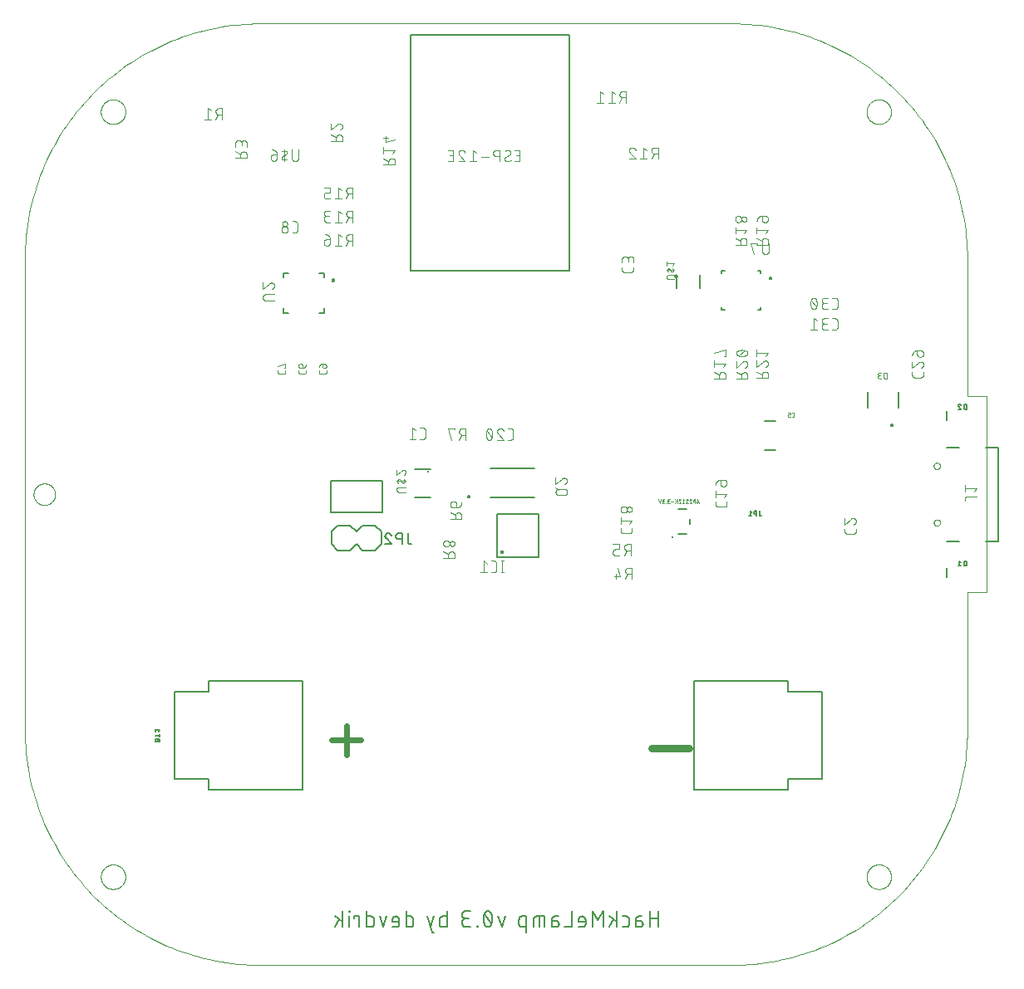
<source format=gbo>
G04 EAGLE Gerber RS-274X export*
G75*
%MOMM*%
%FSLAX34Y34*%
%LPD*%
%INbSilk*%
%IPPOS*%
%AMOC8*
5,1,8,0,0,1.08239X$1,22.5*%
G01*
%ADD10C,0.076200*%
%ADD11C,0.152400*%
%ADD12C,0.000000*%
%ADD13C,0.203200*%
%ADD14C,0.254000*%
%ADD15C,0.025400*%
%ADD16C,0.609600*%
%ADD17C,0.762000*%
%ADD18C,0.127000*%
%ADD19C,0.101600*%
%ADD20C,0.200000*%
%ADD21C,0.200000*%
%ADD22C,0.050800*%
%ADD23C,0.447213*%


D10*
X0Y240000D02*
X70Y234201D01*
X280Y228405D01*
X630Y222616D01*
X1120Y216837D01*
X1750Y211071D01*
X2518Y205323D01*
X3426Y199594D01*
X4471Y193890D01*
X5654Y188212D01*
X6974Y182564D01*
X8430Y176950D01*
X10021Y171373D01*
X11746Y165836D01*
X13605Y160342D01*
X15596Y154895D01*
X17718Y149497D01*
X19970Y144152D01*
X22350Y138864D01*
X24858Y133634D01*
X27491Y128466D01*
X30248Y123364D01*
X33127Y118330D01*
X36128Y113366D01*
X39247Y108477D01*
X42484Y103664D01*
X45836Y98932D01*
X49301Y94281D01*
X52878Y89716D01*
X56564Y85238D01*
X60357Y80851D01*
X64256Y76556D01*
X68256Y72357D01*
X72357Y68256D01*
X76556Y64256D01*
X80851Y60357D01*
X85238Y56564D01*
X89716Y52878D01*
X94281Y49301D01*
X98932Y45836D01*
X103664Y42484D01*
X108477Y39247D01*
X113366Y36128D01*
X118330Y33127D01*
X123364Y30248D01*
X128466Y27491D01*
X133634Y24858D01*
X138864Y22350D01*
X144152Y19970D01*
X149497Y17718D01*
X154895Y15596D01*
X160342Y13605D01*
X165836Y11746D01*
X171373Y10021D01*
X176950Y8430D01*
X182564Y6974D01*
X188212Y5654D01*
X193890Y4471D01*
X199594Y3426D01*
X205323Y2518D01*
X211071Y1750D01*
X216837Y1120D01*
X222616Y630D01*
X228405Y280D01*
X234201Y70D01*
X240000Y0D01*
X0Y720000D02*
X70Y725799D01*
X280Y731595D01*
X630Y737384D01*
X1120Y743163D01*
X1750Y748929D01*
X2518Y754677D01*
X3426Y760406D01*
X4471Y766110D01*
X5654Y771788D01*
X6974Y777436D01*
X8430Y783050D01*
X10021Y788627D01*
X11746Y794164D01*
X13605Y799658D01*
X15596Y805105D01*
X17718Y810503D01*
X19970Y815848D01*
X22350Y821136D01*
X24858Y826366D01*
X27491Y831534D01*
X30248Y836636D01*
X33127Y841670D01*
X36128Y846634D01*
X39247Y851523D01*
X42484Y856336D01*
X45836Y861068D01*
X49301Y865719D01*
X52878Y870284D01*
X56564Y874762D01*
X60357Y879149D01*
X64256Y883444D01*
X68256Y887643D01*
X72357Y891744D01*
X76556Y895744D01*
X80851Y899643D01*
X85238Y903436D01*
X89716Y907122D01*
X94281Y910699D01*
X98932Y914164D01*
X103664Y917516D01*
X108477Y920753D01*
X113366Y923872D01*
X118330Y926873D01*
X123364Y929752D01*
X128466Y932509D01*
X133634Y935142D01*
X138864Y937650D01*
X144152Y940030D01*
X149497Y942282D01*
X154895Y944404D01*
X160342Y946395D01*
X165836Y948254D01*
X171373Y949979D01*
X176950Y951570D01*
X182564Y953026D01*
X188212Y954346D01*
X193890Y955529D01*
X199594Y956574D01*
X205323Y957482D01*
X211071Y958250D01*
X216837Y958880D01*
X222616Y959370D01*
X228405Y959720D01*
X234201Y959930D01*
X240000Y960000D01*
X720000Y960000D02*
X725799Y959930D01*
X731595Y959720D01*
X737384Y959370D01*
X743163Y958880D01*
X748929Y958250D01*
X754677Y957482D01*
X760406Y956574D01*
X766110Y955529D01*
X771788Y954346D01*
X777436Y953026D01*
X783050Y951570D01*
X788627Y949979D01*
X794164Y948254D01*
X799658Y946395D01*
X805105Y944404D01*
X810503Y942282D01*
X815848Y940030D01*
X821136Y937650D01*
X826366Y935142D01*
X831534Y932509D01*
X836636Y929752D01*
X841670Y926873D01*
X846634Y923872D01*
X851523Y920753D01*
X856336Y917516D01*
X861068Y914164D01*
X865719Y910699D01*
X870284Y907122D01*
X874762Y903436D01*
X879149Y899643D01*
X883444Y895744D01*
X887643Y891744D01*
X891744Y887643D01*
X895744Y883444D01*
X899643Y879149D01*
X903436Y874762D01*
X907122Y870284D01*
X910699Y865719D01*
X914164Y861068D01*
X917516Y856336D01*
X920753Y851523D01*
X923872Y846634D01*
X926873Y841670D01*
X929752Y836636D01*
X932509Y831534D01*
X935142Y826366D01*
X937650Y821136D01*
X940030Y815848D01*
X942282Y810503D01*
X944404Y805105D01*
X946395Y799658D01*
X948254Y794164D01*
X949979Y788627D01*
X951570Y783050D01*
X953026Y777436D01*
X954346Y771788D01*
X955529Y766110D01*
X956574Y760406D01*
X957482Y754677D01*
X958250Y748929D01*
X958880Y743163D01*
X959370Y737384D01*
X959720Y731595D01*
X959930Y725799D01*
X960000Y720000D01*
X960000Y240000D02*
X959930Y234201D01*
X959720Y228405D01*
X959370Y222616D01*
X958880Y216837D01*
X958250Y211071D01*
X957482Y205323D01*
X956574Y199594D01*
X955529Y193890D01*
X954346Y188212D01*
X953026Y182564D01*
X951570Y176950D01*
X949979Y171373D01*
X948254Y165836D01*
X946395Y160342D01*
X944404Y154895D01*
X942282Y149497D01*
X940030Y144152D01*
X937650Y138864D01*
X935142Y133634D01*
X932509Y128466D01*
X929752Y123364D01*
X926873Y118330D01*
X923872Y113366D01*
X920753Y108477D01*
X917516Y103664D01*
X914164Y98932D01*
X910699Y94281D01*
X907122Y89716D01*
X903436Y85238D01*
X899643Y80851D01*
X895744Y76556D01*
X891744Y72357D01*
X887643Y68256D01*
X883444Y64256D01*
X879149Y60357D01*
X874762Y56564D01*
X870284Y52878D01*
X865719Y49301D01*
X861068Y45836D01*
X856336Y42484D01*
X851523Y39247D01*
X846634Y36128D01*
X841670Y33127D01*
X836636Y30248D01*
X831534Y27491D01*
X826366Y24858D01*
X821136Y22350D01*
X815848Y19970D01*
X810503Y17718D01*
X805105Y15596D01*
X799658Y13605D01*
X794164Y11746D01*
X788627Y10021D01*
X783050Y8430D01*
X777436Y6974D01*
X771788Y5654D01*
X766110Y4471D01*
X760406Y3426D01*
X754677Y2518D01*
X748929Y1750D01*
X743163Y1120D01*
X737384Y630D01*
X731595Y280D01*
X725799Y70D01*
X720000Y0D01*
D11*
X364000Y462000D02*
X364000Y494000D01*
X312000Y494000D01*
X312000Y462000D01*
X364000Y462000D01*
D10*
X0Y240000D02*
X0Y720000D01*
X240000Y960000D02*
X720000Y960000D01*
X960000Y720000D02*
X960000Y580000D01*
X960000Y380000D02*
X960000Y240000D01*
X720000Y0D02*
X240000Y0D01*
X960000Y580000D02*
X980000Y580000D01*
X980000Y380000D01*
X960000Y380000D01*
D12*
X77500Y90000D02*
X77504Y90307D01*
X77515Y90613D01*
X77534Y90920D01*
X77560Y91225D01*
X77594Y91530D01*
X77635Y91834D01*
X77684Y92137D01*
X77740Y92439D01*
X77804Y92739D01*
X77875Y93037D01*
X77953Y93334D01*
X78038Y93629D01*
X78131Y93921D01*
X78231Y94211D01*
X78338Y94499D01*
X78452Y94784D01*
X78572Y95066D01*
X78700Y95344D01*
X78835Y95620D01*
X78976Y95892D01*
X79124Y96161D01*
X79278Y96426D01*
X79439Y96687D01*
X79607Y96945D01*
X79780Y97198D01*
X79960Y97446D01*
X80146Y97690D01*
X80337Y97930D01*
X80535Y98165D01*
X80738Y98394D01*
X80947Y98619D01*
X81161Y98839D01*
X81381Y99053D01*
X81606Y99262D01*
X81835Y99465D01*
X82070Y99663D01*
X82310Y99854D01*
X82554Y100040D01*
X82802Y100220D01*
X83055Y100393D01*
X83313Y100561D01*
X83574Y100722D01*
X83839Y100876D01*
X84108Y101024D01*
X84380Y101165D01*
X84656Y101300D01*
X84934Y101428D01*
X85216Y101548D01*
X85501Y101662D01*
X85789Y101769D01*
X86079Y101869D01*
X86371Y101962D01*
X86666Y102047D01*
X86963Y102125D01*
X87261Y102196D01*
X87561Y102260D01*
X87863Y102316D01*
X88166Y102365D01*
X88470Y102406D01*
X88775Y102440D01*
X89080Y102466D01*
X89387Y102485D01*
X89693Y102496D01*
X90000Y102500D01*
X90307Y102496D01*
X90613Y102485D01*
X90920Y102466D01*
X91225Y102440D01*
X91530Y102406D01*
X91834Y102365D01*
X92137Y102316D01*
X92439Y102260D01*
X92739Y102196D01*
X93037Y102125D01*
X93334Y102047D01*
X93629Y101962D01*
X93921Y101869D01*
X94211Y101769D01*
X94499Y101662D01*
X94784Y101548D01*
X95066Y101428D01*
X95344Y101300D01*
X95620Y101165D01*
X95892Y101024D01*
X96161Y100876D01*
X96426Y100722D01*
X96687Y100561D01*
X96945Y100393D01*
X97198Y100220D01*
X97446Y100040D01*
X97690Y99854D01*
X97930Y99663D01*
X98165Y99465D01*
X98394Y99262D01*
X98619Y99053D01*
X98839Y98839D01*
X99053Y98619D01*
X99262Y98394D01*
X99465Y98165D01*
X99663Y97930D01*
X99854Y97690D01*
X100040Y97446D01*
X100220Y97198D01*
X100393Y96945D01*
X100561Y96687D01*
X100722Y96426D01*
X100876Y96161D01*
X101024Y95892D01*
X101165Y95620D01*
X101300Y95344D01*
X101428Y95066D01*
X101548Y94784D01*
X101662Y94499D01*
X101769Y94211D01*
X101869Y93921D01*
X101962Y93629D01*
X102047Y93334D01*
X102125Y93037D01*
X102196Y92739D01*
X102260Y92439D01*
X102316Y92137D01*
X102365Y91834D01*
X102406Y91530D01*
X102440Y91225D01*
X102466Y90920D01*
X102485Y90613D01*
X102496Y90307D01*
X102500Y90000D01*
X102496Y89693D01*
X102485Y89387D01*
X102466Y89080D01*
X102440Y88775D01*
X102406Y88470D01*
X102365Y88166D01*
X102316Y87863D01*
X102260Y87561D01*
X102196Y87261D01*
X102125Y86963D01*
X102047Y86666D01*
X101962Y86371D01*
X101869Y86079D01*
X101769Y85789D01*
X101662Y85501D01*
X101548Y85216D01*
X101428Y84934D01*
X101300Y84656D01*
X101165Y84380D01*
X101024Y84108D01*
X100876Y83839D01*
X100722Y83574D01*
X100561Y83313D01*
X100393Y83055D01*
X100220Y82802D01*
X100040Y82554D01*
X99854Y82310D01*
X99663Y82070D01*
X99465Y81835D01*
X99262Y81606D01*
X99053Y81381D01*
X98839Y81161D01*
X98619Y80947D01*
X98394Y80738D01*
X98165Y80535D01*
X97930Y80337D01*
X97690Y80146D01*
X97446Y79960D01*
X97198Y79780D01*
X96945Y79607D01*
X96687Y79439D01*
X96426Y79278D01*
X96161Y79124D01*
X95892Y78976D01*
X95620Y78835D01*
X95344Y78700D01*
X95066Y78572D01*
X94784Y78452D01*
X94499Y78338D01*
X94211Y78231D01*
X93921Y78131D01*
X93629Y78038D01*
X93334Y77953D01*
X93037Y77875D01*
X92739Y77804D01*
X92439Y77740D01*
X92137Y77684D01*
X91834Y77635D01*
X91530Y77594D01*
X91225Y77560D01*
X90920Y77534D01*
X90613Y77515D01*
X90307Y77504D01*
X90000Y77500D01*
X89693Y77504D01*
X89387Y77515D01*
X89080Y77534D01*
X88775Y77560D01*
X88470Y77594D01*
X88166Y77635D01*
X87863Y77684D01*
X87561Y77740D01*
X87261Y77804D01*
X86963Y77875D01*
X86666Y77953D01*
X86371Y78038D01*
X86079Y78131D01*
X85789Y78231D01*
X85501Y78338D01*
X85216Y78452D01*
X84934Y78572D01*
X84656Y78700D01*
X84380Y78835D01*
X84108Y78976D01*
X83839Y79124D01*
X83574Y79278D01*
X83313Y79439D01*
X83055Y79607D01*
X82802Y79780D01*
X82554Y79960D01*
X82310Y80146D01*
X82070Y80337D01*
X81835Y80535D01*
X81606Y80738D01*
X81381Y80947D01*
X81161Y81161D01*
X80947Y81381D01*
X80738Y81606D01*
X80535Y81835D01*
X80337Y82070D01*
X80146Y82310D01*
X79960Y82554D01*
X79780Y82802D01*
X79607Y83055D01*
X79439Y83313D01*
X79278Y83574D01*
X79124Y83839D01*
X78976Y84108D01*
X78835Y84380D01*
X78700Y84656D01*
X78572Y84934D01*
X78452Y85216D01*
X78338Y85501D01*
X78231Y85789D01*
X78131Y86079D01*
X78038Y86371D01*
X77953Y86666D01*
X77875Y86963D01*
X77804Y87261D01*
X77740Y87561D01*
X77684Y87863D01*
X77635Y88166D01*
X77594Y88470D01*
X77560Y88775D01*
X77534Y89080D01*
X77515Y89387D01*
X77504Y89693D01*
X77500Y90000D01*
X77500Y870000D02*
X77504Y870307D01*
X77515Y870613D01*
X77534Y870920D01*
X77560Y871225D01*
X77594Y871530D01*
X77635Y871834D01*
X77684Y872137D01*
X77740Y872439D01*
X77804Y872739D01*
X77875Y873037D01*
X77953Y873334D01*
X78038Y873629D01*
X78131Y873921D01*
X78231Y874211D01*
X78338Y874499D01*
X78452Y874784D01*
X78572Y875066D01*
X78700Y875344D01*
X78835Y875620D01*
X78976Y875892D01*
X79124Y876161D01*
X79278Y876426D01*
X79439Y876687D01*
X79607Y876945D01*
X79780Y877198D01*
X79960Y877446D01*
X80146Y877690D01*
X80337Y877930D01*
X80535Y878165D01*
X80738Y878394D01*
X80947Y878619D01*
X81161Y878839D01*
X81381Y879053D01*
X81606Y879262D01*
X81835Y879465D01*
X82070Y879663D01*
X82310Y879854D01*
X82554Y880040D01*
X82802Y880220D01*
X83055Y880393D01*
X83313Y880561D01*
X83574Y880722D01*
X83839Y880876D01*
X84108Y881024D01*
X84380Y881165D01*
X84656Y881300D01*
X84934Y881428D01*
X85216Y881548D01*
X85501Y881662D01*
X85789Y881769D01*
X86079Y881869D01*
X86371Y881962D01*
X86666Y882047D01*
X86963Y882125D01*
X87261Y882196D01*
X87561Y882260D01*
X87863Y882316D01*
X88166Y882365D01*
X88470Y882406D01*
X88775Y882440D01*
X89080Y882466D01*
X89387Y882485D01*
X89693Y882496D01*
X90000Y882500D01*
X90307Y882496D01*
X90613Y882485D01*
X90920Y882466D01*
X91225Y882440D01*
X91530Y882406D01*
X91834Y882365D01*
X92137Y882316D01*
X92439Y882260D01*
X92739Y882196D01*
X93037Y882125D01*
X93334Y882047D01*
X93629Y881962D01*
X93921Y881869D01*
X94211Y881769D01*
X94499Y881662D01*
X94784Y881548D01*
X95066Y881428D01*
X95344Y881300D01*
X95620Y881165D01*
X95892Y881024D01*
X96161Y880876D01*
X96426Y880722D01*
X96687Y880561D01*
X96945Y880393D01*
X97198Y880220D01*
X97446Y880040D01*
X97690Y879854D01*
X97930Y879663D01*
X98165Y879465D01*
X98394Y879262D01*
X98619Y879053D01*
X98839Y878839D01*
X99053Y878619D01*
X99262Y878394D01*
X99465Y878165D01*
X99663Y877930D01*
X99854Y877690D01*
X100040Y877446D01*
X100220Y877198D01*
X100393Y876945D01*
X100561Y876687D01*
X100722Y876426D01*
X100876Y876161D01*
X101024Y875892D01*
X101165Y875620D01*
X101300Y875344D01*
X101428Y875066D01*
X101548Y874784D01*
X101662Y874499D01*
X101769Y874211D01*
X101869Y873921D01*
X101962Y873629D01*
X102047Y873334D01*
X102125Y873037D01*
X102196Y872739D01*
X102260Y872439D01*
X102316Y872137D01*
X102365Y871834D01*
X102406Y871530D01*
X102440Y871225D01*
X102466Y870920D01*
X102485Y870613D01*
X102496Y870307D01*
X102500Y870000D01*
X102496Y869693D01*
X102485Y869387D01*
X102466Y869080D01*
X102440Y868775D01*
X102406Y868470D01*
X102365Y868166D01*
X102316Y867863D01*
X102260Y867561D01*
X102196Y867261D01*
X102125Y866963D01*
X102047Y866666D01*
X101962Y866371D01*
X101869Y866079D01*
X101769Y865789D01*
X101662Y865501D01*
X101548Y865216D01*
X101428Y864934D01*
X101300Y864656D01*
X101165Y864380D01*
X101024Y864108D01*
X100876Y863839D01*
X100722Y863574D01*
X100561Y863313D01*
X100393Y863055D01*
X100220Y862802D01*
X100040Y862554D01*
X99854Y862310D01*
X99663Y862070D01*
X99465Y861835D01*
X99262Y861606D01*
X99053Y861381D01*
X98839Y861161D01*
X98619Y860947D01*
X98394Y860738D01*
X98165Y860535D01*
X97930Y860337D01*
X97690Y860146D01*
X97446Y859960D01*
X97198Y859780D01*
X96945Y859607D01*
X96687Y859439D01*
X96426Y859278D01*
X96161Y859124D01*
X95892Y858976D01*
X95620Y858835D01*
X95344Y858700D01*
X95066Y858572D01*
X94784Y858452D01*
X94499Y858338D01*
X94211Y858231D01*
X93921Y858131D01*
X93629Y858038D01*
X93334Y857953D01*
X93037Y857875D01*
X92739Y857804D01*
X92439Y857740D01*
X92137Y857684D01*
X91834Y857635D01*
X91530Y857594D01*
X91225Y857560D01*
X90920Y857534D01*
X90613Y857515D01*
X90307Y857504D01*
X90000Y857500D01*
X89693Y857504D01*
X89387Y857515D01*
X89080Y857534D01*
X88775Y857560D01*
X88470Y857594D01*
X88166Y857635D01*
X87863Y857684D01*
X87561Y857740D01*
X87261Y857804D01*
X86963Y857875D01*
X86666Y857953D01*
X86371Y858038D01*
X86079Y858131D01*
X85789Y858231D01*
X85501Y858338D01*
X85216Y858452D01*
X84934Y858572D01*
X84656Y858700D01*
X84380Y858835D01*
X84108Y858976D01*
X83839Y859124D01*
X83574Y859278D01*
X83313Y859439D01*
X83055Y859607D01*
X82802Y859780D01*
X82554Y859960D01*
X82310Y860146D01*
X82070Y860337D01*
X81835Y860535D01*
X81606Y860738D01*
X81381Y860947D01*
X81161Y861161D01*
X80947Y861381D01*
X80738Y861606D01*
X80535Y861835D01*
X80337Y862070D01*
X80146Y862310D01*
X79960Y862554D01*
X79780Y862802D01*
X79607Y863055D01*
X79439Y863313D01*
X79278Y863574D01*
X79124Y863839D01*
X78976Y864108D01*
X78835Y864380D01*
X78700Y864656D01*
X78572Y864934D01*
X78452Y865216D01*
X78338Y865501D01*
X78231Y865789D01*
X78131Y866079D01*
X78038Y866371D01*
X77953Y866666D01*
X77875Y866963D01*
X77804Y867261D01*
X77740Y867561D01*
X77684Y867863D01*
X77635Y868166D01*
X77594Y868470D01*
X77560Y868775D01*
X77534Y869080D01*
X77515Y869387D01*
X77504Y869693D01*
X77500Y870000D01*
X857500Y870000D02*
X857504Y870307D01*
X857515Y870613D01*
X857534Y870920D01*
X857560Y871225D01*
X857594Y871530D01*
X857635Y871834D01*
X857684Y872137D01*
X857740Y872439D01*
X857804Y872739D01*
X857875Y873037D01*
X857953Y873334D01*
X858038Y873629D01*
X858131Y873921D01*
X858231Y874211D01*
X858338Y874499D01*
X858452Y874784D01*
X858572Y875066D01*
X858700Y875344D01*
X858835Y875620D01*
X858976Y875892D01*
X859124Y876161D01*
X859278Y876426D01*
X859439Y876687D01*
X859607Y876945D01*
X859780Y877198D01*
X859960Y877446D01*
X860146Y877690D01*
X860337Y877930D01*
X860535Y878165D01*
X860738Y878394D01*
X860947Y878619D01*
X861161Y878839D01*
X861381Y879053D01*
X861606Y879262D01*
X861835Y879465D01*
X862070Y879663D01*
X862310Y879854D01*
X862554Y880040D01*
X862802Y880220D01*
X863055Y880393D01*
X863313Y880561D01*
X863574Y880722D01*
X863839Y880876D01*
X864108Y881024D01*
X864380Y881165D01*
X864656Y881300D01*
X864934Y881428D01*
X865216Y881548D01*
X865501Y881662D01*
X865789Y881769D01*
X866079Y881869D01*
X866371Y881962D01*
X866666Y882047D01*
X866963Y882125D01*
X867261Y882196D01*
X867561Y882260D01*
X867863Y882316D01*
X868166Y882365D01*
X868470Y882406D01*
X868775Y882440D01*
X869080Y882466D01*
X869387Y882485D01*
X869693Y882496D01*
X870000Y882500D01*
X870307Y882496D01*
X870613Y882485D01*
X870920Y882466D01*
X871225Y882440D01*
X871530Y882406D01*
X871834Y882365D01*
X872137Y882316D01*
X872439Y882260D01*
X872739Y882196D01*
X873037Y882125D01*
X873334Y882047D01*
X873629Y881962D01*
X873921Y881869D01*
X874211Y881769D01*
X874499Y881662D01*
X874784Y881548D01*
X875066Y881428D01*
X875344Y881300D01*
X875620Y881165D01*
X875892Y881024D01*
X876161Y880876D01*
X876426Y880722D01*
X876687Y880561D01*
X876945Y880393D01*
X877198Y880220D01*
X877446Y880040D01*
X877690Y879854D01*
X877930Y879663D01*
X878165Y879465D01*
X878394Y879262D01*
X878619Y879053D01*
X878839Y878839D01*
X879053Y878619D01*
X879262Y878394D01*
X879465Y878165D01*
X879663Y877930D01*
X879854Y877690D01*
X880040Y877446D01*
X880220Y877198D01*
X880393Y876945D01*
X880561Y876687D01*
X880722Y876426D01*
X880876Y876161D01*
X881024Y875892D01*
X881165Y875620D01*
X881300Y875344D01*
X881428Y875066D01*
X881548Y874784D01*
X881662Y874499D01*
X881769Y874211D01*
X881869Y873921D01*
X881962Y873629D01*
X882047Y873334D01*
X882125Y873037D01*
X882196Y872739D01*
X882260Y872439D01*
X882316Y872137D01*
X882365Y871834D01*
X882406Y871530D01*
X882440Y871225D01*
X882466Y870920D01*
X882485Y870613D01*
X882496Y870307D01*
X882500Y870000D01*
X882496Y869693D01*
X882485Y869387D01*
X882466Y869080D01*
X882440Y868775D01*
X882406Y868470D01*
X882365Y868166D01*
X882316Y867863D01*
X882260Y867561D01*
X882196Y867261D01*
X882125Y866963D01*
X882047Y866666D01*
X881962Y866371D01*
X881869Y866079D01*
X881769Y865789D01*
X881662Y865501D01*
X881548Y865216D01*
X881428Y864934D01*
X881300Y864656D01*
X881165Y864380D01*
X881024Y864108D01*
X880876Y863839D01*
X880722Y863574D01*
X880561Y863313D01*
X880393Y863055D01*
X880220Y862802D01*
X880040Y862554D01*
X879854Y862310D01*
X879663Y862070D01*
X879465Y861835D01*
X879262Y861606D01*
X879053Y861381D01*
X878839Y861161D01*
X878619Y860947D01*
X878394Y860738D01*
X878165Y860535D01*
X877930Y860337D01*
X877690Y860146D01*
X877446Y859960D01*
X877198Y859780D01*
X876945Y859607D01*
X876687Y859439D01*
X876426Y859278D01*
X876161Y859124D01*
X875892Y858976D01*
X875620Y858835D01*
X875344Y858700D01*
X875066Y858572D01*
X874784Y858452D01*
X874499Y858338D01*
X874211Y858231D01*
X873921Y858131D01*
X873629Y858038D01*
X873334Y857953D01*
X873037Y857875D01*
X872739Y857804D01*
X872439Y857740D01*
X872137Y857684D01*
X871834Y857635D01*
X871530Y857594D01*
X871225Y857560D01*
X870920Y857534D01*
X870613Y857515D01*
X870307Y857504D01*
X870000Y857500D01*
X869693Y857504D01*
X869387Y857515D01*
X869080Y857534D01*
X868775Y857560D01*
X868470Y857594D01*
X868166Y857635D01*
X867863Y857684D01*
X867561Y857740D01*
X867261Y857804D01*
X866963Y857875D01*
X866666Y857953D01*
X866371Y858038D01*
X866079Y858131D01*
X865789Y858231D01*
X865501Y858338D01*
X865216Y858452D01*
X864934Y858572D01*
X864656Y858700D01*
X864380Y858835D01*
X864108Y858976D01*
X863839Y859124D01*
X863574Y859278D01*
X863313Y859439D01*
X863055Y859607D01*
X862802Y859780D01*
X862554Y859960D01*
X862310Y860146D01*
X862070Y860337D01*
X861835Y860535D01*
X861606Y860738D01*
X861381Y860947D01*
X861161Y861161D01*
X860947Y861381D01*
X860738Y861606D01*
X860535Y861835D01*
X860337Y862070D01*
X860146Y862310D01*
X859960Y862554D01*
X859780Y862802D01*
X859607Y863055D01*
X859439Y863313D01*
X859278Y863574D01*
X859124Y863839D01*
X858976Y864108D01*
X858835Y864380D01*
X858700Y864656D01*
X858572Y864934D01*
X858452Y865216D01*
X858338Y865501D01*
X858231Y865789D01*
X858131Y866079D01*
X858038Y866371D01*
X857953Y866666D01*
X857875Y866963D01*
X857804Y867261D01*
X857740Y867561D01*
X857684Y867863D01*
X857635Y868166D01*
X857594Y868470D01*
X857560Y868775D01*
X857534Y869080D01*
X857515Y869387D01*
X857504Y869693D01*
X857500Y870000D01*
X857500Y90000D02*
X857504Y90307D01*
X857515Y90613D01*
X857534Y90920D01*
X857560Y91225D01*
X857594Y91530D01*
X857635Y91834D01*
X857684Y92137D01*
X857740Y92439D01*
X857804Y92739D01*
X857875Y93037D01*
X857953Y93334D01*
X858038Y93629D01*
X858131Y93921D01*
X858231Y94211D01*
X858338Y94499D01*
X858452Y94784D01*
X858572Y95066D01*
X858700Y95344D01*
X858835Y95620D01*
X858976Y95892D01*
X859124Y96161D01*
X859278Y96426D01*
X859439Y96687D01*
X859607Y96945D01*
X859780Y97198D01*
X859960Y97446D01*
X860146Y97690D01*
X860337Y97930D01*
X860535Y98165D01*
X860738Y98394D01*
X860947Y98619D01*
X861161Y98839D01*
X861381Y99053D01*
X861606Y99262D01*
X861835Y99465D01*
X862070Y99663D01*
X862310Y99854D01*
X862554Y100040D01*
X862802Y100220D01*
X863055Y100393D01*
X863313Y100561D01*
X863574Y100722D01*
X863839Y100876D01*
X864108Y101024D01*
X864380Y101165D01*
X864656Y101300D01*
X864934Y101428D01*
X865216Y101548D01*
X865501Y101662D01*
X865789Y101769D01*
X866079Y101869D01*
X866371Y101962D01*
X866666Y102047D01*
X866963Y102125D01*
X867261Y102196D01*
X867561Y102260D01*
X867863Y102316D01*
X868166Y102365D01*
X868470Y102406D01*
X868775Y102440D01*
X869080Y102466D01*
X869387Y102485D01*
X869693Y102496D01*
X870000Y102500D01*
X870307Y102496D01*
X870613Y102485D01*
X870920Y102466D01*
X871225Y102440D01*
X871530Y102406D01*
X871834Y102365D01*
X872137Y102316D01*
X872439Y102260D01*
X872739Y102196D01*
X873037Y102125D01*
X873334Y102047D01*
X873629Y101962D01*
X873921Y101869D01*
X874211Y101769D01*
X874499Y101662D01*
X874784Y101548D01*
X875066Y101428D01*
X875344Y101300D01*
X875620Y101165D01*
X875892Y101024D01*
X876161Y100876D01*
X876426Y100722D01*
X876687Y100561D01*
X876945Y100393D01*
X877198Y100220D01*
X877446Y100040D01*
X877690Y99854D01*
X877930Y99663D01*
X878165Y99465D01*
X878394Y99262D01*
X878619Y99053D01*
X878839Y98839D01*
X879053Y98619D01*
X879262Y98394D01*
X879465Y98165D01*
X879663Y97930D01*
X879854Y97690D01*
X880040Y97446D01*
X880220Y97198D01*
X880393Y96945D01*
X880561Y96687D01*
X880722Y96426D01*
X880876Y96161D01*
X881024Y95892D01*
X881165Y95620D01*
X881300Y95344D01*
X881428Y95066D01*
X881548Y94784D01*
X881662Y94499D01*
X881769Y94211D01*
X881869Y93921D01*
X881962Y93629D01*
X882047Y93334D01*
X882125Y93037D01*
X882196Y92739D01*
X882260Y92439D01*
X882316Y92137D01*
X882365Y91834D01*
X882406Y91530D01*
X882440Y91225D01*
X882466Y90920D01*
X882485Y90613D01*
X882496Y90307D01*
X882500Y90000D01*
X882496Y89693D01*
X882485Y89387D01*
X882466Y89080D01*
X882440Y88775D01*
X882406Y88470D01*
X882365Y88166D01*
X882316Y87863D01*
X882260Y87561D01*
X882196Y87261D01*
X882125Y86963D01*
X882047Y86666D01*
X881962Y86371D01*
X881869Y86079D01*
X881769Y85789D01*
X881662Y85501D01*
X881548Y85216D01*
X881428Y84934D01*
X881300Y84656D01*
X881165Y84380D01*
X881024Y84108D01*
X880876Y83839D01*
X880722Y83574D01*
X880561Y83313D01*
X880393Y83055D01*
X880220Y82802D01*
X880040Y82554D01*
X879854Y82310D01*
X879663Y82070D01*
X879465Y81835D01*
X879262Y81606D01*
X879053Y81381D01*
X878839Y81161D01*
X878619Y80947D01*
X878394Y80738D01*
X878165Y80535D01*
X877930Y80337D01*
X877690Y80146D01*
X877446Y79960D01*
X877198Y79780D01*
X876945Y79607D01*
X876687Y79439D01*
X876426Y79278D01*
X876161Y79124D01*
X875892Y78976D01*
X875620Y78835D01*
X875344Y78700D01*
X875066Y78572D01*
X874784Y78452D01*
X874499Y78338D01*
X874211Y78231D01*
X873921Y78131D01*
X873629Y78038D01*
X873334Y77953D01*
X873037Y77875D01*
X872739Y77804D01*
X872439Y77740D01*
X872137Y77684D01*
X871834Y77635D01*
X871530Y77594D01*
X871225Y77560D01*
X870920Y77534D01*
X870613Y77515D01*
X870307Y77504D01*
X870000Y77500D01*
X869693Y77504D01*
X869387Y77515D01*
X869080Y77534D01*
X868775Y77560D01*
X868470Y77594D01*
X868166Y77635D01*
X867863Y77684D01*
X867561Y77740D01*
X867261Y77804D01*
X866963Y77875D01*
X866666Y77953D01*
X866371Y78038D01*
X866079Y78131D01*
X865789Y78231D01*
X865501Y78338D01*
X865216Y78452D01*
X864934Y78572D01*
X864656Y78700D01*
X864380Y78835D01*
X864108Y78976D01*
X863839Y79124D01*
X863574Y79278D01*
X863313Y79439D01*
X863055Y79607D01*
X862802Y79780D01*
X862554Y79960D01*
X862310Y80146D01*
X862070Y80337D01*
X861835Y80535D01*
X861606Y80738D01*
X861381Y80947D01*
X861161Y81161D01*
X860947Y81381D01*
X860738Y81606D01*
X860535Y81835D01*
X860337Y82070D01*
X860146Y82310D01*
X859960Y82554D01*
X859780Y82802D01*
X859607Y83055D01*
X859439Y83313D01*
X859278Y83574D01*
X859124Y83839D01*
X858976Y84108D01*
X858835Y84380D01*
X858700Y84656D01*
X858572Y84934D01*
X858452Y85216D01*
X858338Y85501D01*
X858231Y85789D01*
X858131Y86079D01*
X858038Y86371D01*
X857953Y86666D01*
X857875Y86963D01*
X857804Y87261D01*
X857740Y87561D01*
X857684Y87863D01*
X857635Y88166D01*
X857594Y88470D01*
X857560Y88775D01*
X857534Y89080D01*
X857515Y89387D01*
X857504Y89693D01*
X857500Y90000D01*
D11*
X645629Y55128D02*
X645629Y38872D01*
X645629Y47903D02*
X636598Y47903D01*
X636598Y55128D02*
X636598Y38872D01*
X626528Y45194D02*
X622464Y45194D01*
X626528Y45194D02*
X626640Y45192D01*
X626751Y45186D01*
X626862Y45176D01*
X626973Y45163D01*
X627083Y45145D01*
X627192Y45123D01*
X627301Y45098D01*
X627409Y45069D01*
X627515Y45036D01*
X627621Y44999D01*
X627725Y44959D01*
X627827Y44915D01*
X627928Y44867D01*
X628027Y44816D01*
X628125Y44761D01*
X628220Y44703D01*
X628313Y44642D01*
X628404Y44577D01*
X628493Y44509D01*
X628579Y44438D01*
X628662Y44365D01*
X628743Y44288D01*
X628822Y44208D01*
X628897Y44126D01*
X628969Y44041D01*
X629039Y43954D01*
X629105Y43864D01*
X629168Y43772D01*
X629228Y43677D01*
X629284Y43581D01*
X629337Y43483D01*
X629386Y43383D01*
X629432Y43281D01*
X629474Y43178D01*
X629513Y43073D01*
X629548Y42967D01*
X629579Y42860D01*
X629606Y42752D01*
X629630Y42643D01*
X629649Y42533D01*
X629665Y42423D01*
X629677Y42312D01*
X629685Y42200D01*
X629689Y42089D01*
X629689Y41977D01*
X629685Y41866D01*
X629677Y41754D01*
X629665Y41643D01*
X629649Y41533D01*
X629630Y41423D01*
X629606Y41314D01*
X629579Y41206D01*
X629548Y41099D01*
X629513Y40993D01*
X629474Y40888D01*
X629432Y40785D01*
X629386Y40683D01*
X629337Y40583D01*
X629284Y40485D01*
X629228Y40389D01*
X629168Y40294D01*
X629105Y40202D01*
X629039Y40112D01*
X628969Y40025D01*
X628897Y39940D01*
X628822Y39858D01*
X628743Y39778D01*
X628662Y39701D01*
X628579Y39628D01*
X628493Y39557D01*
X628404Y39489D01*
X628313Y39424D01*
X628220Y39363D01*
X628125Y39305D01*
X628027Y39250D01*
X627928Y39199D01*
X627827Y39151D01*
X627725Y39107D01*
X627621Y39067D01*
X627515Y39030D01*
X627409Y38997D01*
X627301Y38968D01*
X627192Y38943D01*
X627083Y38921D01*
X626973Y38903D01*
X626862Y38890D01*
X626751Y38880D01*
X626640Y38874D01*
X626528Y38872D01*
X622464Y38872D01*
X622464Y47000D01*
X622466Y47101D01*
X622472Y47202D01*
X622481Y47303D01*
X622494Y47404D01*
X622511Y47504D01*
X622532Y47603D01*
X622556Y47701D01*
X622584Y47798D01*
X622616Y47895D01*
X622651Y47990D01*
X622690Y48083D01*
X622732Y48175D01*
X622778Y48266D01*
X622827Y48355D01*
X622879Y48441D01*
X622935Y48526D01*
X622993Y48609D01*
X623055Y48689D01*
X623120Y48767D01*
X623187Y48843D01*
X623257Y48916D01*
X623330Y48986D01*
X623406Y49053D01*
X623484Y49118D01*
X623564Y49180D01*
X623647Y49238D01*
X623732Y49294D01*
X623819Y49346D01*
X623907Y49395D01*
X623998Y49441D01*
X624090Y49483D01*
X624183Y49522D01*
X624278Y49557D01*
X624375Y49589D01*
X624472Y49617D01*
X624570Y49641D01*
X624669Y49662D01*
X624769Y49679D01*
X624870Y49692D01*
X624971Y49701D01*
X625072Y49707D01*
X625173Y49709D01*
X628786Y49709D01*
X612821Y38872D02*
X609208Y38872D01*
X612821Y38872D02*
X612922Y38874D01*
X613023Y38880D01*
X613124Y38889D01*
X613225Y38902D01*
X613325Y38919D01*
X613424Y38940D01*
X613522Y38964D01*
X613619Y38992D01*
X613716Y39024D01*
X613811Y39059D01*
X613904Y39098D01*
X613996Y39140D01*
X614087Y39186D01*
X614176Y39235D01*
X614262Y39287D01*
X614347Y39343D01*
X614430Y39401D01*
X614510Y39463D01*
X614588Y39528D01*
X614664Y39595D01*
X614737Y39665D01*
X614807Y39738D01*
X614874Y39814D01*
X614939Y39892D01*
X615001Y39972D01*
X615059Y40055D01*
X615115Y40140D01*
X615167Y40226D01*
X615216Y40315D01*
X615262Y40406D01*
X615304Y40498D01*
X615343Y40591D01*
X615378Y40686D01*
X615410Y40783D01*
X615438Y40880D01*
X615462Y40978D01*
X615483Y41077D01*
X615500Y41177D01*
X615513Y41278D01*
X615522Y41379D01*
X615528Y41480D01*
X615530Y41581D01*
X615530Y47000D01*
X615528Y47101D01*
X615522Y47202D01*
X615513Y47303D01*
X615500Y47404D01*
X615483Y47504D01*
X615462Y47603D01*
X615438Y47701D01*
X615410Y47798D01*
X615378Y47895D01*
X615343Y47990D01*
X615304Y48083D01*
X615262Y48175D01*
X615216Y48266D01*
X615167Y48355D01*
X615115Y48441D01*
X615059Y48526D01*
X615001Y48609D01*
X614939Y48689D01*
X614874Y48767D01*
X614807Y48843D01*
X614737Y48916D01*
X614664Y48986D01*
X614588Y49053D01*
X614510Y49118D01*
X614430Y49180D01*
X614347Y49238D01*
X614262Y49294D01*
X614176Y49346D01*
X614087Y49395D01*
X613996Y49441D01*
X613904Y49483D01*
X613811Y49522D01*
X613716Y49557D01*
X613619Y49589D01*
X613522Y49617D01*
X613424Y49641D01*
X613325Y49662D01*
X613225Y49679D01*
X613124Y49692D01*
X613023Y49701D01*
X612922Y49707D01*
X612821Y49709D01*
X609208Y49709D01*
X602874Y55128D02*
X602874Y38872D01*
X602874Y44291D02*
X595649Y49709D01*
X599713Y46548D02*
X595649Y38872D01*
X589217Y38872D02*
X589217Y55128D01*
X583799Y46097D01*
X578380Y55128D01*
X578380Y38872D01*
X568550Y38872D02*
X564034Y38872D01*
X568550Y38872D02*
X568651Y38874D01*
X568752Y38880D01*
X568853Y38889D01*
X568954Y38902D01*
X569054Y38919D01*
X569153Y38940D01*
X569251Y38964D01*
X569348Y38992D01*
X569445Y39024D01*
X569540Y39059D01*
X569633Y39098D01*
X569725Y39140D01*
X569816Y39186D01*
X569905Y39235D01*
X569991Y39287D01*
X570076Y39343D01*
X570159Y39401D01*
X570239Y39463D01*
X570317Y39528D01*
X570393Y39595D01*
X570466Y39665D01*
X570536Y39738D01*
X570603Y39814D01*
X570668Y39892D01*
X570730Y39972D01*
X570788Y40055D01*
X570844Y40140D01*
X570896Y40226D01*
X570945Y40315D01*
X570991Y40406D01*
X571033Y40498D01*
X571072Y40591D01*
X571107Y40686D01*
X571139Y40783D01*
X571167Y40880D01*
X571191Y40978D01*
X571212Y41077D01*
X571229Y41177D01*
X571242Y41278D01*
X571251Y41379D01*
X571257Y41480D01*
X571259Y41581D01*
X571259Y46097D01*
X571258Y46097D02*
X571256Y46216D01*
X571250Y46336D01*
X571240Y46455D01*
X571226Y46573D01*
X571209Y46692D01*
X571187Y46809D01*
X571162Y46926D01*
X571132Y47041D01*
X571099Y47156D01*
X571062Y47270D01*
X571022Y47382D01*
X570977Y47493D01*
X570929Y47602D01*
X570878Y47710D01*
X570823Y47816D01*
X570764Y47920D01*
X570702Y48022D01*
X570637Y48122D01*
X570568Y48220D01*
X570496Y48316D01*
X570421Y48409D01*
X570344Y48499D01*
X570263Y48587D01*
X570179Y48672D01*
X570092Y48754D01*
X570003Y48834D01*
X569911Y48910D01*
X569817Y48984D01*
X569720Y49054D01*
X569622Y49121D01*
X569521Y49185D01*
X569417Y49245D01*
X569312Y49302D01*
X569205Y49355D01*
X569097Y49405D01*
X568987Y49451D01*
X568875Y49493D01*
X568762Y49532D01*
X568648Y49567D01*
X568533Y49598D01*
X568416Y49626D01*
X568299Y49649D01*
X568182Y49669D01*
X568063Y49685D01*
X567944Y49697D01*
X567825Y49705D01*
X567706Y49709D01*
X567586Y49709D01*
X567467Y49705D01*
X567348Y49697D01*
X567229Y49685D01*
X567110Y49669D01*
X566993Y49649D01*
X566876Y49626D01*
X566759Y49598D01*
X566644Y49567D01*
X566530Y49532D01*
X566417Y49493D01*
X566305Y49451D01*
X566195Y49405D01*
X566087Y49355D01*
X565980Y49302D01*
X565875Y49245D01*
X565771Y49185D01*
X565670Y49121D01*
X565572Y49054D01*
X565475Y48984D01*
X565381Y48910D01*
X565289Y48834D01*
X565200Y48754D01*
X565113Y48672D01*
X565029Y48587D01*
X564948Y48499D01*
X564871Y48409D01*
X564796Y48316D01*
X564724Y48220D01*
X564655Y48122D01*
X564590Y48022D01*
X564528Y47920D01*
X564469Y47816D01*
X564414Y47710D01*
X564363Y47602D01*
X564315Y47493D01*
X564270Y47382D01*
X564230Y47270D01*
X564193Y47156D01*
X564160Y47041D01*
X564130Y46926D01*
X564105Y46809D01*
X564083Y46692D01*
X564066Y46573D01*
X564052Y46455D01*
X564042Y46336D01*
X564036Y46216D01*
X564034Y46097D01*
X564034Y44291D01*
X571259Y44291D01*
X557022Y38872D02*
X557022Y55128D01*
X557022Y38872D02*
X549797Y38872D01*
X541077Y45194D02*
X537013Y45194D01*
X541077Y45194D02*
X541189Y45192D01*
X541300Y45186D01*
X541411Y45176D01*
X541522Y45163D01*
X541632Y45145D01*
X541741Y45123D01*
X541850Y45098D01*
X541958Y45069D01*
X542064Y45036D01*
X542170Y44999D01*
X542274Y44959D01*
X542376Y44915D01*
X542477Y44867D01*
X542576Y44816D01*
X542674Y44761D01*
X542769Y44703D01*
X542862Y44642D01*
X542953Y44577D01*
X543042Y44509D01*
X543128Y44438D01*
X543211Y44365D01*
X543292Y44288D01*
X543371Y44208D01*
X543446Y44126D01*
X543518Y44041D01*
X543588Y43954D01*
X543654Y43864D01*
X543717Y43772D01*
X543777Y43677D01*
X543833Y43581D01*
X543886Y43483D01*
X543935Y43383D01*
X543981Y43281D01*
X544023Y43178D01*
X544062Y43073D01*
X544097Y42967D01*
X544128Y42860D01*
X544155Y42752D01*
X544179Y42643D01*
X544198Y42533D01*
X544214Y42423D01*
X544226Y42312D01*
X544234Y42200D01*
X544238Y42089D01*
X544238Y41977D01*
X544234Y41866D01*
X544226Y41754D01*
X544214Y41643D01*
X544198Y41533D01*
X544179Y41423D01*
X544155Y41314D01*
X544128Y41206D01*
X544097Y41099D01*
X544062Y40993D01*
X544023Y40888D01*
X543981Y40785D01*
X543935Y40683D01*
X543886Y40583D01*
X543833Y40485D01*
X543777Y40389D01*
X543717Y40294D01*
X543654Y40202D01*
X543588Y40112D01*
X543518Y40025D01*
X543446Y39940D01*
X543371Y39858D01*
X543292Y39778D01*
X543211Y39701D01*
X543128Y39628D01*
X543042Y39557D01*
X542953Y39489D01*
X542862Y39424D01*
X542769Y39363D01*
X542674Y39305D01*
X542576Y39250D01*
X542477Y39199D01*
X542376Y39151D01*
X542274Y39107D01*
X542170Y39067D01*
X542064Y39030D01*
X541958Y38997D01*
X541850Y38968D01*
X541741Y38943D01*
X541632Y38921D01*
X541522Y38903D01*
X541411Y38890D01*
X541300Y38880D01*
X541189Y38874D01*
X541077Y38872D01*
X537013Y38872D01*
X537013Y47000D01*
X537014Y47000D02*
X537016Y47101D01*
X537022Y47202D01*
X537031Y47303D01*
X537044Y47404D01*
X537061Y47504D01*
X537082Y47603D01*
X537106Y47701D01*
X537134Y47798D01*
X537166Y47895D01*
X537201Y47990D01*
X537240Y48083D01*
X537282Y48175D01*
X537328Y48266D01*
X537377Y48355D01*
X537429Y48441D01*
X537485Y48526D01*
X537543Y48609D01*
X537605Y48689D01*
X537670Y48767D01*
X537737Y48843D01*
X537807Y48916D01*
X537880Y48986D01*
X537956Y49053D01*
X538034Y49118D01*
X538114Y49180D01*
X538197Y49238D01*
X538282Y49294D01*
X538369Y49346D01*
X538457Y49395D01*
X538548Y49441D01*
X538640Y49483D01*
X538733Y49522D01*
X538828Y49557D01*
X538925Y49589D01*
X539022Y49617D01*
X539120Y49641D01*
X539219Y49662D01*
X539319Y49679D01*
X539420Y49692D01*
X539521Y49701D01*
X539622Y49707D01*
X539723Y49709D01*
X543335Y49709D01*
X529298Y49709D02*
X529298Y38872D01*
X529298Y49709D02*
X521170Y49709D01*
X521069Y49707D01*
X520968Y49701D01*
X520867Y49692D01*
X520766Y49679D01*
X520666Y49662D01*
X520567Y49641D01*
X520469Y49617D01*
X520372Y49589D01*
X520275Y49557D01*
X520180Y49522D01*
X520087Y49483D01*
X519995Y49441D01*
X519904Y49395D01*
X519816Y49346D01*
X519729Y49294D01*
X519644Y49238D01*
X519561Y49180D01*
X519481Y49118D01*
X519403Y49053D01*
X519327Y48986D01*
X519254Y48916D01*
X519184Y48843D01*
X519117Y48767D01*
X519052Y48689D01*
X518990Y48609D01*
X518932Y48526D01*
X518876Y48441D01*
X518824Y48355D01*
X518775Y48266D01*
X518729Y48175D01*
X518687Y48083D01*
X518648Y47990D01*
X518613Y47895D01*
X518581Y47798D01*
X518553Y47701D01*
X518529Y47603D01*
X518508Y47504D01*
X518491Y47404D01*
X518478Y47303D01*
X518469Y47202D01*
X518463Y47101D01*
X518461Y47000D01*
X518460Y47000D02*
X518460Y38872D01*
X523879Y38872D02*
X523879Y49709D01*
X510745Y49709D02*
X510745Y33453D01*
X510745Y49709D02*
X506229Y49709D01*
X506125Y49707D01*
X506022Y49701D01*
X505918Y49691D01*
X505815Y49677D01*
X505713Y49659D01*
X505612Y49638D01*
X505511Y49612D01*
X505412Y49583D01*
X505313Y49550D01*
X505216Y49513D01*
X505121Y49472D01*
X505027Y49428D01*
X504935Y49380D01*
X504845Y49329D01*
X504756Y49274D01*
X504670Y49216D01*
X504587Y49154D01*
X504505Y49090D01*
X504427Y49022D01*
X504351Y48952D01*
X504277Y48879D01*
X504207Y48802D01*
X504139Y48724D01*
X504075Y48642D01*
X504013Y48559D01*
X503955Y48473D01*
X503900Y48384D01*
X503849Y48294D01*
X503801Y48202D01*
X503757Y48108D01*
X503716Y48013D01*
X503679Y47916D01*
X503646Y47817D01*
X503617Y47718D01*
X503591Y47617D01*
X503570Y47516D01*
X503552Y47414D01*
X503538Y47311D01*
X503528Y47207D01*
X503522Y47104D01*
X503520Y47000D01*
X503520Y41581D01*
X503522Y41480D01*
X503528Y41379D01*
X503537Y41278D01*
X503550Y41177D01*
X503567Y41077D01*
X503588Y40978D01*
X503612Y40880D01*
X503640Y40783D01*
X503672Y40686D01*
X503707Y40591D01*
X503746Y40498D01*
X503788Y40406D01*
X503834Y40315D01*
X503883Y40226D01*
X503935Y40140D01*
X503991Y40055D01*
X504049Y39972D01*
X504111Y39892D01*
X504176Y39814D01*
X504243Y39738D01*
X504313Y39665D01*
X504386Y39595D01*
X504462Y39528D01*
X504540Y39463D01*
X504620Y39401D01*
X504703Y39343D01*
X504788Y39287D01*
X504875Y39235D01*
X504963Y39186D01*
X505054Y39140D01*
X505146Y39098D01*
X505239Y39059D01*
X505334Y39024D01*
X505431Y38992D01*
X505528Y38964D01*
X505626Y38940D01*
X505725Y38919D01*
X505825Y38902D01*
X505926Y38889D01*
X506027Y38880D01*
X506128Y38874D01*
X506229Y38872D01*
X510745Y38872D01*
X489456Y49709D02*
X485843Y38872D01*
X482231Y49709D01*
X476290Y47000D02*
X476286Y47320D01*
X476275Y47639D01*
X476256Y47959D01*
X476229Y48277D01*
X476195Y48595D01*
X476153Y48912D01*
X476103Y49228D01*
X476046Y49543D01*
X475982Y49856D01*
X475910Y50168D01*
X475831Y50478D01*
X475744Y50785D01*
X475650Y51091D01*
X475549Y51394D01*
X475440Y51695D01*
X475325Y51993D01*
X475202Y52289D01*
X475072Y52581D01*
X474935Y52870D01*
X474936Y52871D02*
X474897Y52979D01*
X474854Y53086D01*
X474808Y53191D01*
X474757Y53295D01*
X474704Y53397D01*
X474647Y53497D01*
X474586Y53595D01*
X474522Y53690D01*
X474455Y53784D01*
X474384Y53875D01*
X474311Y53964D01*
X474234Y54050D01*
X474155Y54133D01*
X474073Y54214D01*
X473988Y54292D01*
X473900Y54366D01*
X473810Y54438D01*
X473718Y54506D01*
X473623Y54572D01*
X473526Y54634D01*
X473427Y54692D01*
X473325Y54748D01*
X473223Y54799D01*
X473118Y54847D01*
X473012Y54892D01*
X472904Y54933D01*
X472795Y54970D01*
X472685Y55003D01*
X472573Y55032D01*
X472461Y55058D01*
X472348Y55080D01*
X472234Y55097D01*
X472120Y55111D01*
X472005Y55121D01*
X471890Y55127D01*
X471775Y55129D01*
X471775Y55128D02*
X471660Y55126D01*
X471545Y55120D01*
X471430Y55110D01*
X471316Y55096D01*
X471202Y55079D01*
X471089Y55057D01*
X470977Y55031D01*
X470865Y55002D01*
X470755Y54969D01*
X470646Y54932D01*
X470538Y54891D01*
X470432Y54846D01*
X470328Y54798D01*
X470225Y54747D01*
X470124Y54691D01*
X470024Y54633D01*
X469927Y54571D01*
X469833Y54506D01*
X469740Y54437D01*
X469650Y54365D01*
X469562Y54291D01*
X469477Y54213D01*
X469395Y54132D01*
X469316Y54049D01*
X469239Y53963D01*
X469166Y53874D01*
X469095Y53783D01*
X469028Y53689D01*
X468964Y53594D01*
X468903Y53496D01*
X468846Y53396D01*
X468793Y53294D01*
X468742Y53190D01*
X468696Y53085D01*
X468653Y52978D01*
X468614Y52870D01*
X468615Y52870D02*
X468478Y52581D01*
X468348Y52289D01*
X468225Y51993D01*
X468110Y51695D01*
X468001Y51394D01*
X467900Y51091D01*
X467806Y50785D01*
X467719Y50478D01*
X467640Y50168D01*
X467568Y49856D01*
X467504Y49543D01*
X467447Y49228D01*
X467397Y48912D01*
X467355Y48595D01*
X467321Y48277D01*
X467294Y47959D01*
X467275Y47639D01*
X467264Y47320D01*
X467260Y47000D01*
X476290Y47000D02*
X476286Y46680D01*
X476275Y46361D01*
X476256Y46041D01*
X476229Y45723D01*
X476195Y45405D01*
X476153Y45088D01*
X476103Y44772D01*
X476046Y44457D01*
X475982Y44144D01*
X475910Y43832D01*
X475831Y43522D01*
X475744Y43215D01*
X475650Y42909D01*
X475549Y42606D01*
X475440Y42305D01*
X475325Y42007D01*
X475202Y41711D01*
X475072Y41419D01*
X474935Y41130D01*
X474936Y41130D02*
X474897Y41022D01*
X474854Y40915D01*
X474808Y40810D01*
X474757Y40706D01*
X474704Y40604D01*
X474647Y40504D01*
X474586Y40406D01*
X474522Y40311D01*
X474455Y40217D01*
X474384Y40126D01*
X474311Y40037D01*
X474234Y39951D01*
X474155Y39868D01*
X474073Y39787D01*
X473988Y39709D01*
X473900Y39635D01*
X473810Y39563D01*
X473717Y39494D01*
X473623Y39429D01*
X473526Y39367D01*
X473426Y39309D01*
X473325Y39253D01*
X473223Y39202D01*
X473118Y39154D01*
X473012Y39109D01*
X472904Y39068D01*
X472795Y39031D01*
X472685Y38998D01*
X472573Y38969D01*
X472461Y38943D01*
X472348Y38921D01*
X472234Y38904D01*
X472120Y38890D01*
X472005Y38880D01*
X471890Y38874D01*
X471775Y38872D01*
X468615Y41130D02*
X468478Y41419D01*
X468348Y41711D01*
X468225Y42007D01*
X468110Y42305D01*
X468001Y42606D01*
X467900Y42909D01*
X467806Y43215D01*
X467719Y43522D01*
X467640Y43832D01*
X467568Y44144D01*
X467504Y44457D01*
X467447Y44772D01*
X467397Y45088D01*
X467355Y45405D01*
X467321Y45723D01*
X467294Y46041D01*
X467275Y46361D01*
X467264Y46680D01*
X467260Y47000D01*
X468614Y41130D02*
X468653Y41022D01*
X468696Y40915D01*
X468742Y40810D01*
X468793Y40706D01*
X468846Y40604D01*
X468904Y40504D01*
X468964Y40406D01*
X469028Y40311D01*
X469095Y40217D01*
X469166Y40126D01*
X469239Y40037D01*
X469316Y39951D01*
X469395Y39868D01*
X469477Y39787D01*
X469562Y39709D01*
X469650Y39635D01*
X469740Y39563D01*
X469833Y39494D01*
X469927Y39429D01*
X470024Y39367D01*
X470124Y39309D01*
X470225Y39253D01*
X470328Y39202D01*
X470432Y39154D01*
X470538Y39109D01*
X470646Y39068D01*
X470755Y39031D01*
X470865Y38998D01*
X470977Y38969D01*
X471089Y38943D01*
X471202Y38921D01*
X471316Y38904D01*
X471430Y38890D01*
X471545Y38880D01*
X471660Y38874D01*
X471775Y38872D01*
X475387Y42484D02*
X468163Y51516D01*
X461285Y39775D02*
X461285Y38872D01*
X461285Y39775D02*
X460382Y39775D01*
X460382Y38872D01*
X461285Y38872D01*
X454407Y38872D02*
X449891Y38872D01*
X449758Y38874D01*
X449626Y38880D01*
X449494Y38890D01*
X449362Y38903D01*
X449230Y38921D01*
X449100Y38942D01*
X448969Y38967D01*
X448840Y38996D01*
X448712Y39029D01*
X448584Y39065D01*
X448458Y39105D01*
X448333Y39149D01*
X448209Y39197D01*
X448087Y39248D01*
X447966Y39303D01*
X447847Y39361D01*
X447729Y39423D01*
X447614Y39488D01*
X447500Y39557D01*
X447389Y39628D01*
X447280Y39704D01*
X447173Y39782D01*
X447068Y39863D01*
X446966Y39948D01*
X446866Y40035D01*
X446769Y40125D01*
X446674Y40218D01*
X446583Y40314D01*
X446494Y40412D01*
X446408Y40513D01*
X446325Y40617D01*
X446245Y40723D01*
X446169Y40831D01*
X446095Y40941D01*
X446025Y41054D01*
X445958Y41168D01*
X445895Y41285D01*
X445835Y41403D01*
X445778Y41523D01*
X445725Y41645D01*
X445676Y41768D01*
X445630Y41892D01*
X445588Y42018D01*
X445550Y42145D01*
X445515Y42273D01*
X445484Y42402D01*
X445457Y42531D01*
X445434Y42662D01*
X445414Y42793D01*
X445399Y42925D01*
X445387Y43057D01*
X445379Y43189D01*
X445375Y43322D01*
X445375Y43454D01*
X445379Y43587D01*
X445387Y43719D01*
X445399Y43851D01*
X445414Y43983D01*
X445434Y44114D01*
X445457Y44245D01*
X445484Y44374D01*
X445515Y44503D01*
X445550Y44631D01*
X445588Y44758D01*
X445630Y44884D01*
X445676Y45008D01*
X445725Y45131D01*
X445778Y45253D01*
X445835Y45373D01*
X445895Y45491D01*
X445958Y45608D01*
X446025Y45722D01*
X446095Y45835D01*
X446169Y45945D01*
X446245Y46053D01*
X446325Y46159D01*
X446408Y46263D01*
X446494Y46364D01*
X446583Y46462D01*
X446674Y46558D01*
X446769Y46651D01*
X446866Y46741D01*
X446966Y46828D01*
X447068Y46913D01*
X447173Y46994D01*
X447280Y47072D01*
X447389Y47148D01*
X447500Y47219D01*
X447614Y47288D01*
X447729Y47353D01*
X447847Y47415D01*
X447966Y47473D01*
X448087Y47528D01*
X448209Y47579D01*
X448333Y47627D01*
X448458Y47671D01*
X448584Y47711D01*
X448712Y47747D01*
X448840Y47780D01*
X448969Y47809D01*
X449100Y47834D01*
X449230Y47855D01*
X449362Y47873D01*
X449494Y47886D01*
X449626Y47896D01*
X449758Y47902D01*
X449891Y47904D01*
X448988Y55128D02*
X454407Y55128D01*
X448988Y55128D02*
X448869Y55126D01*
X448749Y55120D01*
X448630Y55110D01*
X448512Y55096D01*
X448393Y55079D01*
X448276Y55057D01*
X448159Y55032D01*
X448044Y55002D01*
X447929Y54969D01*
X447815Y54932D01*
X447703Y54892D01*
X447592Y54847D01*
X447483Y54799D01*
X447375Y54748D01*
X447269Y54693D01*
X447165Y54634D01*
X447063Y54572D01*
X446963Y54507D01*
X446865Y54438D01*
X446769Y54366D01*
X446676Y54291D01*
X446586Y54214D01*
X446498Y54133D01*
X446413Y54049D01*
X446331Y53962D01*
X446251Y53873D01*
X446175Y53781D01*
X446101Y53687D01*
X446031Y53590D01*
X445964Y53492D01*
X445900Y53391D01*
X445840Y53287D01*
X445783Y53182D01*
X445730Y53075D01*
X445680Y52967D01*
X445634Y52857D01*
X445592Y52745D01*
X445553Y52632D01*
X445518Y52518D01*
X445487Y52403D01*
X445459Y52286D01*
X445436Y52169D01*
X445416Y52052D01*
X445400Y51933D01*
X445388Y51814D01*
X445380Y51695D01*
X445376Y51576D01*
X445376Y51456D01*
X445380Y51337D01*
X445388Y51218D01*
X445400Y51099D01*
X445416Y50980D01*
X445436Y50863D01*
X445459Y50746D01*
X445487Y50629D01*
X445518Y50514D01*
X445553Y50400D01*
X445592Y50287D01*
X445634Y50175D01*
X445680Y50065D01*
X445730Y49957D01*
X445783Y49850D01*
X445840Y49745D01*
X445900Y49641D01*
X445964Y49540D01*
X446031Y49442D01*
X446101Y49345D01*
X446175Y49251D01*
X446251Y49159D01*
X446331Y49070D01*
X446413Y48983D01*
X446498Y48899D01*
X446586Y48818D01*
X446676Y48741D01*
X446769Y48666D01*
X446865Y48594D01*
X446963Y48525D01*
X447063Y48460D01*
X447165Y48398D01*
X447269Y48339D01*
X447375Y48284D01*
X447483Y48233D01*
X447592Y48185D01*
X447703Y48140D01*
X447815Y48100D01*
X447929Y48063D01*
X448044Y48030D01*
X448159Y48000D01*
X448276Y47975D01*
X448393Y47953D01*
X448512Y47936D01*
X448630Y47922D01*
X448749Y47912D01*
X448869Y47906D01*
X448988Y47904D01*
X448988Y47903D02*
X452601Y47903D01*
X429984Y55128D02*
X429984Y38872D01*
X425468Y38872D01*
X425364Y38874D01*
X425261Y38880D01*
X425157Y38890D01*
X425054Y38904D01*
X424952Y38922D01*
X424851Y38943D01*
X424750Y38969D01*
X424651Y38998D01*
X424552Y39031D01*
X424455Y39068D01*
X424360Y39109D01*
X424266Y39153D01*
X424174Y39201D01*
X424084Y39252D01*
X423995Y39307D01*
X423909Y39365D01*
X423826Y39427D01*
X423744Y39491D01*
X423666Y39559D01*
X423590Y39629D01*
X423516Y39702D01*
X423446Y39779D01*
X423378Y39857D01*
X423314Y39939D01*
X423252Y40022D01*
X423194Y40108D01*
X423139Y40197D01*
X423088Y40287D01*
X423040Y40379D01*
X422996Y40473D01*
X422955Y40568D01*
X422918Y40665D01*
X422885Y40764D01*
X422856Y40863D01*
X422830Y40964D01*
X422809Y41065D01*
X422791Y41167D01*
X422777Y41270D01*
X422767Y41374D01*
X422761Y41477D01*
X422759Y41581D01*
X422759Y47000D01*
X422761Y47101D01*
X422767Y47202D01*
X422776Y47303D01*
X422789Y47404D01*
X422806Y47504D01*
X422827Y47603D01*
X422851Y47701D01*
X422879Y47798D01*
X422911Y47895D01*
X422946Y47990D01*
X422985Y48083D01*
X423027Y48175D01*
X423073Y48266D01*
X423122Y48355D01*
X423174Y48441D01*
X423230Y48526D01*
X423288Y48609D01*
X423350Y48689D01*
X423415Y48767D01*
X423482Y48843D01*
X423552Y48916D01*
X423625Y48986D01*
X423701Y49053D01*
X423779Y49118D01*
X423859Y49180D01*
X423942Y49238D01*
X424027Y49294D01*
X424114Y49346D01*
X424202Y49395D01*
X424293Y49441D01*
X424385Y49483D01*
X424478Y49522D01*
X424573Y49557D01*
X424670Y49589D01*
X424767Y49617D01*
X424865Y49641D01*
X424964Y49662D01*
X425064Y49679D01*
X425165Y49692D01*
X425266Y49701D01*
X425367Y49707D01*
X425468Y49709D01*
X429984Y49709D01*
X417031Y33453D02*
X415225Y33453D01*
X409806Y49709D01*
X417031Y49709D02*
X413419Y38872D01*
X388517Y38872D02*
X388517Y55128D01*
X388517Y38872D02*
X393032Y38872D01*
X393133Y38874D01*
X393234Y38880D01*
X393335Y38889D01*
X393436Y38902D01*
X393536Y38919D01*
X393635Y38940D01*
X393733Y38964D01*
X393830Y38992D01*
X393927Y39024D01*
X394022Y39059D01*
X394115Y39098D01*
X394207Y39140D01*
X394298Y39186D01*
X394387Y39235D01*
X394473Y39287D01*
X394558Y39343D01*
X394641Y39401D01*
X394721Y39463D01*
X394799Y39528D01*
X394875Y39595D01*
X394948Y39665D01*
X395018Y39738D01*
X395085Y39814D01*
X395150Y39892D01*
X395212Y39972D01*
X395270Y40055D01*
X395326Y40140D01*
X395378Y40226D01*
X395427Y40315D01*
X395473Y40406D01*
X395515Y40498D01*
X395554Y40591D01*
X395589Y40686D01*
X395621Y40783D01*
X395649Y40880D01*
X395673Y40978D01*
X395694Y41077D01*
X395711Y41177D01*
X395724Y41278D01*
X395733Y41379D01*
X395739Y41480D01*
X395741Y41581D01*
X395742Y41581D02*
X395742Y47000D01*
X395741Y47000D02*
X395739Y47101D01*
X395733Y47202D01*
X395724Y47303D01*
X395711Y47404D01*
X395694Y47504D01*
X395673Y47603D01*
X395649Y47701D01*
X395621Y47798D01*
X395589Y47895D01*
X395554Y47990D01*
X395515Y48083D01*
X395473Y48175D01*
X395427Y48266D01*
X395378Y48355D01*
X395326Y48441D01*
X395270Y48526D01*
X395212Y48609D01*
X395150Y48689D01*
X395085Y48767D01*
X395018Y48843D01*
X394948Y48916D01*
X394875Y48986D01*
X394799Y49053D01*
X394721Y49118D01*
X394641Y49180D01*
X394558Y49238D01*
X394473Y49294D01*
X394387Y49346D01*
X394298Y49395D01*
X394207Y49441D01*
X394115Y49483D01*
X394022Y49522D01*
X393927Y49557D01*
X393830Y49589D01*
X393733Y49617D01*
X393635Y49641D01*
X393536Y49662D01*
X393436Y49679D01*
X393335Y49692D01*
X393234Y49701D01*
X393133Y49707D01*
X393032Y49709D01*
X388517Y49709D01*
X378891Y38872D02*
X374375Y38872D01*
X378891Y38872D02*
X378992Y38874D01*
X379093Y38880D01*
X379194Y38889D01*
X379295Y38902D01*
X379395Y38919D01*
X379494Y38940D01*
X379592Y38964D01*
X379689Y38992D01*
X379786Y39024D01*
X379881Y39059D01*
X379974Y39098D01*
X380066Y39140D01*
X380157Y39186D01*
X380246Y39235D01*
X380332Y39287D01*
X380417Y39343D01*
X380500Y39401D01*
X380580Y39463D01*
X380658Y39528D01*
X380734Y39595D01*
X380807Y39665D01*
X380877Y39738D01*
X380944Y39814D01*
X381009Y39892D01*
X381071Y39972D01*
X381129Y40055D01*
X381185Y40140D01*
X381237Y40226D01*
X381286Y40315D01*
X381332Y40406D01*
X381374Y40498D01*
X381413Y40591D01*
X381448Y40686D01*
X381480Y40783D01*
X381508Y40880D01*
X381532Y40978D01*
X381553Y41077D01*
X381570Y41177D01*
X381583Y41278D01*
X381592Y41379D01*
X381598Y41480D01*
X381600Y41581D01*
X381600Y46097D01*
X381598Y46216D01*
X381592Y46336D01*
X381582Y46455D01*
X381568Y46573D01*
X381551Y46692D01*
X381529Y46809D01*
X381504Y46926D01*
X381474Y47041D01*
X381441Y47156D01*
X381404Y47270D01*
X381364Y47382D01*
X381319Y47493D01*
X381271Y47602D01*
X381220Y47710D01*
X381165Y47816D01*
X381106Y47920D01*
X381044Y48022D01*
X380979Y48122D01*
X380910Y48220D01*
X380838Y48316D01*
X380763Y48409D01*
X380686Y48499D01*
X380605Y48587D01*
X380521Y48672D01*
X380434Y48754D01*
X380345Y48834D01*
X380253Y48910D01*
X380159Y48984D01*
X380062Y49054D01*
X379964Y49121D01*
X379863Y49185D01*
X379759Y49245D01*
X379654Y49302D01*
X379547Y49355D01*
X379439Y49405D01*
X379329Y49451D01*
X379217Y49493D01*
X379104Y49532D01*
X378990Y49567D01*
X378875Y49598D01*
X378758Y49626D01*
X378641Y49649D01*
X378524Y49669D01*
X378405Y49685D01*
X378286Y49697D01*
X378167Y49705D01*
X378048Y49709D01*
X377928Y49709D01*
X377809Y49705D01*
X377690Y49697D01*
X377571Y49685D01*
X377452Y49669D01*
X377335Y49649D01*
X377218Y49626D01*
X377101Y49598D01*
X376986Y49567D01*
X376872Y49532D01*
X376759Y49493D01*
X376647Y49451D01*
X376537Y49405D01*
X376429Y49355D01*
X376322Y49302D01*
X376217Y49245D01*
X376113Y49185D01*
X376012Y49121D01*
X375914Y49054D01*
X375817Y48984D01*
X375723Y48910D01*
X375631Y48834D01*
X375542Y48754D01*
X375455Y48672D01*
X375371Y48587D01*
X375290Y48499D01*
X375213Y48409D01*
X375138Y48316D01*
X375066Y48220D01*
X374997Y48122D01*
X374932Y48022D01*
X374870Y47920D01*
X374811Y47816D01*
X374756Y47710D01*
X374705Y47602D01*
X374657Y47493D01*
X374612Y47382D01*
X374572Y47270D01*
X374535Y47156D01*
X374502Y47041D01*
X374472Y46926D01*
X374447Y46809D01*
X374425Y46692D01*
X374408Y46573D01*
X374394Y46455D01*
X374384Y46336D01*
X374378Y46216D01*
X374376Y46097D01*
X374375Y46097D02*
X374375Y44291D01*
X381600Y44291D01*
X368574Y49709D02*
X364962Y38872D01*
X361349Y49709D01*
X348397Y55128D02*
X348397Y38872D01*
X352912Y38872D01*
X353013Y38874D01*
X353114Y38880D01*
X353215Y38889D01*
X353316Y38902D01*
X353416Y38919D01*
X353515Y38940D01*
X353613Y38964D01*
X353710Y38992D01*
X353807Y39024D01*
X353902Y39059D01*
X353995Y39098D01*
X354087Y39140D01*
X354178Y39186D01*
X354267Y39235D01*
X354353Y39287D01*
X354438Y39343D01*
X354521Y39401D01*
X354601Y39463D01*
X354679Y39528D01*
X354755Y39595D01*
X354828Y39665D01*
X354898Y39738D01*
X354965Y39814D01*
X355030Y39892D01*
X355092Y39972D01*
X355150Y40055D01*
X355206Y40140D01*
X355258Y40226D01*
X355307Y40315D01*
X355353Y40406D01*
X355395Y40498D01*
X355434Y40591D01*
X355469Y40686D01*
X355501Y40783D01*
X355529Y40880D01*
X355553Y40978D01*
X355574Y41077D01*
X355591Y41177D01*
X355604Y41278D01*
X355613Y41379D01*
X355619Y41480D01*
X355621Y41581D01*
X355622Y41581D02*
X355622Y47000D01*
X355621Y47000D02*
X355619Y47101D01*
X355613Y47202D01*
X355604Y47303D01*
X355591Y47404D01*
X355574Y47504D01*
X355553Y47603D01*
X355529Y47701D01*
X355501Y47798D01*
X355469Y47895D01*
X355434Y47990D01*
X355395Y48083D01*
X355353Y48175D01*
X355307Y48266D01*
X355258Y48355D01*
X355206Y48441D01*
X355150Y48526D01*
X355092Y48609D01*
X355030Y48689D01*
X354965Y48767D01*
X354898Y48843D01*
X354828Y48916D01*
X354755Y48986D01*
X354679Y49053D01*
X354601Y49118D01*
X354521Y49180D01*
X354438Y49238D01*
X354353Y49294D01*
X354267Y49346D01*
X354178Y49395D01*
X354087Y49441D01*
X353995Y49483D01*
X353902Y49522D01*
X353807Y49557D01*
X353710Y49589D01*
X353613Y49617D01*
X353515Y49641D01*
X353416Y49662D01*
X353316Y49679D01*
X353215Y49692D01*
X353114Y49701D01*
X353013Y49707D01*
X352912Y49709D01*
X348397Y49709D01*
X340874Y49709D02*
X340874Y38872D01*
X340874Y49709D02*
X335456Y49709D01*
X335456Y47903D01*
X330573Y49709D02*
X330573Y38872D01*
X331025Y54225D02*
X331025Y55128D01*
X330122Y55128D01*
X330122Y54225D01*
X331025Y54225D01*
X323596Y55128D02*
X323596Y38872D01*
X323596Y44291D02*
X316371Y49709D01*
X320435Y46548D02*
X316371Y38872D01*
D12*
X9000Y480000D02*
X9003Y480270D01*
X9013Y480540D01*
X9030Y480809D01*
X9053Y481078D01*
X9083Y481347D01*
X9119Y481614D01*
X9162Y481881D01*
X9211Y482146D01*
X9267Y482410D01*
X9330Y482673D01*
X9398Y482934D01*
X9474Y483193D01*
X9555Y483450D01*
X9643Y483706D01*
X9737Y483959D01*
X9837Y484210D01*
X9944Y484458D01*
X10056Y484703D01*
X10175Y484946D01*
X10299Y485185D01*
X10429Y485422D01*
X10565Y485655D01*
X10707Y485885D01*
X10854Y486111D01*
X11007Y486334D01*
X11165Y486553D01*
X11328Y486768D01*
X11497Y486978D01*
X11671Y487185D01*
X11850Y487387D01*
X12033Y487585D01*
X12222Y487778D01*
X12415Y487967D01*
X12613Y488150D01*
X12815Y488329D01*
X13022Y488503D01*
X13232Y488672D01*
X13447Y488835D01*
X13666Y488993D01*
X13889Y489146D01*
X14115Y489293D01*
X14345Y489435D01*
X14578Y489571D01*
X14815Y489701D01*
X15054Y489825D01*
X15297Y489944D01*
X15542Y490056D01*
X15790Y490163D01*
X16041Y490263D01*
X16294Y490357D01*
X16550Y490445D01*
X16807Y490526D01*
X17066Y490602D01*
X17327Y490670D01*
X17590Y490733D01*
X17854Y490789D01*
X18119Y490838D01*
X18386Y490881D01*
X18653Y490917D01*
X18922Y490947D01*
X19191Y490970D01*
X19460Y490987D01*
X19730Y490997D01*
X20000Y491000D01*
X20270Y490997D01*
X20540Y490987D01*
X20809Y490970D01*
X21078Y490947D01*
X21347Y490917D01*
X21614Y490881D01*
X21881Y490838D01*
X22146Y490789D01*
X22410Y490733D01*
X22673Y490670D01*
X22934Y490602D01*
X23193Y490526D01*
X23450Y490445D01*
X23706Y490357D01*
X23959Y490263D01*
X24210Y490163D01*
X24458Y490056D01*
X24703Y489944D01*
X24946Y489825D01*
X25185Y489701D01*
X25422Y489571D01*
X25655Y489435D01*
X25885Y489293D01*
X26111Y489146D01*
X26334Y488993D01*
X26553Y488835D01*
X26768Y488672D01*
X26978Y488503D01*
X27185Y488329D01*
X27387Y488150D01*
X27585Y487967D01*
X27778Y487778D01*
X27967Y487585D01*
X28150Y487387D01*
X28329Y487185D01*
X28503Y486978D01*
X28672Y486768D01*
X28835Y486553D01*
X28993Y486334D01*
X29146Y486111D01*
X29293Y485885D01*
X29435Y485655D01*
X29571Y485422D01*
X29701Y485185D01*
X29825Y484946D01*
X29944Y484703D01*
X30056Y484458D01*
X30163Y484210D01*
X30263Y483959D01*
X30357Y483706D01*
X30445Y483450D01*
X30526Y483193D01*
X30602Y482934D01*
X30670Y482673D01*
X30733Y482410D01*
X30789Y482146D01*
X30838Y481881D01*
X30881Y481614D01*
X30917Y481347D01*
X30947Y481078D01*
X30970Y480809D01*
X30987Y480540D01*
X30997Y480270D01*
X31000Y480000D01*
X30997Y479730D01*
X30987Y479460D01*
X30970Y479191D01*
X30947Y478922D01*
X30917Y478653D01*
X30881Y478386D01*
X30838Y478119D01*
X30789Y477854D01*
X30733Y477590D01*
X30670Y477327D01*
X30602Y477066D01*
X30526Y476807D01*
X30445Y476550D01*
X30357Y476294D01*
X30263Y476041D01*
X30163Y475790D01*
X30056Y475542D01*
X29944Y475297D01*
X29825Y475054D01*
X29701Y474815D01*
X29571Y474578D01*
X29435Y474345D01*
X29293Y474115D01*
X29146Y473889D01*
X28993Y473666D01*
X28835Y473447D01*
X28672Y473232D01*
X28503Y473022D01*
X28329Y472815D01*
X28150Y472613D01*
X27967Y472415D01*
X27778Y472222D01*
X27585Y472033D01*
X27387Y471850D01*
X27185Y471671D01*
X26978Y471497D01*
X26768Y471328D01*
X26553Y471165D01*
X26334Y471007D01*
X26111Y470854D01*
X25885Y470707D01*
X25655Y470565D01*
X25422Y470429D01*
X25185Y470299D01*
X24946Y470175D01*
X24703Y470056D01*
X24458Y469944D01*
X24210Y469837D01*
X23959Y469737D01*
X23706Y469643D01*
X23450Y469555D01*
X23193Y469474D01*
X22934Y469398D01*
X22673Y469330D01*
X22410Y469267D01*
X22146Y469211D01*
X21881Y469162D01*
X21614Y469119D01*
X21347Y469083D01*
X21078Y469053D01*
X20809Y469030D01*
X20540Y469013D01*
X20270Y469003D01*
X20000Y469000D01*
X19730Y469003D01*
X19460Y469013D01*
X19191Y469030D01*
X18922Y469053D01*
X18653Y469083D01*
X18386Y469119D01*
X18119Y469162D01*
X17854Y469211D01*
X17590Y469267D01*
X17327Y469330D01*
X17066Y469398D01*
X16807Y469474D01*
X16550Y469555D01*
X16294Y469643D01*
X16041Y469737D01*
X15790Y469837D01*
X15542Y469944D01*
X15297Y470056D01*
X15054Y470175D01*
X14815Y470299D01*
X14578Y470429D01*
X14345Y470565D01*
X14115Y470707D01*
X13889Y470854D01*
X13666Y471007D01*
X13447Y471165D01*
X13232Y471328D01*
X13022Y471497D01*
X12815Y471671D01*
X12613Y471850D01*
X12415Y472033D01*
X12222Y472222D01*
X12033Y472415D01*
X11850Y472613D01*
X11671Y472815D01*
X11497Y473022D01*
X11328Y473232D01*
X11165Y473447D01*
X11007Y473666D01*
X10854Y473889D01*
X10707Y474115D01*
X10565Y474345D01*
X10429Y474578D01*
X10299Y474815D01*
X10175Y475054D01*
X10056Y475297D01*
X9944Y475542D01*
X9837Y475790D01*
X9737Y476041D01*
X9643Y476294D01*
X9555Y476550D01*
X9474Y476807D01*
X9398Y477066D01*
X9330Y477327D01*
X9267Y477590D01*
X9211Y477854D01*
X9162Y478119D01*
X9119Y478386D01*
X9083Y478653D01*
X9053Y478922D01*
X9030Y479191D01*
X9013Y479460D01*
X9003Y479730D01*
X9000Y480000D01*
D13*
X665906Y464700D02*
X674494Y464700D01*
X674494Y439300D02*
X665906Y439300D01*
X677288Y449316D02*
X677288Y454684D01*
D14*
X660040Y435998D03*
D15*
X686763Y470917D02*
X685493Y474727D01*
X684223Y470917D01*
X684541Y471870D02*
X686446Y471870D01*
X682724Y470917D02*
X682724Y474727D01*
X681665Y474727D01*
X681601Y474725D01*
X681537Y474719D01*
X681474Y474710D01*
X681412Y474696D01*
X681350Y474679D01*
X681290Y474658D01*
X681231Y474634D01*
X681173Y474606D01*
X681118Y474574D01*
X681064Y474540D01*
X681013Y474502D01*
X680963Y474461D01*
X680917Y474417D01*
X680873Y474371D01*
X680832Y474321D01*
X680794Y474270D01*
X680760Y474216D01*
X680728Y474161D01*
X680700Y474103D01*
X680676Y474044D01*
X680655Y473984D01*
X680638Y473922D01*
X680624Y473860D01*
X680615Y473797D01*
X680609Y473733D01*
X680607Y473669D01*
X680609Y473605D01*
X680615Y473541D01*
X680624Y473478D01*
X680638Y473416D01*
X680655Y473354D01*
X680676Y473294D01*
X680700Y473235D01*
X680728Y473177D01*
X680760Y473122D01*
X680794Y473068D01*
X680832Y473017D01*
X680873Y472967D01*
X680917Y472921D01*
X680963Y472877D01*
X681013Y472836D01*
X681064Y472798D01*
X681118Y472764D01*
X681173Y472732D01*
X681231Y472704D01*
X681290Y472680D01*
X681350Y472659D01*
X681412Y472642D01*
X681474Y472628D01*
X681537Y472619D01*
X681601Y472613D01*
X681665Y472611D01*
X681665Y472610D02*
X682724Y472610D01*
X678072Y474728D02*
X678012Y474726D01*
X677953Y474720D01*
X677893Y474711D01*
X677835Y474698D01*
X677778Y474681D01*
X677721Y474661D01*
X677666Y474637D01*
X677613Y474610D01*
X677561Y474580D01*
X677512Y474546D01*
X677465Y474509D01*
X677420Y474470D01*
X677377Y474427D01*
X677338Y474382D01*
X677301Y474335D01*
X677267Y474286D01*
X677237Y474234D01*
X677210Y474181D01*
X677186Y474126D01*
X677166Y474069D01*
X677149Y474012D01*
X677136Y473954D01*
X677127Y473894D01*
X677121Y473835D01*
X677119Y473775D01*
X678072Y474727D02*
X678139Y474725D01*
X678206Y474720D01*
X678272Y474711D01*
X678338Y474698D01*
X678402Y474682D01*
X678466Y474662D01*
X678529Y474638D01*
X678591Y474612D01*
X678650Y474582D01*
X678708Y474549D01*
X678765Y474512D01*
X678819Y474473D01*
X678871Y474431D01*
X678920Y474386D01*
X678967Y474338D01*
X679011Y474288D01*
X679053Y474235D01*
X679091Y474180D01*
X679127Y474124D01*
X679159Y474065D01*
X679188Y474005D01*
X679214Y473943D01*
X679236Y473880D01*
X677437Y473034D02*
X677396Y473076D01*
X677357Y473121D01*
X677320Y473167D01*
X677286Y473216D01*
X677255Y473266D01*
X677228Y473318D01*
X677203Y473372D01*
X677181Y473427D01*
X677162Y473483D01*
X677147Y473540D01*
X677135Y473598D01*
X677127Y473657D01*
X677122Y473716D01*
X677120Y473775D01*
X677437Y473034D02*
X679236Y470917D01*
X677120Y470917D01*
X675579Y473880D02*
X674520Y474727D01*
X674520Y470917D01*
X673462Y470917D02*
X675579Y470917D01*
X671921Y473880D02*
X670863Y474727D01*
X670863Y470917D01*
X671921Y470917D02*
X669804Y470917D01*
X666146Y473775D02*
X666148Y473835D01*
X666154Y473894D01*
X666163Y473954D01*
X666176Y474012D01*
X666193Y474069D01*
X666213Y474126D01*
X666237Y474181D01*
X666264Y474234D01*
X666294Y474286D01*
X666328Y474335D01*
X666365Y474382D01*
X666404Y474427D01*
X666447Y474470D01*
X666492Y474509D01*
X666539Y474546D01*
X666588Y474580D01*
X666640Y474610D01*
X666693Y474637D01*
X666748Y474661D01*
X666805Y474681D01*
X666862Y474698D01*
X666920Y474711D01*
X666980Y474720D01*
X667039Y474726D01*
X667099Y474728D01*
X667099Y474727D02*
X667166Y474725D01*
X667233Y474720D01*
X667299Y474711D01*
X667365Y474698D01*
X667429Y474682D01*
X667493Y474662D01*
X667556Y474638D01*
X667618Y474612D01*
X667677Y474582D01*
X667735Y474549D01*
X667792Y474512D01*
X667846Y474473D01*
X667898Y474431D01*
X667947Y474386D01*
X667994Y474338D01*
X668038Y474288D01*
X668080Y474235D01*
X668118Y474180D01*
X668154Y474124D01*
X668186Y474065D01*
X668215Y474005D01*
X668241Y473943D01*
X668263Y473880D01*
X666464Y473034D02*
X666423Y473076D01*
X666384Y473121D01*
X666347Y473167D01*
X666313Y473216D01*
X666282Y473266D01*
X666255Y473318D01*
X666230Y473372D01*
X666208Y473427D01*
X666189Y473483D01*
X666174Y473540D01*
X666162Y473598D01*
X666154Y473657D01*
X666149Y473716D01*
X666147Y473775D01*
X666464Y473034D02*
X668263Y470917D01*
X666147Y470917D01*
X664436Y470917D02*
X664436Y474727D01*
X662319Y474727D02*
X664436Y472399D01*
X663589Y473245D02*
X662319Y470917D01*
X660916Y472399D02*
X658376Y472399D01*
X656803Y470917D02*
X655745Y470917D01*
X655681Y470919D01*
X655617Y470925D01*
X655554Y470934D01*
X655492Y470948D01*
X655430Y470965D01*
X655370Y470986D01*
X655311Y471010D01*
X655253Y471038D01*
X655198Y471070D01*
X655144Y471104D01*
X655093Y471142D01*
X655043Y471183D01*
X654997Y471227D01*
X654953Y471273D01*
X654912Y471323D01*
X654874Y471374D01*
X654840Y471428D01*
X654808Y471483D01*
X654780Y471541D01*
X654756Y471600D01*
X654735Y471660D01*
X654718Y471722D01*
X654704Y471784D01*
X654695Y471847D01*
X654689Y471911D01*
X654687Y471975D01*
X654689Y472039D01*
X654695Y472103D01*
X654704Y472166D01*
X654718Y472228D01*
X654735Y472290D01*
X654756Y472350D01*
X654780Y472409D01*
X654808Y472467D01*
X654840Y472522D01*
X654874Y472576D01*
X654912Y472627D01*
X654953Y472677D01*
X654997Y472723D01*
X655043Y472767D01*
X655093Y472808D01*
X655144Y472846D01*
X655198Y472880D01*
X655253Y472912D01*
X655311Y472940D01*
X655370Y472964D01*
X655430Y472985D01*
X655492Y473002D01*
X655554Y473016D01*
X655617Y473025D01*
X655681Y473031D01*
X655745Y473033D01*
X655533Y474727D02*
X656803Y474727D01*
X655533Y474727D02*
X655476Y474725D01*
X655420Y474719D01*
X655364Y474710D01*
X655309Y474697D01*
X655255Y474680D01*
X655202Y474660D01*
X655151Y474636D01*
X655101Y474609D01*
X655054Y474578D01*
X655008Y474545D01*
X654965Y474508D01*
X654924Y474469D01*
X654886Y474427D01*
X654851Y474382D01*
X654819Y474336D01*
X654790Y474287D01*
X654765Y474237D01*
X654743Y474184D01*
X654724Y474131D01*
X654709Y474076D01*
X654698Y474021D01*
X654690Y473965D01*
X654686Y473908D01*
X654686Y473852D01*
X654690Y473795D01*
X654698Y473739D01*
X654709Y473684D01*
X654724Y473629D01*
X654743Y473576D01*
X654765Y473523D01*
X654790Y473473D01*
X654819Y473424D01*
X654851Y473378D01*
X654886Y473333D01*
X654924Y473291D01*
X654965Y473252D01*
X655008Y473215D01*
X655054Y473182D01*
X655101Y473151D01*
X655151Y473124D01*
X655202Y473100D01*
X655255Y473080D01*
X655309Y473063D01*
X655364Y473050D01*
X655420Y473041D01*
X655476Y473035D01*
X655533Y473033D01*
X655533Y473034D02*
X656380Y473034D01*
X653290Y471129D02*
X653290Y470917D01*
X653290Y471129D02*
X653079Y471129D01*
X653079Y470917D01*
X653290Y470917D01*
X651682Y470917D02*
X650624Y470917D01*
X650560Y470919D01*
X650496Y470925D01*
X650433Y470934D01*
X650371Y470948D01*
X650309Y470965D01*
X650249Y470986D01*
X650190Y471010D01*
X650132Y471038D01*
X650077Y471070D01*
X650023Y471104D01*
X649972Y471142D01*
X649922Y471183D01*
X649876Y471227D01*
X649832Y471273D01*
X649791Y471323D01*
X649753Y471374D01*
X649719Y471428D01*
X649687Y471483D01*
X649659Y471541D01*
X649635Y471600D01*
X649614Y471660D01*
X649597Y471722D01*
X649583Y471784D01*
X649574Y471847D01*
X649568Y471911D01*
X649566Y471975D01*
X649568Y472039D01*
X649574Y472103D01*
X649583Y472166D01*
X649597Y472228D01*
X649614Y472290D01*
X649635Y472350D01*
X649659Y472409D01*
X649687Y472467D01*
X649719Y472522D01*
X649753Y472576D01*
X649791Y472627D01*
X649832Y472677D01*
X649876Y472723D01*
X649922Y472767D01*
X649972Y472808D01*
X650023Y472846D01*
X650077Y472880D01*
X650132Y472912D01*
X650190Y472940D01*
X650249Y472964D01*
X650309Y472985D01*
X650371Y473002D01*
X650433Y473016D01*
X650496Y473025D01*
X650560Y473031D01*
X650624Y473033D01*
X650412Y474727D02*
X651682Y474727D01*
X650412Y474727D02*
X650355Y474725D01*
X650299Y474719D01*
X650243Y474710D01*
X650188Y474697D01*
X650134Y474680D01*
X650081Y474660D01*
X650030Y474636D01*
X649980Y474609D01*
X649933Y474578D01*
X649887Y474545D01*
X649844Y474508D01*
X649803Y474469D01*
X649765Y474427D01*
X649730Y474382D01*
X649698Y474336D01*
X649669Y474287D01*
X649644Y474237D01*
X649622Y474184D01*
X649603Y474131D01*
X649588Y474076D01*
X649577Y474021D01*
X649569Y473965D01*
X649565Y473908D01*
X649565Y473852D01*
X649569Y473795D01*
X649577Y473739D01*
X649588Y473684D01*
X649603Y473629D01*
X649622Y473576D01*
X649644Y473523D01*
X649669Y473473D01*
X649698Y473424D01*
X649730Y473378D01*
X649765Y473333D01*
X649803Y473291D01*
X649844Y473252D01*
X649887Y473215D01*
X649933Y473182D01*
X649980Y473151D01*
X650030Y473124D01*
X650081Y473100D01*
X650134Y473080D01*
X650188Y473063D01*
X650243Y473050D01*
X650299Y473041D01*
X650355Y473035D01*
X650412Y473033D01*
X650412Y473034D02*
X651259Y473034D01*
X648236Y474727D02*
X646966Y470917D01*
X645696Y474727D01*
D13*
X282800Y290126D02*
X282800Y178874D01*
X282800Y290126D02*
X187450Y290126D01*
X187450Y278950D01*
X152652Y278950D01*
X152652Y190050D01*
X187450Y190050D01*
X187450Y178874D01*
X282800Y178874D01*
X682000Y178674D02*
X682000Y289926D01*
X682000Y178674D02*
X777350Y178674D01*
X777350Y189850D01*
X812148Y189850D01*
X812148Y278750D01*
X777350Y278750D01*
X777350Y289926D01*
X682000Y289926D01*
D16*
X342531Y229433D02*
X312728Y229433D01*
X327629Y214532D02*
X327629Y244334D01*
D17*
X638610Y221220D02*
X676541Y221220D01*
D18*
X135450Y228104D02*
X135450Y229444D01*
X135451Y229444D02*
X135449Y229515D01*
X135443Y229587D01*
X135434Y229657D01*
X135421Y229727D01*
X135404Y229797D01*
X135383Y229865D01*
X135359Y229932D01*
X135331Y229998D01*
X135300Y230062D01*
X135265Y230125D01*
X135227Y230185D01*
X135186Y230244D01*
X135142Y230300D01*
X135095Y230354D01*
X135046Y230405D01*
X134993Y230453D01*
X134938Y230499D01*
X134881Y230541D01*
X134821Y230581D01*
X134760Y230617D01*
X134696Y230650D01*
X134631Y230679D01*
X134565Y230705D01*
X134497Y230728D01*
X134428Y230747D01*
X134358Y230762D01*
X134288Y230773D01*
X134217Y230781D01*
X134146Y230785D01*
X134074Y230785D01*
X134003Y230781D01*
X133932Y230773D01*
X133862Y230762D01*
X133792Y230747D01*
X133723Y230728D01*
X133655Y230705D01*
X133589Y230679D01*
X133524Y230650D01*
X133460Y230617D01*
X133399Y230581D01*
X133339Y230541D01*
X133282Y230499D01*
X133227Y230453D01*
X133174Y230405D01*
X133125Y230354D01*
X133078Y230300D01*
X133034Y230244D01*
X132993Y230185D01*
X132955Y230125D01*
X132920Y230062D01*
X132889Y229998D01*
X132861Y229932D01*
X132837Y229865D01*
X132816Y229797D01*
X132799Y229727D01*
X132786Y229657D01*
X132777Y229587D01*
X132771Y229515D01*
X132769Y229444D01*
X132769Y228104D01*
X137595Y228104D01*
X137595Y229444D01*
X137593Y229509D01*
X137587Y229573D01*
X137577Y229637D01*
X137564Y229701D01*
X137546Y229763D01*
X137525Y229824D01*
X137501Y229884D01*
X137472Y229942D01*
X137440Y229999D01*
X137405Y230053D01*
X137367Y230105D01*
X137325Y230155D01*
X137281Y230202D01*
X137234Y230246D01*
X137184Y230288D01*
X137132Y230326D01*
X137078Y230361D01*
X137021Y230393D01*
X136963Y230422D01*
X136903Y230446D01*
X136842Y230467D01*
X136780Y230485D01*
X136716Y230498D01*
X136652Y230508D01*
X136588Y230514D01*
X136523Y230516D01*
X136458Y230514D01*
X136394Y230508D01*
X136330Y230498D01*
X136266Y230485D01*
X136204Y230467D01*
X136143Y230446D01*
X136083Y230422D01*
X136025Y230393D01*
X135968Y230361D01*
X135914Y230326D01*
X135862Y230288D01*
X135812Y230246D01*
X135765Y230202D01*
X135721Y230155D01*
X135679Y230105D01*
X135641Y230053D01*
X135606Y229999D01*
X135574Y229942D01*
X135545Y229884D01*
X135521Y229824D01*
X135500Y229763D01*
X135482Y229701D01*
X135469Y229637D01*
X135459Y229573D01*
X135453Y229509D01*
X135451Y229444D01*
X137595Y234235D02*
X132769Y234235D01*
X137595Y232895D02*
X137595Y235576D01*
X136523Y238015D02*
X137595Y239356D01*
X132769Y239356D01*
X132769Y240696D02*
X132769Y238015D01*
D19*
X402749Y536258D02*
X405346Y536258D01*
X405445Y536260D01*
X405545Y536266D01*
X405644Y536275D01*
X405742Y536288D01*
X405840Y536305D01*
X405938Y536326D01*
X406034Y536351D01*
X406129Y536379D01*
X406223Y536411D01*
X406316Y536446D01*
X406408Y536485D01*
X406498Y536528D01*
X406586Y536573D01*
X406673Y536623D01*
X406757Y536675D01*
X406840Y536731D01*
X406920Y536789D01*
X406998Y536851D01*
X407073Y536916D01*
X407146Y536984D01*
X407216Y537054D01*
X407284Y537127D01*
X407349Y537202D01*
X407411Y537280D01*
X407469Y537360D01*
X407525Y537443D01*
X407577Y537527D01*
X407627Y537614D01*
X407672Y537702D01*
X407715Y537792D01*
X407754Y537884D01*
X407789Y537977D01*
X407821Y538071D01*
X407849Y538166D01*
X407874Y538262D01*
X407895Y538360D01*
X407912Y538458D01*
X407925Y538556D01*
X407934Y538655D01*
X407940Y538755D01*
X407942Y538854D01*
X407942Y545346D01*
X407940Y545445D01*
X407934Y545545D01*
X407925Y545644D01*
X407912Y545742D01*
X407895Y545840D01*
X407874Y545938D01*
X407849Y546034D01*
X407821Y546129D01*
X407789Y546223D01*
X407754Y546316D01*
X407715Y546408D01*
X407672Y546498D01*
X407627Y546586D01*
X407577Y546673D01*
X407525Y546757D01*
X407469Y546840D01*
X407411Y546920D01*
X407349Y546998D01*
X407284Y547073D01*
X407216Y547146D01*
X407146Y547216D01*
X407073Y547284D01*
X406998Y547349D01*
X406920Y547411D01*
X406840Y547469D01*
X406757Y547525D01*
X406673Y547577D01*
X406586Y547627D01*
X406498Y547672D01*
X406408Y547715D01*
X406316Y547754D01*
X406223Y547789D01*
X406129Y547821D01*
X406034Y547849D01*
X405938Y547874D01*
X405840Y547895D01*
X405742Y547912D01*
X405644Y547925D01*
X405545Y547934D01*
X405445Y547940D01*
X405346Y547942D01*
X402749Y547942D01*
X398384Y545346D02*
X395138Y547942D01*
X395138Y536258D01*
X391893Y536258D02*
X398384Y536258D01*
X606858Y445556D02*
X606858Y442959D01*
X606860Y442860D01*
X606866Y442760D01*
X606875Y442661D01*
X606888Y442563D01*
X606905Y442465D01*
X606926Y442367D01*
X606951Y442271D01*
X606979Y442176D01*
X607011Y442082D01*
X607046Y441989D01*
X607085Y441897D01*
X607128Y441807D01*
X607173Y441719D01*
X607223Y441632D01*
X607275Y441548D01*
X607331Y441465D01*
X607389Y441385D01*
X607451Y441307D01*
X607516Y441232D01*
X607584Y441159D01*
X607654Y441089D01*
X607727Y441021D01*
X607802Y440956D01*
X607880Y440894D01*
X607960Y440836D01*
X608043Y440780D01*
X608127Y440728D01*
X608214Y440678D01*
X608302Y440633D01*
X608392Y440590D01*
X608484Y440551D01*
X608577Y440516D01*
X608671Y440484D01*
X608766Y440456D01*
X608862Y440431D01*
X608960Y440410D01*
X609058Y440393D01*
X609156Y440380D01*
X609255Y440371D01*
X609355Y440365D01*
X609454Y440363D01*
X615946Y440363D01*
X616045Y440365D01*
X616145Y440371D01*
X616244Y440380D01*
X616342Y440393D01*
X616440Y440410D01*
X616538Y440431D01*
X616634Y440456D01*
X616729Y440484D01*
X616823Y440516D01*
X616916Y440551D01*
X617008Y440590D01*
X617098Y440633D01*
X617186Y440678D01*
X617273Y440728D01*
X617357Y440780D01*
X617440Y440836D01*
X617520Y440894D01*
X617598Y440956D01*
X617673Y441021D01*
X617746Y441089D01*
X617816Y441159D01*
X617884Y441232D01*
X617949Y441307D01*
X618011Y441385D01*
X618069Y441465D01*
X618125Y441548D01*
X618177Y441632D01*
X618227Y441719D01*
X618272Y441807D01*
X618315Y441897D01*
X618354Y441989D01*
X618389Y442081D01*
X618421Y442176D01*
X618449Y442271D01*
X618474Y442367D01*
X618495Y442465D01*
X618512Y442563D01*
X618525Y442661D01*
X618534Y442760D01*
X618540Y442860D01*
X618542Y442959D01*
X618542Y445556D01*
X615946Y449921D02*
X618542Y453166D01*
X606858Y453166D01*
X606858Y449921D02*
X606858Y456412D01*
X610104Y461350D02*
X610217Y461352D01*
X610330Y461358D01*
X610443Y461368D01*
X610556Y461382D01*
X610668Y461399D01*
X610779Y461421D01*
X610889Y461446D01*
X610999Y461476D01*
X611107Y461509D01*
X611214Y461546D01*
X611320Y461586D01*
X611424Y461631D01*
X611527Y461679D01*
X611628Y461730D01*
X611727Y461785D01*
X611824Y461843D01*
X611919Y461905D01*
X612012Y461970D01*
X612102Y462038D01*
X612190Y462109D01*
X612276Y462184D01*
X612359Y462261D01*
X612439Y462341D01*
X612516Y462424D01*
X612591Y462510D01*
X612662Y462598D01*
X612730Y462688D01*
X612795Y462781D01*
X612857Y462876D01*
X612915Y462973D01*
X612970Y463072D01*
X613021Y463173D01*
X613069Y463276D01*
X613114Y463380D01*
X613154Y463486D01*
X613191Y463593D01*
X613224Y463701D01*
X613254Y463811D01*
X613279Y463921D01*
X613301Y464032D01*
X613318Y464144D01*
X613332Y464257D01*
X613342Y464370D01*
X613348Y464483D01*
X613350Y464596D01*
X613348Y464709D01*
X613342Y464822D01*
X613332Y464935D01*
X613318Y465048D01*
X613301Y465160D01*
X613279Y465271D01*
X613254Y465381D01*
X613224Y465491D01*
X613191Y465599D01*
X613154Y465706D01*
X613114Y465812D01*
X613069Y465916D01*
X613021Y466019D01*
X612970Y466120D01*
X612915Y466219D01*
X612857Y466316D01*
X612795Y466411D01*
X612730Y466504D01*
X612662Y466594D01*
X612591Y466682D01*
X612516Y466768D01*
X612439Y466851D01*
X612359Y466931D01*
X612276Y467008D01*
X612190Y467083D01*
X612102Y467154D01*
X612012Y467222D01*
X611919Y467287D01*
X611824Y467349D01*
X611727Y467407D01*
X611628Y467462D01*
X611527Y467513D01*
X611424Y467561D01*
X611320Y467606D01*
X611214Y467646D01*
X611107Y467683D01*
X610999Y467716D01*
X610889Y467746D01*
X610779Y467771D01*
X610668Y467793D01*
X610556Y467810D01*
X610443Y467824D01*
X610330Y467834D01*
X610217Y467840D01*
X610104Y467842D01*
X609991Y467840D01*
X609878Y467834D01*
X609765Y467824D01*
X609652Y467810D01*
X609540Y467793D01*
X609429Y467771D01*
X609319Y467746D01*
X609209Y467716D01*
X609101Y467683D01*
X608994Y467646D01*
X608888Y467606D01*
X608784Y467561D01*
X608681Y467513D01*
X608580Y467462D01*
X608481Y467407D01*
X608384Y467349D01*
X608289Y467287D01*
X608196Y467222D01*
X608106Y467154D01*
X608018Y467083D01*
X607932Y467008D01*
X607849Y466931D01*
X607769Y466851D01*
X607692Y466768D01*
X607617Y466682D01*
X607546Y466594D01*
X607478Y466504D01*
X607413Y466411D01*
X607351Y466316D01*
X607293Y466219D01*
X607238Y466120D01*
X607187Y466019D01*
X607139Y465916D01*
X607094Y465812D01*
X607054Y465706D01*
X607017Y465599D01*
X606984Y465491D01*
X606954Y465381D01*
X606929Y465271D01*
X606907Y465160D01*
X606890Y465048D01*
X606876Y464935D01*
X606866Y464822D01*
X606860Y464709D01*
X606858Y464596D01*
X606860Y464483D01*
X606866Y464370D01*
X606876Y464257D01*
X606890Y464144D01*
X606907Y464032D01*
X606929Y463921D01*
X606954Y463811D01*
X606984Y463701D01*
X607017Y463593D01*
X607054Y463486D01*
X607094Y463380D01*
X607139Y463276D01*
X607187Y463173D01*
X607238Y463072D01*
X607293Y462973D01*
X607351Y462876D01*
X607413Y462781D01*
X607478Y462688D01*
X607546Y462598D01*
X607617Y462510D01*
X607692Y462424D01*
X607769Y462341D01*
X607849Y462261D01*
X607932Y462184D01*
X608018Y462109D01*
X608106Y462038D01*
X608196Y461970D01*
X608289Y461905D01*
X608384Y461843D01*
X608481Y461785D01*
X608580Y461730D01*
X608681Y461679D01*
X608784Y461631D01*
X608888Y461586D01*
X608994Y461546D01*
X609101Y461509D01*
X609209Y461476D01*
X609319Y461446D01*
X609429Y461421D01*
X609540Y461399D01*
X609652Y461382D01*
X609765Y461368D01*
X609878Y461358D01*
X609991Y461352D01*
X610104Y461350D01*
X615946Y462000D02*
X616047Y462002D01*
X616147Y462008D01*
X616247Y462018D01*
X616347Y462031D01*
X616446Y462049D01*
X616545Y462070D01*
X616642Y462095D01*
X616739Y462124D01*
X616834Y462157D01*
X616928Y462193D01*
X617020Y462233D01*
X617111Y462276D01*
X617200Y462323D01*
X617287Y462373D01*
X617373Y462427D01*
X617456Y462484D01*
X617536Y462544D01*
X617615Y462607D01*
X617691Y462674D01*
X617764Y462743D01*
X617834Y462815D01*
X617902Y462889D01*
X617967Y462966D01*
X618028Y463046D01*
X618087Y463128D01*
X618142Y463212D01*
X618194Y463298D01*
X618243Y463386D01*
X618288Y463476D01*
X618330Y463568D01*
X618368Y463661D01*
X618402Y463756D01*
X618433Y463851D01*
X618460Y463948D01*
X618483Y464046D01*
X618503Y464145D01*
X618518Y464245D01*
X618530Y464345D01*
X618538Y464445D01*
X618542Y464546D01*
X618542Y464646D01*
X618538Y464747D01*
X618530Y464847D01*
X618518Y464947D01*
X618503Y465047D01*
X618483Y465146D01*
X618460Y465244D01*
X618433Y465341D01*
X618402Y465436D01*
X618368Y465531D01*
X618330Y465624D01*
X618288Y465716D01*
X618243Y465806D01*
X618194Y465894D01*
X618142Y465980D01*
X618087Y466064D01*
X618028Y466146D01*
X617967Y466226D01*
X617902Y466303D01*
X617834Y466377D01*
X617764Y466449D01*
X617691Y466518D01*
X617615Y466585D01*
X617536Y466648D01*
X617456Y466708D01*
X617373Y466765D01*
X617287Y466819D01*
X617200Y466869D01*
X617111Y466916D01*
X617020Y466959D01*
X616928Y466999D01*
X616834Y467035D01*
X616739Y467068D01*
X616642Y467097D01*
X616545Y467122D01*
X616446Y467143D01*
X616347Y467161D01*
X616247Y467174D01*
X616147Y467184D01*
X616047Y467190D01*
X615946Y467192D01*
X615845Y467190D01*
X615745Y467184D01*
X615645Y467174D01*
X615545Y467161D01*
X615446Y467143D01*
X615347Y467122D01*
X615250Y467097D01*
X615153Y467068D01*
X615058Y467035D01*
X614964Y466999D01*
X614872Y466959D01*
X614781Y466916D01*
X614692Y466869D01*
X614605Y466819D01*
X614519Y466765D01*
X614436Y466708D01*
X614356Y466648D01*
X614277Y466585D01*
X614201Y466518D01*
X614128Y466449D01*
X614058Y466377D01*
X613990Y466303D01*
X613925Y466226D01*
X613864Y466146D01*
X613805Y466064D01*
X613750Y465980D01*
X613698Y465894D01*
X613649Y465806D01*
X613604Y465716D01*
X613562Y465624D01*
X613524Y465531D01*
X613490Y465436D01*
X613459Y465341D01*
X613432Y465244D01*
X613409Y465146D01*
X613389Y465047D01*
X613374Y464947D01*
X613362Y464847D01*
X613354Y464747D01*
X613350Y464646D01*
X613350Y464546D01*
X613354Y464445D01*
X613362Y464345D01*
X613374Y464245D01*
X613389Y464145D01*
X613409Y464046D01*
X613432Y463948D01*
X613459Y463851D01*
X613490Y463756D01*
X613524Y463661D01*
X613562Y463568D01*
X613604Y463476D01*
X613649Y463386D01*
X613698Y463298D01*
X613750Y463212D01*
X613805Y463128D01*
X613864Y463046D01*
X613925Y462966D01*
X613990Y462889D01*
X614058Y462815D01*
X614128Y462743D01*
X614201Y462674D01*
X614277Y462607D01*
X614356Y462544D01*
X614436Y462484D01*
X614519Y462427D01*
X614605Y462373D01*
X614692Y462323D01*
X614781Y462276D01*
X614872Y462233D01*
X614964Y462193D01*
X615058Y462157D01*
X615153Y462124D01*
X615250Y462095D01*
X615347Y462070D01*
X615446Y462049D01*
X615545Y462031D01*
X615645Y462018D01*
X615745Y462008D01*
X615845Y462002D01*
X615946Y462000D01*
X703458Y469754D02*
X703458Y472351D01*
X703458Y469754D02*
X703460Y469655D01*
X703466Y469555D01*
X703475Y469456D01*
X703488Y469358D01*
X703505Y469260D01*
X703526Y469162D01*
X703551Y469066D01*
X703579Y468971D01*
X703611Y468877D01*
X703646Y468784D01*
X703685Y468692D01*
X703728Y468602D01*
X703773Y468514D01*
X703823Y468427D01*
X703875Y468343D01*
X703931Y468260D01*
X703989Y468180D01*
X704051Y468102D01*
X704116Y468027D01*
X704184Y467954D01*
X704254Y467884D01*
X704327Y467816D01*
X704402Y467751D01*
X704480Y467689D01*
X704560Y467631D01*
X704643Y467575D01*
X704727Y467523D01*
X704814Y467473D01*
X704902Y467428D01*
X704992Y467385D01*
X705084Y467346D01*
X705177Y467311D01*
X705271Y467279D01*
X705366Y467251D01*
X705462Y467226D01*
X705560Y467205D01*
X705658Y467188D01*
X705756Y467175D01*
X705855Y467166D01*
X705955Y467160D01*
X706054Y467158D01*
X712546Y467158D01*
X712645Y467160D01*
X712745Y467166D01*
X712844Y467175D01*
X712942Y467188D01*
X713040Y467205D01*
X713138Y467226D01*
X713234Y467251D01*
X713329Y467279D01*
X713423Y467311D01*
X713516Y467346D01*
X713608Y467385D01*
X713698Y467428D01*
X713786Y467473D01*
X713873Y467523D01*
X713957Y467575D01*
X714040Y467631D01*
X714120Y467689D01*
X714198Y467751D01*
X714273Y467816D01*
X714346Y467884D01*
X714416Y467954D01*
X714484Y468027D01*
X714549Y468102D01*
X714611Y468180D01*
X714669Y468260D01*
X714725Y468343D01*
X714777Y468427D01*
X714827Y468514D01*
X714872Y468602D01*
X714915Y468692D01*
X714954Y468784D01*
X714989Y468876D01*
X715021Y468971D01*
X715049Y469066D01*
X715074Y469162D01*
X715095Y469260D01*
X715112Y469358D01*
X715125Y469456D01*
X715134Y469555D01*
X715140Y469655D01*
X715142Y469754D01*
X715142Y472351D01*
X712546Y476716D02*
X715142Y479962D01*
X703458Y479962D01*
X703458Y483207D02*
X703458Y476716D01*
X708651Y490743D02*
X708651Y494637D01*
X708651Y490743D02*
X708653Y490644D01*
X708659Y490544D01*
X708668Y490445D01*
X708681Y490347D01*
X708698Y490249D01*
X708719Y490151D01*
X708744Y490055D01*
X708772Y489960D01*
X708804Y489866D01*
X708839Y489773D01*
X708878Y489681D01*
X708921Y489591D01*
X708966Y489503D01*
X709016Y489416D01*
X709068Y489332D01*
X709124Y489249D01*
X709182Y489169D01*
X709244Y489091D01*
X709309Y489016D01*
X709377Y488943D01*
X709447Y488873D01*
X709520Y488805D01*
X709595Y488740D01*
X709673Y488678D01*
X709753Y488620D01*
X709836Y488564D01*
X709920Y488512D01*
X710007Y488462D01*
X710095Y488417D01*
X710185Y488374D01*
X710277Y488335D01*
X710370Y488300D01*
X710464Y488268D01*
X710559Y488240D01*
X710655Y488215D01*
X710753Y488194D01*
X710851Y488177D01*
X710949Y488164D01*
X711048Y488155D01*
X711148Y488149D01*
X711247Y488147D01*
X711247Y488146D02*
X711896Y488146D01*
X712009Y488148D01*
X712122Y488154D01*
X712235Y488164D01*
X712348Y488178D01*
X712460Y488195D01*
X712571Y488217D01*
X712681Y488242D01*
X712791Y488272D01*
X712899Y488305D01*
X713006Y488342D01*
X713112Y488382D01*
X713216Y488427D01*
X713319Y488475D01*
X713420Y488526D01*
X713519Y488581D01*
X713616Y488639D01*
X713711Y488701D01*
X713804Y488766D01*
X713894Y488834D01*
X713982Y488905D01*
X714068Y488980D01*
X714151Y489057D01*
X714231Y489137D01*
X714308Y489220D01*
X714383Y489306D01*
X714454Y489394D01*
X714522Y489484D01*
X714587Y489577D01*
X714649Y489672D01*
X714707Y489769D01*
X714762Y489868D01*
X714813Y489969D01*
X714861Y490072D01*
X714906Y490176D01*
X714946Y490282D01*
X714983Y490389D01*
X715016Y490497D01*
X715046Y490607D01*
X715071Y490717D01*
X715093Y490828D01*
X715110Y490940D01*
X715124Y491053D01*
X715134Y491166D01*
X715140Y491279D01*
X715142Y491392D01*
X715140Y491505D01*
X715134Y491618D01*
X715124Y491731D01*
X715110Y491844D01*
X715093Y491956D01*
X715071Y492067D01*
X715046Y492177D01*
X715016Y492287D01*
X714983Y492395D01*
X714946Y492502D01*
X714906Y492608D01*
X714861Y492712D01*
X714813Y492815D01*
X714762Y492916D01*
X714707Y493015D01*
X714649Y493112D01*
X714587Y493207D01*
X714522Y493300D01*
X714454Y493390D01*
X714383Y493478D01*
X714308Y493564D01*
X714231Y493647D01*
X714151Y493727D01*
X714068Y493804D01*
X713982Y493879D01*
X713894Y493950D01*
X713804Y494018D01*
X713711Y494083D01*
X713616Y494145D01*
X713519Y494203D01*
X713420Y494258D01*
X713319Y494309D01*
X713216Y494357D01*
X713112Y494402D01*
X713006Y494442D01*
X712899Y494479D01*
X712791Y494512D01*
X712681Y494542D01*
X712571Y494567D01*
X712460Y494589D01*
X712348Y494606D01*
X712235Y494620D01*
X712122Y494630D01*
X712009Y494636D01*
X711896Y494638D01*
X711896Y494637D02*
X708651Y494637D01*
X708508Y494635D01*
X708365Y494629D01*
X708222Y494619D01*
X708080Y494605D01*
X707938Y494588D01*
X707796Y494566D01*
X707655Y494541D01*
X707515Y494511D01*
X707376Y494478D01*
X707238Y494441D01*
X707101Y494400D01*
X706965Y494356D01*
X706830Y494307D01*
X706697Y494255D01*
X706565Y494200D01*
X706435Y494140D01*
X706306Y494077D01*
X706179Y494011D01*
X706055Y493941D01*
X705932Y493868D01*
X705811Y493791D01*
X705692Y493711D01*
X705576Y493628D01*
X705461Y493542D01*
X705350Y493453D01*
X705240Y493360D01*
X705134Y493265D01*
X705030Y493166D01*
X704929Y493065D01*
X704830Y492961D01*
X704735Y492855D01*
X704642Y492745D01*
X704553Y492634D01*
X704467Y492519D01*
X704384Y492403D01*
X704304Y492284D01*
X704227Y492163D01*
X704154Y492041D01*
X704084Y491916D01*
X704018Y491789D01*
X703955Y491660D01*
X703895Y491530D01*
X703840Y491398D01*
X703788Y491265D01*
X703739Y491130D01*
X703695Y490994D01*
X703654Y490857D01*
X703617Y490719D01*
X703584Y490580D01*
X703554Y490440D01*
X703529Y490299D01*
X703507Y490157D01*
X703490Y490015D01*
X703476Y489873D01*
X703466Y489730D01*
X703460Y489587D01*
X703458Y489444D01*
X835058Y444886D02*
X835058Y442289D01*
X835060Y442190D01*
X835066Y442090D01*
X835075Y441991D01*
X835088Y441893D01*
X835105Y441795D01*
X835126Y441697D01*
X835151Y441601D01*
X835179Y441506D01*
X835211Y441412D01*
X835246Y441319D01*
X835285Y441227D01*
X835328Y441137D01*
X835373Y441049D01*
X835423Y440962D01*
X835475Y440878D01*
X835531Y440795D01*
X835589Y440715D01*
X835651Y440637D01*
X835716Y440562D01*
X835784Y440489D01*
X835854Y440419D01*
X835927Y440351D01*
X836002Y440286D01*
X836080Y440224D01*
X836160Y440166D01*
X836243Y440110D01*
X836327Y440058D01*
X836414Y440008D01*
X836502Y439963D01*
X836592Y439920D01*
X836684Y439881D01*
X836777Y439846D01*
X836871Y439814D01*
X836966Y439786D01*
X837062Y439761D01*
X837160Y439740D01*
X837258Y439723D01*
X837356Y439710D01*
X837455Y439701D01*
X837555Y439695D01*
X837654Y439693D01*
X844146Y439693D01*
X844245Y439695D01*
X844345Y439701D01*
X844444Y439710D01*
X844542Y439723D01*
X844640Y439740D01*
X844738Y439761D01*
X844834Y439786D01*
X844929Y439814D01*
X845023Y439846D01*
X845116Y439881D01*
X845208Y439920D01*
X845298Y439963D01*
X845386Y440008D01*
X845473Y440058D01*
X845557Y440110D01*
X845640Y440166D01*
X845720Y440224D01*
X845798Y440286D01*
X845873Y440351D01*
X845946Y440419D01*
X846016Y440489D01*
X846084Y440562D01*
X846149Y440637D01*
X846211Y440715D01*
X846269Y440795D01*
X846325Y440878D01*
X846377Y440962D01*
X846427Y441049D01*
X846472Y441137D01*
X846515Y441227D01*
X846554Y441319D01*
X846589Y441411D01*
X846621Y441506D01*
X846649Y441601D01*
X846674Y441697D01*
X846695Y441795D01*
X846712Y441893D01*
X846725Y441991D01*
X846734Y442090D01*
X846740Y442190D01*
X846742Y442289D01*
X846742Y444886D01*
X846742Y452821D02*
X846740Y452928D01*
X846734Y453034D01*
X846724Y453140D01*
X846711Y453246D01*
X846693Y453352D01*
X846672Y453456D01*
X846647Y453560D01*
X846618Y453663D01*
X846586Y453764D01*
X846549Y453864D01*
X846509Y453963D01*
X846466Y454061D01*
X846419Y454157D01*
X846368Y454251D01*
X846314Y454343D01*
X846257Y454433D01*
X846197Y454521D01*
X846133Y454606D01*
X846066Y454689D01*
X845996Y454770D01*
X845924Y454848D01*
X845848Y454924D01*
X845770Y454996D01*
X845689Y455066D01*
X845606Y455133D01*
X845521Y455197D01*
X845433Y455257D01*
X845343Y455314D01*
X845251Y455368D01*
X845157Y455419D01*
X845061Y455466D01*
X844963Y455509D01*
X844864Y455549D01*
X844764Y455586D01*
X844663Y455618D01*
X844560Y455647D01*
X844456Y455672D01*
X844352Y455693D01*
X844246Y455711D01*
X844140Y455724D01*
X844034Y455734D01*
X843928Y455740D01*
X843821Y455742D01*
X846742Y452821D02*
X846740Y452700D01*
X846734Y452579D01*
X846724Y452459D01*
X846711Y452338D01*
X846693Y452219D01*
X846672Y452099D01*
X846647Y451981D01*
X846618Y451864D01*
X846585Y451747D01*
X846549Y451632D01*
X846508Y451518D01*
X846465Y451405D01*
X846417Y451293D01*
X846366Y451184D01*
X846311Y451076D01*
X846253Y450969D01*
X846192Y450865D01*
X846127Y450763D01*
X846059Y450663D01*
X845988Y450565D01*
X845914Y450469D01*
X845837Y450376D01*
X845756Y450286D01*
X845673Y450198D01*
X845587Y450113D01*
X845498Y450030D01*
X845407Y449951D01*
X845313Y449874D01*
X845217Y449801D01*
X845119Y449731D01*
X845018Y449664D01*
X844915Y449600D01*
X844810Y449540D01*
X844703Y449483D01*
X844595Y449429D01*
X844485Y449379D01*
X844373Y449333D01*
X844260Y449290D01*
X844145Y449251D01*
X841549Y454769D02*
X841626Y454848D01*
X841707Y454924D01*
X841790Y454997D01*
X841875Y455067D01*
X841963Y455134D01*
X842053Y455198D01*
X842145Y455258D01*
X842240Y455315D01*
X842336Y455369D01*
X842434Y455420D01*
X842534Y455467D01*
X842636Y455511D01*
X842739Y455551D01*
X842843Y455587D01*
X842949Y455619D01*
X843055Y455648D01*
X843163Y455673D01*
X843271Y455695D01*
X843381Y455712D01*
X843490Y455726D01*
X843600Y455735D01*
X843711Y455741D01*
X843821Y455743D01*
X841549Y454768D02*
X835058Y449251D01*
X835058Y455742D01*
X494746Y535458D02*
X492149Y535458D01*
X494746Y535458D02*
X494845Y535460D01*
X494945Y535466D01*
X495044Y535475D01*
X495142Y535488D01*
X495240Y535505D01*
X495338Y535526D01*
X495434Y535551D01*
X495529Y535579D01*
X495623Y535611D01*
X495716Y535646D01*
X495808Y535685D01*
X495898Y535728D01*
X495986Y535773D01*
X496073Y535823D01*
X496157Y535875D01*
X496240Y535931D01*
X496320Y535989D01*
X496398Y536051D01*
X496473Y536116D01*
X496546Y536184D01*
X496616Y536254D01*
X496684Y536327D01*
X496749Y536402D01*
X496811Y536480D01*
X496869Y536560D01*
X496925Y536643D01*
X496977Y536727D01*
X497027Y536814D01*
X497072Y536902D01*
X497115Y536992D01*
X497154Y537084D01*
X497189Y537177D01*
X497221Y537271D01*
X497249Y537366D01*
X497274Y537462D01*
X497295Y537560D01*
X497312Y537658D01*
X497325Y537756D01*
X497334Y537855D01*
X497340Y537955D01*
X497342Y538054D01*
X497342Y544546D01*
X497340Y544645D01*
X497334Y544745D01*
X497325Y544844D01*
X497312Y544942D01*
X497295Y545040D01*
X497274Y545138D01*
X497249Y545234D01*
X497221Y545329D01*
X497189Y545423D01*
X497154Y545516D01*
X497115Y545608D01*
X497072Y545698D01*
X497027Y545786D01*
X496977Y545873D01*
X496925Y545957D01*
X496869Y546040D01*
X496811Y546120D01*
X496749Y546198D01*
X496684Y546273D01*
X496616Y546346D01*
X496546Y546416D01*
X496473Y546484D01*
X496398Y546549D01*
X496320Y546611D01*
X496240Y546669D01*
X496157Y546725D01*
X496073Y546777D01*
X495986Y546827D01*
X495898Y546872D01*
X495808Y546915D01*
X495716Y546954D01*
X495623Y546989D01*
X495529Y547021D01*
X495434Y547049D01*
X495338Y547074D01*
X495240Y547095D01*
X495142Y547112D01*
X495044Y547125D01*
X494945Y547134D01*
X494845Y547140D01*
X494746Y547142D01*
X492149Y547142D01*
X484214Y547142D02*
X484107Y547140D01*
X484001Y547134D01*
X483895Y547124D01*
X483789Y547111D01*
X483683Y547093D01*
X483579Y547072D01*
X483475Y547047D01*
X483372Y547018D01*
X483271Y546986D01*
X483171Y546949D01*
X483072Y546909D01*
X482974Y546866D01*
X482878Y546819D01*
X482784Y546768D01*
X482692Y546714D01*
X482602Y546657D01*
X482514Y546597D01*
X482429Y546533D01*
X482346Y546466D01*
X482265Y546396D01*
X482187Y546324D01*
X482111Y546248D01*
X482039Y546170D01*
X481969Y546089D01*
X481902Y546006D01*
X481838Y545921D01*
X481778Y545833D01*
X481721Y545743D01*
X481667Y545651D01*
X481616Y545557D01*
X481569Y545461D01*
X481526Y545363D01*
X481486Y545264D01*
X481449Y545164D01*
X481417Y545063D01*
X481388Y544960D01*
X481363Y544856D01*
X481342Y544752D01*
X481324Y544646D01*
X481311Y544540D01*
X481301Y544434D01*
X481295Y544328D01*
X481293Y544221D01*
X484214Y547142D02*
X484335Y547140D01*
X484456Y547134D01*
X484576Y547124D01*
X484697Y547111D01*
X484816Y547093D01*
X484936Y547072D01*
X485054Y547047D01*
X485171Y547018D01*
X485288Y546985D01*
X485403Y546949D01*
X485517Y546908D01*
X485630Y546865D01*
X485742Y546817D01*
X485851Y546766D01*
X485959Y546711D01*
X486066Y546653D01*
X486170Y546592D01*
X486272Y546527D01*
X486372Y546459D01*
X486470Y546388D01*
X486566Y546314D01*
X486659Y546237D01*
X486749Y546156D01*
X486837Y546073D01*
X486922Y545987D01*
X487005Y545898D01*
X487084Y545807D01*
X487161Y545713D01*
X487234Y545617D01*
X487304Y545519D01*
X487371Y545418D01*
X487435Y545315D01*
X487496Y545210D01*
X487553Y545103D01*
X487606Y544995D01*
X487656Y544885D01*
X487702Y544773D01*
X487745Y544660D01*
X487784Y544545D01*
X482267Y541949D02*
X482188Y542027D01*
X482112Y542107D01*
X482039Y542190D01*
X481969Y542276D01*
X481902Y542363D01*
X481838Y542454D01*
X481778Y542546D01*
X481720Y542640D01*
X481666Y542737D01*
X481616Y542835D01*
X481569Y542935D01*
X481525Y543036D01*
X481485Y543139D01*
X481449Y543244D01*
X481417Y543349D01*
X481388Y543456D01*
X481363Y543563D01*
X481341Y543672D01*
X481324Y543781D01*
X481310Y543890D01*
X481301Y544000D01*
X481295Y544111D01*
X481293Y544221D01*
X482266Y541949D02*
X487784Y535458D01*
X481293Y535458D01*
X476354Y541300D02*
X476351Y541530D01*
X476343Y541760D01*
X476329Y541989D01*
X476310Y542218D01*
X476285Y542447D01*
X476255Y542675D01*
X476220Y542902D01*
X476179Y543128D01*
X476133Y543353D01*
X476081Y543577D01*
X476024Y543800D01*
X475962Y544021D01*
X475894Y544241D01*
X475821Y544459D01*
X475743Y544675D01*
X475660Y544889D01*
X475572Y545102D01*
X475479Y545312D01*
X475380Y545519D01*
X475347Y545609D01*
X475311Y545698D01*
X475271Y545786D01*
X475227Y545871D01*
X475180Y545955D01*
X475130Y546037D01*
X475076Y546117D01*
X475020Y546194D01*
X474960Y546270D01*
X474897Y546343D01*
X474832Y546413D01*
X474763Y546481D01*
X474692Y546545D01*
X474619Y546607D01*
X474543Y546666D01*
X474465Y546722D01*
X474384Y546775D01*
X474302Y546824D01*
X474218Y546870D01*
X474131Y546913D01*
X474044Y546952D01*
X473954Y546988D01*
X473864Y547020D01*
X473772Y547048D01*
X473679Y547073D01*
X473585Y547094D01*
X473491Y547111D01*
X473396Y547125D01*
X473300Y547134D01*
X473204Y547140D01*
X473108Y547142D01*
X473012Y547140D01*
X472916Y547134D01*
X472820Y547125D01*
X472725Y547111D01*
X472631Y547094D01*
X472537Y547073D01*
X472444Y547048D01*
X472352Y547020D01*
X472262Y546988D01*
X472172Y546952D01*
X472085Y546913D01*
X471998Y546870D01*
X471914Y546824D01*
X471832Y546775D01*
X471751Y546722D01*
X471673Y546666D01*
X471597Y546607D01*
X471524Y546545D01*
X471453Y546481D01*
X471384Y546413D01*
X471319Y546343D01*
X471256Y546270D01*
X471196Y546195D01*
X471140Y546117D01*
X471086Y546037D01*
X471036Y545955D01*
X470989Y545871D01*
X470946Y545786D01*
X470905Y545698D01*
X470869Y545609D01*
X470836Y545519D01*
X470837Y545519D02*
X470738Y545311D01*
X470645Y545101D01*
X470557Y544889D01*
X470474Y544675D01*
X470396Y544458D01*
X470323Y544240D01*
X470255Y544021D01*
X470193Y543799D01*
X470136Y543577D01*
X470084Y543353D01*
X470038Y543128D01*
X469997Y542902D01*
X469962Y542674D01*
X469932Y542447D01*
X469907Y542218D01*
X469888Y541989D01*
X469874Y541760D01*
X469866Y541530D01*
X469863Y541300D01*
X476354Y541300D02*
X476351Y541070D01*
X476343Y540840D01*
X476329Y540611D01*
X476310Y540382D01*
X476285Y540153D01*
X476255Y539925D01*
X476220Y539698D01*
X476179Y539472D01*
X476133Y539247D01*
X476081Y539023D01*
X476024Y538800D01*
X475962Y538579D01*
X475894Y538359D01*
X475821Y538141D01*
X475743Y537925D01*
X475660Y537711D01*
X475572Y537499D01*
X475479Y537288D01*
X475380Y537081D01*
X475347Y536991D01*
X475311Y536902D01*
X475270Y536814D01*
X475227Y536729D01*
X475180Y536645D01*
X475130Y536563D01*
X475076Y536483D01*
X475020Y536406D01*
X474960Y536330D01*
X474897Y536257D01*
X474832Y536187D01*
X474763Y536119D01*
X474692Y536055D01*
X474619Y535993D01*
X474543Y535934D01*
X474465Y535878D01*
X474384Y535825D01*
X474302Y535776D01*
X474218Y535730D01*
X474131Y535687D01*
X474044Y535648D01*
X473954Y535612D01*
X473864Y535580D01*
X473772Y535552D01*
X473679Y535527D01*
X473585Y535506D01*
X473491Y535489D01*
X473396Y535475D01*
X473300Y535466D01*
X473204Y535460D01*
X473108Y535458D01*
X470836Y537081D02*
X470737Y537288D01*
X470644Y537499D01*
X470556Y537711D01*
X470473Y537925D01*
X470395Y538141D01*
X470322Y538359D01*
X470254Y538579D01*
X470192Y538800D01*
X470135Y539023D01*
X470083Y539247D01*
X470037Y539472D01*
X469996Y539698D01*
X469961Y539925D01*
X469931Y540153D01*
X469906Y540382D01*
X469887Y540611D01*
X469873Y540840D01*
X469865Y541070D01*
X469862Y541300D01*
X470836Y537081D02*
X470869Y536991D01*
X470905Y536902D01*
X470946Y536814D01*
X470989Y536729D01*
X471036Y536645D01*
X471086Y536563D01*
X471140Y536483D01*
X471196Y536405D01*
X471256Y536330D01*
X471319Y536257D01*
X471384Y536187D01*
X471453Y536119D01*
X471524Y536055D01*
X471597Y535993D01*
X471673Y535934D01*
X471751Y535878D01*
X471832Y535825D01*
X471914Y535776D01*
X471998Y535730D01*
X472085Y535687D01*
X472172Y535648D01*
X472262Y535612D01*
X472352Y535580D01*
X472444Y535552D01*
X472537Y535527D01*
X472631Y535506D01*
X472725Y535489D01*
X472820Y535475D01*
X472916Y535466D01*
X473012Y535460D01*
X473108Y535458D01*
X475705Y538054D02*
X470512Y544546D01*
X608258Y709054D02*
X608258Y711651D01*
X608258Y709054D02*
X608260Y708955D01*
X608266Y708855D01*
X608275Y708756D01*
X608288Y708658D01*
X608305Y708560D01*
X608326Y708462D01*
X608351Y708366D01*
X608379Y708271D01*
X608411Y708177D01*
X608446Y708084D01*
X608485Y707992D01*
X608528Y707902D01*
X608573Y707814D01*
X608623Y707727D01*
X608675Y707643D01*
X608731Y707560D01*
X608789Y707480D01*
X608851Y707402D01*
X608916Y707327D01*
X608984Y707254D01*
X609054Y707184D01*
X609127Y707116D01*
X609202Y707051D01*
X609280Y706989D01*
X609360Y706931D01*
X609443Y706875D01*
X609527Y706823D01*
X609614Y706773D01*
X609702Y706728D01*
X609792Y706685D01*
X609884Y706646D01*
X609977Y706611D01*
X610071Y706579D01*
X610166Y706551D01*
X610262Y706526D01*
X610360Y706505D01*
X610458Y706488D01*
X610556Y706475D01*
X610655Y706466D01*
X610755Y706460D01*
X610854Y706458D01*
X617346Y706458D01*
X617445Y706460D01*
X617545Y706466D01*
X617644Y706475D01*
X617742Y706488D01*
X617840Y706505D01*
X617938Y706526D01*
X618034Y706551D01*
X618129Y706579D01*
X618223Y706611D01*
X618316Y706646D01*
X618408Y706685D01*
X618498Y706728D01*
X618586Y706773D01*
X618673Y706823D01*
X618757Y706875D01*
X618840Y706931D01*
X618920Y706989D01*
X618998Y707051D01*
X619073Y707116D01*
X619146Y707184D01*
X619216Y707254D01*
X619284Y707327D01*
X619349Y707402D01*
X619411Y707480D01*
X619469Y707560D01*
X619525Y707643D01*
X619577Y707727D01*
X619627Y707814D01*
X619672Y707902D01*
X619715Y707992D01*
X619754Y708084D01*
X619789Y708176D01*
X619821Y708271D01*
X619849Y708366D01*
X619874Y708462D01*
X619895Y708560D01*
X619912Y708658D01*
X619925Y708756D01*
X619934Y708855D01*
X619940Y708955D01*
X619942Y709054D01*
X619942Y711651D01*
X608258Y716016D02*
X608258Y719262D01*
X608260Y719375D01*
X608266Y719488D01*
X608276Y719601D01*
X608290Y719714D01*
X608307Y719826D01*
X608329Y719937D01*
X608354Y720047D01*
X608384Y720157D01*
X608417Y720265D01*
X608454Y720372D01*
X608494Y720478D01*
X608539Y720582D01*
X608587Y720685D01*
X608638Y720786D01*
X608693Y720885D01*
X608751Y720982D01*
X608813Y721077D01*
X608878Y721170D01*
X608946Y721260D01*
X609017Y721348D01*
X609092Y721434D01*
X609169Y721517D01*
X609249Y721597D01*
X609332Y721674D01*
X609418Y721749D01*
X609506Y721820D01*
X609596Y721888D01*
X609689Y721953D01*
X609784Y722015D01*
X609881Y722073D01*
X609980Y722128D01*
X610081Y722179D01*
X610184Y722227D01*
X610288Y722272D01*
X610394Y722312D01*
X610501Y722349D01*
X610609Y722382D01*
X610719Y722412D01*
X610829Y722437D01*
X610940Y722459D01*
X611052Y722476D01*
X611165Y722490D01*
X611278Y722500D01*
X611391Y722506D01*
X611504Y722508D01*
X611617Y722506D01*
X611730Y722500D01*
X611843Y722490D01*
X611956Y722476D01*
X612068Y722459D01*
X612179Y722437D01*
X612289Y722412D01*
X612399Y722382D01*
X612507Y722349D01*
X612614Y722312D01*
X612720Y722272D01*
X612824Y722227D01*
X612927Y722179D01*
X613028Y722128D01*
X613127Y722073D01*
X613224Y722015D01*
X613319Y721953D01*
X613412Y721888D01*
X613502Y721820D01*
X613590Y721749D01*
X613676Y721674D01*
X613759Y721597D01*
X613839Y721517D01*
X613916Y721434D01*
X613991Y721348D01*
X614062Y721260D01*
X614130Y721170D01*
X614195Y721077D01*
X614257Y720982D01*
X614315Y720885D01*
X614370Y720786D01*
X614421Y720685D01*
X614469Y720582D01*
X614514Y720478D01*
X614554Y720372D01*
X614591Y720265D01*
X614624Y720157D01*
X614654Y720047D01*
X614679Y719937D01*
X614701Y719826D01*
X614718Y719714D01*
X614732Y719601D01*
X614742Y719488D01*
X614748Y719375D01*
X614750Y719262D01*
X619942Y719911D02*
X619942Y716016D01*
X619942Y719911D02*
X619940Y720012D01*
X619934Y720112D01*
X619924Y720212D01*
X619911Y720312D01*
X619893Y720411D01*
X619872Y720510D01*
X619847Y720607D01*
X619818Y720704D01*
X619785Y720799D01*
X619749Y720893D01*
X619709Y720985D01*
X619666Y721076D01*
X619619Y721165D01*
X619569Y721252D01*
X619515Y721338D01*
X619458Y721421D01*
X619398Y721501D01*
X619335Y721580D01*
X619268Y721656D01*
X619199Y721729D01*
X619127Y721799D01*
X619053Y721867D01*
X618976Y721932D01*
X618896Y721993D01*
X618814Y722052D01*
X618730Y722107D01*
X618644Y722159D01*
X618556Y722208D01*
X618466Y722253D01*
X618374Y722295D01*
X618281Y722333D01*
X618186Y722367D01*
X618091Y722398D01*
X617994Y722425D01*
X617896Y722448D01*
X617797Y722468D01*
X617697Y722483D01*
X617597Y722495D01*
X617497Y722503D01*
X617396Y722507D01*
X617296Y722507D01*
X617195Y722503D01*
X617095Y722495D01*
X616995Y722483D01*
X616895Y722468D01*
X616796Y722448D01*
X616698Y722425D01*
X616601Y722398D01*
X616506Y722367D01*
X616411Y722333D01*
X616318Y722295D01*
X616226Y722253D01*
X616136Y722208D01*
X616048Y722159D01*
X615962Y722107D01*
X615878Y722052D01*
X615796Y721993D01*
X615716Y721932D01*
X615639Y721867D01*
X615565Y721799D01*
X615493Y721729D01*
X615424Y721656D01*
X615357Y721580D01*
X615294Y721501D01*
X615234Y721421D01*
X615177Y721338D01*
X615123Y721252D01*
X615073Y721165D01*
X615026Y721076D01*
X614983Y720985D01*
X614943Y720893D01*
X614907Y720799D01*
X614874Y720704D01*
X614845Y720607D01*
X614820Y720510D01*
X614799Y720411D01*
X614781Y720312D01*
X614768Y720212D01*
X614758Y720112D01*
X614752Y720012D01*
X614750Y719911D01*
X614749Y719911D02*
X614749Y717314D01*
X822644Y668658D02*
X825241Y668658D01*
X825340Y668660D01*
X825440Y668666D01*
X825539Y668675D01*
X825637Y668688D01*
X825735Y668705D01*
X825833Y668726D01*
X825929Y668751D01*
X826024Y668779D01*
X826118Y668811D01*
X826211Y668846D01*
X826303Y668885D01*
X826393Y668928D01*
X826481Y668973D01*
X826568Y669023D01*
X826652Y669075D01*
X826735Y669131D01*
X826815Y669189D01*
X826893Y669251D01*
X826968Y669316D01*
X827041Y669384D01*
X827111Y669454D01*
X827179Y669527D01*
X827244Y669602D01*
X827306Y669680D01*
X827364Y669760D01*
X827420Y669843D01*
X827472Y669927D01*
X827522Y670014D01*
X827567Y670102D01*
X827610Y670192D01*
X827649Y670284D01*
X827684Y670377D01*
X827716Y670471D01*
X827744Y670566D01*
X827769Y670662D01*
X827790Y670760D01*
X827807Y670858D01*
X827820Y670956D01*
X827829Y671055D01*
X827835Y671155D01*
X827837Y671254D01*
X827837Y677746D01*
X827835Y677845D01*
X827829Y677945D01*
X827820Y678044D01*
X827807Y678142D01*
X827790Y678240D01*
X827769Y678338D01*
X827744Y678434D01*
X827716Y678529D01*
X827684Y678623D01*
X827649Y678716D01*
X827610Y678808D01*
X827567Y678898D01*
X827522Y678986D01*
X827472Y679073D01*
X827420Y679157D01*
X827364Y679240D01*
X827306Y679320D01*
X827244Y679398D01*
X827179Y679473D01*
X827111Y679546D01*
X827041Y679616D01*
X826968Y679684D01*
X826893Y679749D01*
X826815Y679811D01*
X826735Y679869D01*
X826652Y679925D01*
X826568Y679977D01*
X826481Y680027D01*
X826393Y680072D01*
X826303Y680115D01*
X826211Y680154D01*
X826118Y680189D01*
X826024Y680221D01*
X825929Y680249D01*
X825833Y680274D01*
X825735Y680295D01*
X825637Y680312D01*
X825539Y680325D01*
X825440Y680334D01*
X825340Y680340D01*
X825241Y680342D01*
X822644Y680342D01*
X818279Y668658D02*
X815034Y668658D01*
X814921Y668660D01*
X814808Y668666D01*
X814695Y668676D01*
X814582Y668690D01*
X814470Y668707D01*
X814359Y668729D01*
X814249Y668754D01*
X814139Y668784D01*
X814031Y668817D01*
X813924Y668854D01*
X813818Y668894D01*
X813714Y668939D01*
X813611Y668987D01*
X813510Y669038D01*
X813411Y669093D01*
X813314Y669151D01*
X813219Y669213D01*
X813126Y669278D01*
X813036Y669346D01*
X812948Y669417D01*
X812862Y669492D01*
X812779Y669569D01*
X812699Y669649D01*
X812622Y669732D01*
X812547Y669818D01*
X812476Y669906D01*
X812408Y669996D01*
X812343Y670089D01*
X812281Y670184D01*
X812223Y670281D01*
X812168Y670380D01*
X812117Y670481D01*
X812069Y670584D01*
X812024Y670688D01*
X811984Y670794D01*
X811947Y670901D01*
X811914Y671009D01*
X811884Y671119D01*
X811859Y671229D01*
X811837Y671340D01*
X811820Y671452D01*
X811806Y671565D01*
X811796Y671678D01*
X811790Y671791D01*
X811788Y671904D01*
X811790Y672017D01*
X811796Y672130D01*
X811806Y672243D01*
X811820Y672356D01*
X811837Y672468D01*
X811859Y672579D01*
X811884Y672689D01*
X811914Y672799D01*
X811947Y672907D01*
X811984Y673014D01*
X812024Y673120D01*
X812069Y673224D01*
X812117Y673327D01*
X812168Y673428D01*
X812223Y673527D01*
X812281Y673624D01*
X812343Y673719D01*
X812408Y673812D01*
X812476Y673902D01*
X812547Y673990D01*
X812622Y674076D01*
X812699Y674159D01*
X812779Y674239D01*
X812862Y674316D01*
X812948Y674391D01*
X813036Y674462D01*
X813126Y674530D01*
X813219Y674595D01*
X813314Y674657D01*
X813411Y674715D01*
X813510Y674770D01*
X813611Y674821D01*
X813714Y674869D01*
X813818Y674914D01*
X813924Y674954D01*
X814031Y674991D01*
X814139Y675024D01*
X814249Y675054D01*
X814359Y675079D01*
X814470Y675101D01*
X814582Y675118D01*
X814695Y675132D01*
X814808Y675142D01*
X814921Y675148D01*
X815034Y675150D01*
X814384Y680342D02*
X818279Y680342D01*
X814384Y680342D02*
X814283Y680340D01*
X814183Y680334D01*
X814083Y680324D01*
X813983Y680311D01*
X813884Y680293D01*
X813785Y680272D01*
X813688Y680247D01*
X813591Y680218D01*
X813496Y680185D01*
X813402Y680149D01*
X813310Y680109D01*
X813219Y680066D01*
X813130Y680019D01*
X813043Y679969D01*
X812957Y679915D01*
X812874Y679858D01*
X812794Y679798D01*
X812715Y679735D01*
X812639Y679668D01*
X812566Y679599D01*
X812496Y679527D01*
X812428Y679453D01*
X812363Y679376D01*
X812302Y679296D01*
X812243Y679214D01*
X812188Y679130D01*
X812136Y679044D01*
X812087Y678956D01*
X812042Y678866D01*
X812000Y678774D01*
X811962Y678681D01*
X811928Y678586D01*
X811897Y678491D01*
X811870Y678394D01*
X811847Y678296D01*
X811827Y678197D01*
X811812Y678097D01*
X811800Y677997D01*
X811792Y677897D01*
X811788Y677796D01*
X811788Y677696D01*
X811792Y677595D01*
X811800Y677495D01*
X811812Y677395D01*
X811827Y677295D01*
X811847Y677196D01*
X811870Y677098D01*
X811897Y677001D01*
X811928Y676906D01*
X811962Y676811D01*
X812000Y676718D01*
X812042Y676626D01*
X812087Y676536D01*
X812136Y676448D01*
X812188Y676362D01*
X812243Y676278D01*
X812302Y676196D01*
X812363Y676116D01*
X812428Y676039D01*
X812496Y675965D01*
X812566Y675893D01*
X812639Y675824D01*
X812715Y675757D01*
X812794Y675694D01*
X812874Y675634D01*
X812957Y675577D01*
X813043Y675523D01*
X813130Y675473D01*
X813219Y675426D01*
X813310Y675383D01*
X813402Y675343D01*
X813496Y675307D01*
X813591Y675274D01*
X813688Y675245D01*
X813785Y675220D01*
X813884Y675199D01*
X813983Y675181D01*
X814083Y675168D01*
X814183Y675158D01*
X814283Y675152D01*
X814384Y675150D01*
X814384Y675149D02*
X816981Y675149D01*
X806850Y674500D02*
X806847Y674730D01*
X806839Y674960D01*
X806825Y675189D01*
X806806Y675418D01*
X806781Y675647D01*
X806751Y675875D01*
X806716Y676102D01*
X806675Y676328D01*
X806629Y676553D01*
X806577Y676777D01*
X806520Y677000D01*
X806458Y677221D01*
X806390Y677441D01*
X806317Y677659D01*
X806239Y677875D01*
X806156Y678089D01*
X806068Y678302D01*
X805975Y678512D01*
X805876Y678719D01*
X805843Y678809D01*
X805807Y678898D01*
X805767Y678986D01*
X805723Y679071D01*
X805676Y679155D01*
X805626Y679237D01*
X805572Y679317D01*
X805516Y679394D01*
X805456Y679470D01*
X805393Y679543D01*
X805328Y679613D01*
X805259Y679681D01*
X805188Y679745D01*
X805115Y679807D01*
X805039Y679866D01*
X804961Y679922D01*
X804880Y679975D01*
X804798Y680024D01*
X804714Y680070D01*
X804627Y680113D01*
X804540Y680152D01*
X804450Y680188D01*
X804360Y680220D01*
X804268Y680248D01*
X804175Y680273D01*
X804081Y680294D01*
X803987Y680311D01*
X803892Y680325D01*
X803796Y680334D01*
X803700Y680340D01*
X803604Y680342D01*
X803508Y680340D01*
X803412Y680334D01*
X803316Y680325D01*
X803221Y680311D01*
X803127Y680294D01*
X803033Y680273D01*
X802940Y680248D01*
X802848Y680220D01*
X802758Y680188D01*
X802668Y680152D01*
X802581Y680113D01*
X802494Y680070D01*
X802410Y680024D01*
X802328Y679975D01*
X802247Y679922D01*
X802169Y679866D01*
X802093Y679807D01*
X802020Y679745D01*
X801949Y679681D01*
X801880Y679613D01*
X801815Y679543D01*
X801752Y679470D01*
X801692Y679395D01*
X801636Y679317D01*
X801582Y679237D01*
X801532Y679155D01*
X801485Y679071D01*
X801442Y678986D01*
X801401Y678898D01*
X801365Y678809D01*
X801332Y678719D01*
X801233Y678511D01*
X801140Y678301D01*
X801052Y678089D01*
X800969Y677875D01*
X800891Y677658D01*
X800818Y677440D01*
X800750Y677221D01*
X800688Y676999D01*
X800631Y676777D01*
X800579Y676553D01*
X800533Y676328D01*
X800492Y676102D01*
X800457Y675874D01*
X800427Y675647D01*
X800402Y675418D01*
X800383Y675189D01*
X800369Y674960D01*
X800361Y674730D01*
X800358Y674500D01*
X806849Y674500D02*
X806846Y674270D01*
X806838Y674040D01*
X806824Y673811D01*
X806805Y673582D01*
X806780Y673353D01*
X806750Y673125D01*
X806715Y672898D01*
X806674Y672672D01*
X806628Y672447D01*
X806576Y672223D01*
X806519Y672000D01*
X806457Y671779D01*
X806389Y671559D01*
X806316Y671341D01*
X806238Y671125D01*
X806155Y670911D01*
X806067Y670699D01*
X805974Y670488D01*
X805875Y670281D01*
X805876Y670281D02*
X805843Y670191D01*
X805807Y670102D01*
X805766Y670014D01*
X805723Y669929D01*
X805676Y669845D01*
X805626Y669763D01*
X805572Y669683D01*
X805516Y669606D01*
X805456Y669530D01*
X805393Y669457D01*
X805328Y669387D01*
X805259Y669319D01*
X805188Y669255D01*
X805115Y669193D01*
X805039Y669134D01*
X804961Y669078D01*
X804880Y669025D01*
X804798Y668976D01*
X804714Y668930D01*
X804627Y668887D01*
X804540Y668848D01*
X804450Y668812D01*
X804360Y668780D01*
X804268Y668752D01*
X804175Y668727D01*
X804081Y668706D01*
X803987Y668689D01*
X803892Y668675D01*
X803796Y668666D01*
X803700Y668660D01*
X803604Y668658D01*
X801332Y670281D02*
X801233Y670488D01*
X801140Y670699D01*
X801052Y670911D01*
X800969Y671125D01*
X800891Y671341D01*
X800818Y671559D01*
X800750Y671779D01*
X800688Y672000D01*
X800631Y672223D01*
X800579Y672447D01*
X800533Y672672D01*
X800492Y672898D01*
X800457Y673125D01*
X800427Y673353D01*
X800402Y673582D01*
X800383Y673811D01*
X800369Y674040D01*
X800361Y674270D01*
X800358Y674500D01*
X801332Y670281D02*
X801365Y670191D01*
X801401Y670102D01*
X801442Y670014D01*
X801485Y669929D01*
X801532Y669845D01*
X801582Y669763D01*
X801636Y669683D01*
X801692Y669605D01*
X801752Y669530D01*
X801815Y669457D01*
X801880Y669387D01*
X801949Y669319D01*
X802020Y669255D01*
X802093Y669193D01*
X802169Y669134D01*
X802247Y669078D01*
X802328Y669025D01*
X802410Y668976D01*
X802494Y668930D01*
X802581Y668887D01*
X802668Y668848D01*
X802758Y668812D01*
X802848Y668780D01*
X802940Y668752D01*
X803033Y668727D01*
X803127Y668706D01*
X803221Y668689D01*
X803316Y668675D01*
X803412Y668666D01*
X803508Y668660D01*
X803604Y668658D01*
X806200Y671254D02*
X801007Y677746D01*
X822644Y647658D02*
X825241Y647658D01*
X825340Y647660D01*
X825440Y647666D01*
X825539Y647675D01*
X825637Y647688D01*
X825735Y647705D01*
X825833Y647726D01*
X825929Y647751D01*
X826024Y647779D01*
X826118Y647811D01*
X826211Y647846D01*
X826303Y647885D01*
X826393Y647928D01*
X826481Y647973D01*
X826568Y648023D01*
X826652Y648075D01*
X826735Y648131D01*
X826815Y648189D01*
X826893Y648251D01*
X826968Y648316D01*
X827041Y648384D01*
X827111Y648454D01*
X827179Y648527D01*
X827244Y648602D01*
X827306Y648680D01*
X827364Y648760D01*
X827420Y648843D01*
X827472Y648927D01*
X827522Y649014D01*
X827567Y649102D01*
X827610Y649192D01*
X827649Y649284D01*
X827684Y649377D01*
X827716Y649471D01*
X827744Y649566D01*
X827769Y649662D01*
X827790Y649760D01*
X827807Y649858D01*
X827820Y649956D01*
X827829Y650055D01*
X827835Y650155D01*
X827837Y650254D01*
X827837Y656746D01*
X827835Y656845D01*
X827829Y656945D01*
X827820Y657044D01*
X827807Y657142D01*
X827790Y657240D01*
X827769Y657338D01*
X827744Y657434D01*
X827716Y657529D01*
X827684Y657623D01*
X827649Y657716D01*
X827610Y657808D01*
X827567Y657898D01*
X827522Y657986D01*
X827472Y658073D01*
X827420Y658157D01*
X827364Y658240D01*
X827306Y658320D01*
X827244Y658398D01*
X827179Y658473D01*
X827111Y658546D01*
X827041Y658616D01*
X826968Y658684D01*
X826893Y658749D01*
X826815Y658811D01*
X826735Y658869D01*
X826652Y658925D01*
X826568Y658977D01*
X826481Y659027D01*
X826393Y659072D01*
X826303Y659115D01*
X826211Y659154D01*
X826118Y659189D01*
X826024Y659221D01*
X825929Y659249D01*
X825833Y659274D01*
X825735Y659295D01*
X825637Y659312D01*
X825539Y659325D01*
X825440Y659334D01*
X825340Y659340D01*
X825241Y659342D01*
X822644Y659342D01*
X818279Y647658D02*
X815034Y647658D01*
X814921Y647660D01*
X814808Y647666D01*
X814695Y647676D01*
X814582Y647690D01*
X814470Y647707D01*
X814359Y647729D01*
X814249Y647754D01*
X814139Y647784D01*
X814031Y647817D01*
X813924Y647854D01*
X813818Y647894D01*
X813714Y647939D01*
X813611Y647987D01*
X813510Y648038D01*
X813411Y648093D01*
X813314Y648151D01*
X813219Y648213D01*
X813126Y648278D01*
X813036Y648346D01*
X812948Y648417D01*
X812862Y648492D01*
X812779Y648569D01*
X812699Y648649D01*
X812622Y648732D01*
X812547Y648818D01*
X812476Y648906D01*
X812408Y648996D01*
X812343Y649089D01*
X812281Y649184D01*
X812223Y649281D01*
X812168Y649380D01*
X812117Y649481D01*
X812069Y649584D01*
X812024Y649688D01*
X811984Y649794D01*
X811947Y649901D01*
X811914Y650009D01*
X811884Y650119D01*
X811859Y650229D01*
X811837Y650340D01*
X811820Y650452D01*
X811806Y650565D01*
X811796Y650678D01*
X811790Y650791D01*
X811788Y650904D01*
X811790Y651017D01*
X811796Y651130D01*
X811806Y651243D01*
X811820Y651356D01*
X811837Y651468D01*
X811859Y651579D01*
X811884Y651689D01*
X811914Y651799D01*
X811947Y651907D01*
X811984Y652014D01*
X812024Y652120D01*
X812069Y652224D01*
X812117Y652327D01*
X812168Y652428D01*
X812223Y652527D01*
X812281Y652624D01*
X812343Y652719D01*
X812408Y652812D01*
X812476Y652902D01*
X812547Y652990D01*
X812622Y653076D01*
X812699Y653159D01*
X812779Y653239D01*
X812862Y653316D01*
X812948Y653391D01*
X813036Y653462D01*
X813126Y653530D01*
X813219Y653595D01*
X813314Y653657D01*
X813411Y653715D01*
X813510Y653770D01*
X813611Y653821D01*
X813714Y653869D01*
X813818Y653914D01*
X813924Y653954D01*
X814031Y653991D01*
X814139Y654024D01*
X814249Y654054D01*
X814359Y654079D01*
X814470Y654101D01*
X814582Y654118D01*
X814695Y654132D01*
X814808Y654142D01*
X814921Y654148D01*
X815034Y654150D01*
X814384Y659342D02*
X818279Y659342D01*
X814384Y659342D02*
X814283Y659340D01*
X814183Y659334D01*
X814083Y659324D01*
X813983Y659311D01*
X813884Y659293D01*
X813785Y659272D01*
X813688Y659247D01*
X813591Y659218D01*
X813496Y659185D01*
X813402Y659149D01*
X813310Y659109D01*
X813219Y659066D01*
X813130Y659019D01*
X813043Y658969D01*
X812957Y658915D01*
X812874Y658858D01*
X812794Y658798D01*
X812715Y658735D01*
X812639Y658668D01*
X812566Y658599D01*
X812496Y658527D01*
X812428Y658453D01*
X812363Y658376D01*
X812302Y658296D01*
X812243Y658214D01*
X812188Y658130D01*
X812136Y658044D01*
X812087Y657956D01*
X812042Y657866D01*
X812000Y657774D01*
X811962Y657681D01*
X811928Y657586D01*
X811897Y657491D01*
X811870Y657394D01*
X811847Y657296D01*
X811827Y657197D01*
X811812Y657097D01*
X811800Y656997D01*
X811792Y656897D01*
X811788Y656796D01*
X811788Y656696D01*
X811792Y656595D01*
X811800Y656495D01*
X811812Y656395D01*
X811827Y656295D01*
X811847Y656196D01*
X811870Y656098D01*
X811897Y656001D01*
X811928Y655906D01*
X811962Y655811D01*
X812000Y655718D01*
X812042Y655626D01*
X812087Y655536D01*
X812136Y655448D01*
X812188Y655362D01*
X812243Y655278D01*
X812302Y655196D01*
X812363Y655116D01*
X812428Y655039D01*
X812496Y654965D01*
X812566Y654893D01*
X812639Y654824D01*
X812715Y654757D01*
X812794Y654694D01*
X812874Y654634D01*
X812957Y654577D01*
X813043Y654523D01*
X813130Y654473D01*
X813219Y654426D01*
X813310Y654383D01*
X813402Y654343D01*
X813496Y654307D01*
X813591Y654274D01*
X813688Y654245D01*
X813785Y654220D01*
X813884Y654199D01*
X813983Y654181D01*
X814083Y654168D01*
X814183Y654158D01*
X814283Y654152D01*
X814384Y654150D01*
X814384Y654149D02*
X816981Y654149D01*
X806849Y656746D02*
X803604Y659342D01*
X803604Y647658D01*
X806849Y647658D02*
X800358Y647658D01*
D10*
X278903Y606031D02*
X278903Y604395D01*
X278905Y604317D01*
X278910Y604239D01*
X278920Y604162D01*
X278933Y604085D01*
X278949Y604009D01*
X278969Y603934D01*
X278993Y603860D01*
X279020Y603787D01*
X279051Y603715D01*
X279085Y603645D01*
X279122Y603577D01*
X279163Y603510D01*
X279207Y603445D01*
X279253Y603383D01*
X279303Y603323D01*
X279355Y603265D01*
X279410Y603210D01*
X279468Y603158D01*
X279528Y603108D01*
X279590Y603062D01*
X279655Y603018D01*
X279722Y602977D01*
X279790Y602940D01*
X279860Y602906D01*
X279932Y602875D01*
X280005Y602848D01*
X280079Y602824D01*
X280154Y602804D01*
X280230Y602788D01*
X280307Y602775D01*
X280384Y602765D01*
X280462Y602760D01*
X280540Y602758D01*
X284632Y602758D01*
X284710Y602760D01*
X284788Y602765D01*
X284865Y602775D01*
X284942Y602788D01*
X285018Y602804D01*
X285093Y602824D01*
X285167Y602848D01*
X285240Y602875D01*
X285312Y602906D01*
X285382Y602940D01*
X285451Y602977D01*
X285517Y603018D01*
X285582Y603062D01*
X285644Y603108D01*
X285704Y603158D01*
X285762Y603210D01*
X285817Y603265D01*
X285869Y603323D01*
X285919Y603383D01*
X285965Y603445D01*
X286009Y603510D01*
X286050Y603577D01*
X286087Y603645D01*
X286121Y603715D01*
X286152Y603787D01*
X286179Y603860D01*
X286203Y603934D01*
X286223Y604009D01*
X286239Y604085D01*
X286252Y604162D01*
X286262Y604239D01*
X286267Y604317D01*
X286269Y604395D01*
X286269Y606031D01*
X282995Y608877D02*
X282995Y611332D01*
X282993Y611410D01*
X282988Y611488D01*
X282978Y611565D01*
X282965Y611642D01*
X282949Y611718D01*
X282929Y611793D01*
X282905Y611867D01*
X282878Y611940D01*
X282847Y612012D01*
X282813Y612082D01*
X282776Y612151D01*
X282735Y612217D01*
X282691Y612282D01*
X282645Y612344D01*
X282595Y612404D01*
X282543Y612462D01*
X282488Y612517D01*
X282430Y612569D01*
X282370Y612619D01*
X282308Y612665D01*
X282243Y612709D01*
X282177Y612750D01*
X282108Y612787D01*
X282038Y612821D01*
X281966Y612852D01*
X281893Y612879D01*
X281819Y612903D01*
X281744Y612923D01*
X281668Y612939D01*
X281591Y612952D01*
X281514Y612962D01*
X281436Y612967D01*
X281358Y612969D01*
X280949Y612969D01*
X280860Y612967D01*
X280771Y612961D01*
X280682Y612951D01*
X280594Y612938D01*
X280506Y612921D01*
X280419Y612899D01*
X280334Y612874D01*
X280249Y612846D01*
X280166Y612813D01*
X280084Y612777D01*
X280004Y612738D01*
X279926Y612695D01*
X279850Y612649D01*
X279775Y612599D01*
X279703Y612546D01*
X279634Y612490D01*
X279567Y612431D01*
X279502Y612370D01*
X279441Y612305D01*
X279382Y612238D01*
X279326Y612169D01*
X279273Y612097D01*
X279223Y612022D01*
X279177Y611946D01*
X279134Y611868D01*
X279095Y611788D01*
X279059Y611706D01*
X279026Y611623D01*
X278998Y611538D01*
X278973Y611453D01*
X278951Y611366D01*
X278934Y611278D01*
X278921Y611190D01*
X278911Y611101D01*
X278905Y611012D01*
X278903Y610923D01*
X278905Y610834D01*
X278911Y610745D01*
X278921Y610656D01*
X278934Y610568D01*
X278951Y610480D01*
X278973Y610393D01*
X278998Y610308D01*
X279026Y610223D01*
X279059Y610140D01*
X279095Y610058D01*
X279134Y609978D01*
X279177Y609900D01*
X279223Y609824D01*
X279273Y609749D01*
X279326Y609677D01*
X279382Y609608D01*
X279441Y609541D01*
X279502Y609476D01*
X279567Y609415D01*
X279634Y609356D01*
X279703Y609300D01*
X279775Y609247D01*
X279850Y609197D01*
X279926Y609151D01*
X280004Y609108D01*
X280084Y609069D01*
X280166Y609033D01*
X280249Y609000D01*
X280334Y608972D01*
X280419Y608947D01*
X280506Y608925D01*
X280594Y608908D01*
X280682Y608895D01*
X280771Y608885D01*
X280860Y608879D01*
X280949Y608877D01*
X282995Y608877D01*
X283109Y608879D01*
X283223Y608885D01*
X283337Y608895D01*
X283451Y608909D01*
X283564Y608927D01*
X283676Y608949D01*
X283787Y608974D01*
X283897Y609004D01*
X284007Y609037D01*
X284115Y609074D01*
X284221Y609115D01*
X284327Y609160D01*
X284430Y609208D01*
X284532Y609260D01*
X284632Y609316D01*
X284730Y609374D01*
X284826Y609437D01*
X284919Y609502D01*
X285011Y609571D01*
X285099Y609643D01*
X285186Y609718D01*
X285269Y609796D01*
X285350Y609877D01*
X285428Y609960D01*
X285503Y610047D01*
X285575Y610135D01*
X285644Y610227D01*
X285709Y610320D01*
X285771Y610416D01*
X285830Y610514D01*
X285886Y610614D01*
X285938Y610716D01*
X285986Y610819D01*
X286031Y610925D01*
X286072Y611031D01*
X286109Y611139D01*
X286142Y611249D01*
X286172Y611359D01*
X286197Y611470D01*
X286219Y611582D01*
X286237Y611695D01*
X286251Y611809D01*
X286261Y611923D01*
X286267Y612037D01*
X286269Y612151D01*
X257903Y606031D02*
X257903Y604395D01*
X257905Y604317D01*
X257910Y604239D01*
X257920Y604162D01*
X257933Y604085D01*
X257949Y604009D01*
X257969Y603934D01*
X257993Y603860D01*
X258020Y603787D01*
X258051Y603715D01*
X258085Y603645D01*
X258122Y603577D01*
X258163Y603510D01*
X258207Y603445D01*
X258253Y603383D01*
X258303Y603323D01*
X258355Y603265D01*
X258410Y603210D01*
X258468Y603158D01*
X258528Y603108D01*
X258590Y603062D01*
X258655Y603018D01*
X258722Y602977D01*
X258790Y602940D01*
X258860Y602906D01*
X258932Y602875D01*
X259005Y602848D01*
X259079Y602824D01*
X259154Y602804D01*
X259230Y602788D01*
X259307Y602775D01*
X259384Y602765D01*
X259462Y602760D01*
X259540Y602758D01*
X263632Y602758D01*
X263710Y602760D01*
X263788Y602765D01*
X263865Y602775D01*
X263942Y602788D01*
X264018Y602804D01*
X264093Y602824D01*
X264167Y602848D01*
X264240Y602875D01*
X264312Y602906D01*
X264382Y602940D01*
X264451Y602977D01*
X264517Y603018D01*
X264582Y603062D01*
X264644Y603108D01*
X264704Y603158D01*
X264762Y603210D01*
X264817Y603265D01*
X264869Y603323D01*
X264919Y603383D01*
X264965Y603445D01*
X265009Y603510D01*
X265050Y603577D01*
X265087Y603645D01*
X265121Y603715D01*
X265152Y603787D01*
X265179Y603860D01*
X265203Y603934D01*
X265223Y604009D01*
X265239Y604085D01*
X265252Y604162D01*
X265262Y604239D01*
X265267Y604317D01*
X265269Y604395D01*
X265269Y606031D01*
X265269Y608877D02*
X264451Y608877D01*
X265269Y608877D02*
X265269Y612969D01*
X257903Y610923D01*
D19*
X272449Y746658D02*
X275046Y746658D01*
X275145Y746660D01*
X275245Y746666D01*
X275344Y746675D01*
X275442Y746688D01*
X275540Y746705D01*
X275638Y746726D01*
X275734Y746751D01*
X275829Y746779D01*
X275923Y746811D01*
X276016Y746846D01*
X276108Y746885D01*
X276198Y746928D01*
X276286Y746973D01*
X276373Y747023D01*
X276457Y747075D01*
X276540Y747131D01*
X276620Y747189D01*
X276698Y747251D01*
X276773Y747316D01*
X276846Y747384D01*
X276916Y747454D01*
X276984Y747527D01*
X277049Y747602D01*
X277111Y747680D01*
X277169Y747760D01*
X277225Y747843D01*
X277277Y747927D01*
X277327Y748014D01*
X277372Y748102D01*
X277415Y748192D01*
X277454Y748284D01*
X277489Y748377D01*
X277521Y748471D01*
X277549Y748566D01*
X277574Y748662D01*
X277595Y748760D01*
X277612Y748858D01*
X277625Y748956D01*
X277634Y749055D01*
X277640Y749155D01*
X277642Y749254D01*
X277642Y755746D01*
X277640Y755845D01*
X277634Y755945D01*
X277625Y756044D01*
X277612Y756142D01*
X277595Y756240D01*
X277574Y756338D01*
X277549Y756434D01*
X277521Y756529D01*
X277489Y756623D01*
X277454Y756716D01*
X277415Y756808D01*
X277372Y756898D01*
X277327Y756986D01*
X277277Y757073D01*
X277225Y757157D01*
X277169Y757240D01*
X277111Y757320D01*
X277049Y757398D01*
X276984Y757473D01*
X276916Y757546D01*
X276846Y757616D01*
X276773Y757684D01*
X276698Y757749D01*
X276620Y757811D01*
X276540Y757869D01*
X276457Y757925D01*
X276373Y757977D01*
X276286Y758027D01*
X276198Y758072D01*
X276108Y758115D01*
X276016Y758154D01*
X275923Y758189D01*
X275829Y758221D01*
X275734Y758249D01*
X275638Y758274D01*
X275540Y758295D01*
X275442Y758312D01*
X275344Y758325D01*
X275245Y758334D01*
X275145Y758340D01*
X275046Y758342D01*
X272449Y758342D01*
X268084Y749904D02*
X268082Y750017D01*
X268076Y750130D01*
X268066Y750243D01*
X268052Y750356D01*
X268035Y750468D01*
X268013Y750579D01*
X267988Y750689D01*
X267958Y750799D01*
X267925Y750907D01*
X267888Y751014D01*
X267848Y751120D01*
X267803Y751224D01*
X267755Y751327D01*
X267704Y751428D01*
X267649Y751527D01*
X267591Y751624D01*
X267529Y751719D01*
X267464Y751812D01*
X267396Y751902D01*
X267325Y751990D01*
X267250Y752076D01*
X267173Y752159D01*
X267093Y752239D01*
X267010Y752316D01*
X266924Y752391D01*
X266836Y752462D01*
X266746Y752530D01*
X266653Y752595D01*
X266558Y752657D01*
X266461Y752715D01*
X266362Y752770D01*
X266261Y752821D01*
X266158Y752869D01*
X266054Y752914D01*
X265948Y752954D01*
X265841Y752991D01*
X265733Y753024D01*
X265623Y753054D01*
X265513Y753079D01*
X265402Y753101D01*
X265290Y753118D01*
X265177Y753132D01*
X265064Y753142D01*
X264951Y753148D01*
X264838Y753150D01*
X264725Y753148D01*
X264612Y753142D01*
X264499Y753132D01*
X264386Y753118D01*
X264274Y753101D01*
X264163Y753079D01*
X264053Y753054D01*
X263943Y753024D01*
X263835Y752991D01*
X263728Y752954D01*
X263622Y752914D01*
X263518Y752869D01*
X263415Y752821D01*
X263314Y752770D01*
X263215Y752715D01*
X263118Y752657D01*
X263023Y752595D01*
X262930Y752530D01*
X262840Y752462D01*
X262752Y752391D01*
X262666Y752316D01*
X262583Y752239D01*
X262503Y752159D01*
X262426Y752076D01*
X262351Y751990D01*
X262280Y751902D01*
X262212Y751812D01*
X262147Y751719D01*
X262085Y751624D01*
X262027Y751527D01*
X261972Y751428D01*
X261921Y751327D01*
X261873Y751224D01*
X261828Y751120D01*
X261788Y751014D01*
X261751Y750907D01*
X261718Y750799D01*
X261688Y750689D01*
X261663Y750579D01*
X261641Y750468D01*
X261624Y750356D01*
X261610Y750243D01*
X261600Y750130D01*
X261594Y750017D01*
X261592Y749904D01*
X261594Y749791D01*
X261600Y749678D01*
X261610Y749565D01*
X261624Y749452D01*
X261641Y749340D01*
X261663Y749229D01*
X261688Y749119D01*
X261718Y749009D01*
X261751Y748901D01*
X261788Y748794D01*
X261828Y748688D01*
X261873Y748584D01*
X261921Y748481D01*
X261972Y748380D01*
X262027Y748281D01*
X262085Y748184D01*
X262147Y748089D01*
X262212Y747996D01*
X262280Y747906D01*
X262351Y747818D01*
X262426Y747732D01*
X262503Y747649D01*
X262583Y747569D01*
X262666Y747492D01*
X262752Y747417D01*
X262840Y747346D01*
X262930Y747278D01*
X263023Y747213D01*
X263118Y747151D01*
X263215Y747093D01*
X263314Y747038D01*
X263415Y746987D01*
X263518Y746939D01*
X263622Y746894D01*
X263728Y746854D01*
X263835Y746817D01*
X263943Y746784D01*
X264053Y746754D01*
X264163Y746729D01*
X264274Y746707D01*
X264386Y746690D01*
X264499Y746676D01*
X264612Y746666D01*
X264725Y746660D01*
X264838Y746658D01*
X264951Y746660D01*
X265064Y746666D01*
X265177Y746676D01*
X265290Y746690D01*
X265402Y746707D01*
X265513Y746729D01*
X265623Y746754D01*
X265733Y746784D01*
X265841Y746817D01*
X265948Y746854D01*
X266054Y746894D01*
X266158Y746939D01*
X266261Y746987D01*
X266362Y747038D01*
X266461Y747093D01*
X266558Y747151D01*
X266653Y747213D01*
X266746Y747278D01*
X266836Y747346D01*
X266924Y747417D01*
X267010Y747492D01*
X267093Y747569D01*
X267173Y747649D01*
X267250Y747732D01*
X267325Y747818D01*
X267396Y747906D01*
X267464Y747996D01*
X267529Y748089D01*
X267591Y748184D01*
X267649Y748281D01*
X267704Y748380D01*
X267755Y748481D01*
X267803Y748584D01*
X267848Y748688D01*
X267888Y748794D01*
X267925Y748901D01*
X267958Y749009D01*
X267988Y749119D01*
X268013Y749229D01*
X268035Y749340D01*
X268052Y749452D01*
X268066Y749565D01*
X268076Y749678D01*
X268082Y749791D01*
X268084Y749904D01*
X267434Y755746D02*
X267432Y755847D01*
X267426Y755947D01*
X267416Y756047D01*
X267403Y756147D01*
X267385Y756246D01*
X267364Y756345D01*
X267339Y756442D01*
X267310Y756539D01*
X267277Y756634D01*
X267241Y756728D01*
X267201Y756820D01*
X267158Y756911D01*
X267111Y757000D01*
X267061Y757087D01*
X267007Y757173D01*
X266950Y757256D01*
X266890Y757336D01*
X266827Y757415D01*
X266760Y757491D01*
X266691Y757564D01*
X266619Y757634D01*
X266545Y757702D01*
X266468Y757767D01*
X266388Y757828D01*
X266306Y757887D01*
X266222Y757942D01*
X266136Y757994D01*
X266048Y758043D01*
X265958Y758088D01*
X265866Y758130D01*
X265773Y758168D01*
X265678Y758202D01*
X265583Y758233D01*
X265486Y758260D01*
X265388Y758283D01*
X265289Y758303D01*
X265189Y758318D01*
X265089Y758330D01*
X264989Y758338D01*
X264888Y758342D01*
X264788Y758342D01*
X264687Y758338D01*
X264587Y758330D01*
X264487Y758318D01*
X264387Y758303D01*
X264288Y758283D01*
X264190Y758260D01*
X264093Y758233D01*
X263998Y758202D01*
X263903Y758168D01*
X263810Y758130D01*
X263718Y758088D01*
X263628Y758043D01*
X263540Y757994D01*
X263454Y757942D01*
X263370Y757887D01*
X263288Y757828D01*
X263208Y757767D01*
X263131Y757702D01*
X263057Y757634D01*
X262985Y757564D01*
X262916Y757491D01*
X262849Y757415D01*
X262786Y757336D01*
X262726Y757256D01*
X262669Y757173D01*
X262615Y757087D01*
X262565Y757000D01*
X262518Y756911D01*
X262475Y756820D01*
X262435Y756728D01*
X262399Y756634D01*
X262366Y756539D01*
X262337Y756442D01*
X262312Y756345D01*
X262291Y756246D01*
X262273Y756147D01*
X262260Y756047D01*
X262250Y755947D01*
X262244Y755847D01*
X262242Y755746D01*
X262244Y755645D01*
X262250Y755545D01*
X262260Y755445D01*
X262273Y755345D01*
X262291Y755246D01*
X262312Y755147D01*
X262337Y755050D01*
X262366Y754953D01*
X262399Y754858D01*
X262435Y754764D01*
X262475Y754672D01*
X262518Y754581D01*
X262565Y754492D01*
X262615Y754405D01*
X262669Y754319D01*
X262726Y754236D01*
X262786Y754156D01*
X262849Y754077D01*
X262916Y754001D01*
X262985Y753928D01*
X263057Y753858D01*
X263131Y753790D01*
X263208Y753725D01*
X263288Y753664D01*
X263370Y753605D01*
X263454Y753550D01*
X263540Y753498D01*
X263628Y753449D01*
X263718Y753404D01*
X263810Y753362D01*
X263903Y753324D01*
X263998Y753290D01*
X264093Y753259D01*
X264190Y753232D01*
X264288Y753209D01*
X264387Y753189D01*
X264487Y753174D01*
X264587Y753162D01*
X264687Y753154D01*
X264788Y753150D01*
X264888Y753150D01*
X264989Y753154D01*
X265089Y753162D01*
X265189Y753174D01*
X265289Y753189D01*
X265388Y753209D01*
X265486Y753232D01*
X265583Y753259D01*
X265678Y753290D01*
X265773Y753324D01*
X265866Y753362D01*
X265958Y753404D01*
X266048Y753449D01*
X266136Y753498D01*
X266222Y753550D01*
X266306Y753605D01*
X266388Y753664D01*
X266468Y753725D01*
X266545Y753790D01*
X266619Y753858D01*
X266691Y753928D01*
X266760Y754001D01*
X266827Y754077D01*
X266890Y754156D01*
X266950Y754236D01*
X267007Y754319D01*
X267061Y754405D01*
X267111Y754492D01*
X267158Y754581D01*
X267201Y754672D01*
X267241Y754764D01*
X267277Y754858D01*
X267310Y754953D01*
X267339Y755050D01*
X267364Y755147D01*
X267385Y755246D01*
X267403Y755345D01*
X267416Y755445D01*
X267426Y755545D01*
X267432Y755645D01*
X267434Y755746D01*
D10*
X299903Y606031D02*
X299903Y604395D01*
X299905Y604317D01*
X299910Y604239D01*
X299920Y604162D01*
X299933Y604085D01*
X299949Y604009D01*
X299969Y603934D01*
X299993Y603860D01*
X300020Y603787D01*
X300051Y603715D01*
X300085Y603645D01*
X300122Y603577D01*
X300163Y603510D01*
X300207Y603445D01*
X300253Y603383D01*
X300303Y603323D01*
X300355Y603265D01*
X300410Y603210D01*
X300468Y603158D01*
X300528Y603108D01*
X300590Y603062D01*
X300655Y603018D01*
X300722Y602977D01*
X300790Y602940D01*
X300860Y602906D01*
X300932Y602875D01*
X301005Y602848D01*
X301079Y602824D01*
X301154Y602804D01*
X301230Y602788D01*
X301307Y602775D01*
X301384Y602765D01*
X301462Y602760D01*
X301540Y602758D01*
X305632Y602758D01*
X305710Y602760D01*
X305788Y602765D01*
X305865Y602775D01*
X305942Y602788D01*
X306018Y602804D01*
X306093Y602824D01*
X306167Y602848D01*
X306240Y602875D01*
X306312Y602906D01*
X306382Y602940D01*
X306451Y602977D01*
X306517Y603018D01*
X306582Y603062D01*
X306644Y603108D01*
X306704Y603158D01*
X306762Y603210D01*
X306817Y603265D01*
X306869Y603323D01*
X306919Y603383D01*
X306965Y603445D01*
X307009Y603510D01*
X307050Y603577D01*
X307087Y603645D01*
X307121Y603715D01*
X307152Y603787D01*
X307179Y603860D01*
X307203Y603934D01*
X307223Y604009D01*
X307239Y604085D01*
X307252Y604162D01*
X307262Y604239D01*
X307267Y604317D01*
X307269Y604395D01*
X307269Y606031D01*
X303177Y610514D02*
X303177Y612969D01*
X303177Y610514D02*
X303179Y610436D01*
X303184Y610358D01*
X303194Y610281D01*
X303207Y610204D01*
X303223Y610128D01*
X303243Y610053D01*
X303267Y609979D01*
X303294Y609906D01*
X303325Y609834D01*
X303359Y609764D01*
X303396Y609695D01*
X303437Y609629D01*
X303481Y609564D01*
X303527Y609502D01*
X303577Y609442D01*
X303629Y609384D01*
X303684Y609329D01*
X303742Y609277D01*
X303802Y609227D01*
X303864Y609181D01*
X303929Y609137D01*
X303996Y609096D01*
X304064Y609059D01*
X304134Y609025D01*
X304206Y608994D01*
X304279Y608967D01*
X304353Y608943D01*
X304428Y608923D01*
X304504Y608907D01*
X304581Y608894D01*
X304658Y608884D01*
X304736Y608879D01*
X304814Y608877D01*
X305223Y608877D01*
X305312Y608879D01*
X305401Y608885D01*
X305490Y608895D01*
X305578Y608908D01*
X305666Y608925D01*
X305753Y608947D01*
X305838Y608972D01*
X305923Y609000D01*
X306006Y609033D01*
X306088Y609069D01*
X306168Y609108D01*
X306246Y609151D01*
X306322Y609197D01*
X306397Y609247D01*
X306469Y609300D01*
X306538Y609356D01*
X306605Y609415D01*
X306670Y609476D01*
X306731Y609541D01*
X306790Y609608D01*
X306846Y609677D01*
X306899Y609749D01*
X306949Y609824D01*
X306995Y609900D01*
X307038Y609978D01*
X307077Y610058D01*
X307113Y610140D01*
X307146Y610223D01*
X307174Y610308D01*
X307199Y610393D01*
X307221Y610480D01*
X307238Y610568D01*
X307251Y610656D01*
X307261Y610745D01*
X307267Y610834D01*
X307269Y610923D01*
X307267Y611012D01*
X307261Y611101D01*
X307251Y611190D01*
X307238Y611278D01*
X307221Y611366D01*
X307199Y611453D01*
X307174Y611538D01*
X307146Y611623D01*
X307113Y611706D01*
X307077Y611788D01*
X307038Y611868D01*
X306995Y611946D01*
X306949Y612022D01*
X306899Y612097D01*
X306846Y612169D01*
X306790Y612238D01*
X306731Y612305D01*
X306670Y612370D01*
X306605Y612431D01*
X306538Y612490D01*
X306469Y612546D01*
X306397Y612599D01*
X306322Y612649D01*
X306246Y612695D01*
X306168Y612738D01*
X306088Y612777D01*
X306006Y612813D01*
X305923Y612846D01*
X305838Y612874D01*
X305753Y612899D01*
X305666Y612921D01*
X305578Y612938D01*
X305490Y612951D01*
X305401Y612961D01*
X305312Y612967D01*
X305223Y612969D01*
X303177Y612969D01*
X303065Y612967D01*
X302954Y612961D01*
X302842Y612952D01*
X302731Y612939D01*
X302621Y612921D01*
X302511Y612901D01*
X302402Y612876D01*
X302294Y612848D01*
X302187Y612816D01*
X302081Y612780D01*
X301976Y612741D01*
X301873Y612698D01*
X301771Y612652D01*
X301671Y612602D01*
X301572Y612549D01*
X301476Y612492D01*
X301381Y612433D01*
X301289Y612370D01*
X301199Y612304D01*
X301111Y612235D01*
X301025Y612163D01*
X300942Y612088D01*
X300862Y612010D01*
X300784Y611930D01*
X300709Y611847D01*
X300637Y611761D01*
X300568Y611673D01*
X300502Y611583D01*
X300439Y611491D01*
X300380Y611396D01*
X300323Y611300D01*
X300270Y611201D01*
X300220Y611101D01*
X300174Y610999D01*
X300131Y610896D01*
X300092Y610791D01*
X300056Y610685D01*
X300024Y610578D01*
X299996Y610470D01*
X299971Y610361D01*
X299951Y610251D01*
X299933Y610141D01*
X299920Y610030D01*
X299911Y609918D01*
X299905Y609807D01*
X299903Y609695D01*
D20*
X979200Y527900D02*
X992000Y527900D01*
X992000Y432100D01*
X979200Y432100D01*
X952000Y527900D02*
X939500Y527900D01*
X939500Y432100D02*
X952000Y432100D01*
D12*
X925950Y451100D02*
X925952Y451213D01*
X925958Y451327D01*
X925968Y451440D01*
X925982Y451552D01*
X925999Y451664D01*
X926021Y451776D01*
X926047Y451886D01*
X926076Y451996D01*
X926109Y452104D01*
X926146Y452212D01*
X926187Y452317D01*
X926231Y452422D01*
X926279Y452525D01*
X926330Y452626D01*
X926385Y452725D01*
X926444Y452822D01*
X926506Y452917D01*
X926571Y453010D01*
X926639Y453101D01*
X926710Y453189D01*
X926785Y453275D01*
X926862Y453358D01*
X926942Y453438D01*
X927025Y453515D01*
X927111Y453590D01*
X927199Y453661D01*
X927290Y453729D01*
X927383Y453794D01*
X927478Y453856D01*
X927575Y453915D01*
X927674Y453970D01*
X927775Y454021D01*
X927878Y454069D01*
X927983Y454113D01*
X928088Y454154D01*
X928196Y454191D01*
X928304Y454224D01*
X928414Y454253D01*
X928524Y454279D01*
X928636Y454301D01*
X928748Y454318D01*
X928860Y454332D01*
X928973Y454342D01*
X929087Y454348D01*
X929200Y454350D01*
X929313Y454348D01*
X929427Y454342D01*
X929540Y454332D01*
X929652Y454318D01*
X929764Y454301D01*
X929876Y454279D01*
X929986Y454253D01*
X930096Y454224D01*
X930204Y454191D01*
X930312Y454154D01*
X930417Y454113D01*
X930522Y454069D01*
X930625Y454021D01*
X930726Y453970D01*
X930825Y453915D01*
X930922Y453856D01*
X931017Y453794D01*
X931110Y453729D01*
X931201Y453661D01*
X931289Y453590D01*
X931375Y453515D01*
X931458Y453438D01*
X931538Y453358D01*
X931615Y453275D01*
X931690Y453189D01*
X931761Y453101D01*
X931829Y453010D01*
X931894Y452917D01*
X931956Y452822D01*
X932015Y452725D01*
X932070Y452626D01*
X932121Y452525D01*
X932169Y452422D01*
X932213Y452317D01*
X932254Y452212D01*
X932291Y452104D01*
X932324Y451996D01*
X932353Y451886D01*
X932379Y451776D01*
X932401Y451664D01*
X932418Y451552D01*
X932432Y451440D01*
X932442Y451327D01*
X932448Y451213D01*
X932450Y451100D01*
X932448Y450987D01*
X932442Y450873D01*
X932432Y450760D01*
X932418Y450648D01*
X932401Y450536D01*
X932379Y450424D01*
X932353Y450314D01*
X932324Y450204D01*
X932291Y450096D01*
X932254Y449988D01*
X932213Y449883D01*
X932169Y449778D01*
X932121Y449675D01*
X932070Y449574D01*
X932015Y449475D01*
X931956Y449378D01*
X931894Y449283D01*
X931829Y449190D01*
X931761Y449099D01*
X931690Y449011D01*
X931615Y448925D01*
X931538Y448842D01*
X931458Y448762D01*
X931375Y448685D01*
X931289Y448610D01*
X931201Y448539D01*
X931110Y448471D01*
X931017Y448406D01*
X930922Y448344D01*
X930825Y448285D01*
X930726Y448230D01*
X930625Y448179D01*
X930522Y448131D01*
X930417Y448087D01*
X930312Y448046D01*
X930204Y448009D01*
X930096Y447976D01*
X929986Y447947D01*
X929876Y447921D01*
X929764Y447899D01*
X929652Y447882D01*
X929540Y447868D01*
X929427Y447858D01*
X929313Y447852D01*
X929200Y447850D01*
X929087Y447852D01*
X928973Y447858D01*
X928860Y447868D01*
X928748Y447882D01*
X928636Y447899D01*
X928524Y447921D01*
X928414Y447947D01*
X928304Y447976D01*
X928196Y448009D01*
X928088Y448046D01*
X927983Y448087D01*
X927878Y448131D01*
X927775Y448179D01*
X927674Y448230D01*
X927575Y448285D01*
X927478Y448344D01*
X927383Y448406D01*
X927290Y448471D01*
X927199Y448539D01*
X927111Y448610D01*
X927025Y448685D01*
X926942Y448762D01*
X926862Y448842D01*
X926785Y448925D01*
X926710Y449011D01*
X926639Y449099D01*
X926571Y449190D01*
X926506Y449283D01*
X926444Y449378D01*
X926385Y449475D01*
X926330Y449574D01*
X926279Y449675D01*
X926231Y449778D01*
X926187Y449883D01*
X926146Y449988D01*
X926109Y450096D01*
X926076Y450204D01*
X926047Y450314D01*
X926021Y450424D01*
X925999Y450536D01*
X925982Y450648D01*
X925968Y450760D01*
X925958Y450873D01*
X925952Y450987D01*
X925950Y451100D01*
X925950Y508900D02*
X925952Y509013D01*
X925958Y509127D01*
X925968Y509240D01*
X925982Y509352D01*
X925999Y509464D01*
X926021Y509576D01*
X926047Y509686D01*
X926076Y509796D01*
X926109Y509904D01*
X926146Y510012D01*
X926187Y510117D01*
X926231Y510222D01*
X926279Y510325D01*
X926330Y510426D01*
X926385Y510525D01*
X926444Y510622D01*
X926506Y510717D01*
X926571Y510810D01*
X926639Y510901D01*
X926710Y510989D01*
X926785Y511075D01*
X926862Y511158D01*
X926942Y511238D01*
X927025Y511315D01*
X927111Y511390D01*
X927199Y511461D01*
X927290Y511529D01*
X927383Y511594D01*
X927478Y511656D01*
X927575Y511715D01*
X927674Y511770D01*
X927775Y511821D01*
X927878Y511869D01*
X927983Y511913D01*
X928088Y511954D01*
X928196Y511991D01*
X928304Y512024D01*
X928414Y512053D01*
X928524Y512079D01*
X928636Y512101D01*
X928748Y512118D01*
X928860Y512132D01*
X928973Y512142D01*
X929087Y512148D01*
X929200Y512150D01*
X929313Y512148D01*
X929427Y512142D01*
X929540Y512132D01*
X929652Y512118D01*
X929764Y512101D01*
X929876Y512079D01*
X929986Y512053D01*
X930096Y512024D01*
X930204Y511991D01*
X930312Y511954D01*
X930417Y511913D01*
X930522Y511869D01*
X930625Y511821D01*
X930726Y511770D01*
X930825Y511715D01*
X930922Y511656D01*
X931017Y511594D01*
X931110Y511529D01*
X931201Y511461D01*
X931289Y511390D01*
X931375Y511315D01*
X931458Y511238D01*
X931538Y511158D01*
X931615Y511075D01*
X931690Y510989D01*
X931761Y510901D01*
X931829Y510810D01*
X931894Y510717D01*
X931956Y510622D01*
X932015Y510525D01*
X932070Y510426D01*
X932121Y510325D01*
X932169Y510222D01*
X932213Y510117D01*
X932254Y510012D01*
X932291Y509904D01*
X932324Y509796D01*
X932353Y509686D01*
X932379Y509576D01*
X932401Y509464D01*
X932418Y509352D01*
X932432Y509240D01*
X932442Y509127D01*
X932448Y509013D01*
X932450Y508900D01*
X932448Y508787D01*
X932442Y508673D01*
X932432Y508560D01*
X932418Y508448D01*
X932401Y508336D01*
X932379Y508224D01*
X932353Y508114D01*
X932324Y508004D01*
X932291Y507896D01*
X932254Y507788D01*
X932213Y507683D01*
X932169Y507578D01*
X932121Y507475D01*
X932070Y507374D01*
X932015Y507275D01*
X931956Y507178D01*
X931894Y507083D01*
X931829Y506990D01*
X931761Y506899D01*
X931690Y506811D01*
X931615Y506725D01*
X931538Y506642D01*
X931458Y506562D01*
X931375Y506485D01*
X931289Y506410D01*
X931201Y506339D01*
X931110Y506271D01*
X931017Y506206D01*
X930922Y506144D01*
X930825Y506085D01*
X930726Y506030D01*
X930625Y505979D01*
X930522Y505931D01*
X930417Y505887D01*
X930312Y505846D01*
X930204Y505809D01*
X930096Y505776D01*
X929986Y505747D01*
X929876Y505721D01*
X929764Y505699D01*
X929652Y505682D01*
X929540Y505668D01*
X929427Y505658D01*
X929313Y505652D01*
X929200Y505650D01*
X929087Y505652D01*
X928973Y505658D01*
X928860Y505668D01*
X928748Y505682D01*
X928636Y505699D01*
X928524Y505721D01*
X928414Y505747D01*
X928304Y505776D01*
X928196Y505809D01*
X928088Y505846D01*
X927983Y505887D01*
X927878Y505931D01*
X927775Y505979D01*
X927674Y506030D01*
X927575Y506085D01*
X927478Y506144D01*
X927383Y506206D01*
X927290Y506271D01*
X927199Y506339D01*
X927111Y506410D01*
X927025Y506485D01*
X926942Y506562D01*
X926862Y506642D01*
X926785Y506725D01*
X926710Y506811D01*
X926639Y506899D01*
X926571Y506990D01*
X926506Y507083D01*
X926444Y507178D01*
X926385Y507275D01*
X926330Y507374D01*
X926279Y507475D01*
X926231Y507578D01*
X926187Y507683D01*
X926146Y507788D01*
X926109Y507896D01*
X926076Y508004D01*
X926047Y508114D01*
X926021Y508224D01*
X925999Y508336D01*
X925982Y508448D01*
X925968Y508560D01*
X925958Y508673D01*
X925952Y508787D01*
X925950Y508900D01*
D19*
X960404Y477728D02*
X969492Y477728D01*
X960404Y477727D02*
X960305Y477725D01*
X960205Y477719D01*
X960106Y477710D01*
X960008Y477697D01*
X959910Y477680D01*
X959812Y477659D01*
X959716Y477634D01*
X959621Y477606D01*
X959527Y477574D01*
X959434Y477539D01*
X959342Y477500D01*
X959252Y477457D01*
X959164Y477412D01*
X959077Y477362D01*
X958993Y477310D01*
X958910Y477254D01*
X958830Y477196D01*
X958752Y477134D01*
X958677Y477069D01*
X958604Y477001D01*
X958534Y476931D01*
X958466Y476858D01*
X958401Y476783D01*
X958339Y476705D01*
X958281Y476625D01*
X958225Y476542D01*
X958173Y476458D01*
X958123Y476371D01*
X958078Y476283D01*
X958035Y476193D01*
X957996Y476101D01*
X957961Y476008D01*
X957929Y475914D01*
X957901Y475819D01*
X957876Y475723D01*
X957855Y475625D01*
X957838Y475527D01*
X957825Y475429D01*
X957816Y475330D01*
X957810Y475230D01*
X957808Y475131D01*
X957808Y473833D01*
X966896Y483001D02*
X969492Y486246D01*
X957808Y486246D01*
X957808Y483001D02*
X957808Y489492D01*
D13*
X331350Y422700D02*
X318650Y422700D01*
X331350Y422700D02*
X337700Y429050D01*
X337700Y441750D02*
X331350Y448100D01*
X337700Y429050D02*
X344050Y422700D01*
X356750Y422700D01*
X363100Y429050D01*
X363100Y441750D02*
X356750Y448100D01*
X344050Y448100D01*
X337700Y441750D01*
X312300Y441750D02*
X312300Y429050D01*
X318650Y422700D01*
X312300Y441750D02*
X318650Y448100D01*
X331350Y448100D01*
X363100Y441750D02*
X363100Y429050D01*
D18*
X390362Y431587D02*
X390362Y440477D01*
X390362Y431587D02*
X390364Y431487D01*
X390370Y431388D01*
X390380Y431288D01*
X390393Y431190D01*
X390411Y431091D01*
X390432Y430994D01*
X390457Y430898D01*
X390486Y430802D01*
X390519Y430708D01*
X390555Y430615D01*
X390595Y430524D01*
X390639Y430434D01*
X390686Y430346D01*
X390736Y430260D01*
X390790Y430176D01*
X390847Y430094D01*
X390907Y430015D01*
X390971Y429937D01*
X391037Y429863D01*
X391106Y429791D01*
X391178Y429722D01*
X391252Y429656D01*
X391330Y429592D01*
X391409Y429532D01*
X391491Y429475D01*
X391575Y429421D01*
X391661Y429371D01*
X391749Y429324D01*
X391839Y429280D01*
X391930Y429240D01*
X392023Y429204D01*
X392117Y429171D01*
X392213Y429142D01*
X392309Y429117D01*
X392406Y429096D01*
X392505Y429078D01*
X392603Y429065D01*
X392703Y429055D01*
X392802Y429049D01*
X392902Y429047D01*
X394172Y429047D01*
X384382Y429047D02*
X384382Y440477D01*
X381207Y440477D01*
X381096Y440475D01*
X380986Y440469D01*
X380875Y440460D01*
X380765Y440446D01*
X380656Y440429D01*
X380547Y440408D01*
X380439Y440383D01*
X380332Y440354D01*
X380226Y440322D01*
X380121Y440286D01*
X380018Y440246D01*
X379916Y440203D01*
X379815Y440156D01*
X379716Y440105D01*
X379620Y440052D01*
X379525Y439995D01*
X379432Y439934D01*
X379341Y439871D01*
X379252Y439804D01*
X379166Y439734D01*
X379083Y439661D01*
X379001Y439586D01*
X378923Y439508D01*
X378848Y439426D01*
X378775Y439343D01*
X378705Y439257D01*
X378638Y439168D01*
X378575Y439077D01*
X378514Y438984D01*
X378457Y438890D01*
X378404Y438793D01*
X378353Y438694D01*
X378306Y438593D01*
X378263Y438491D01*
X378223Y438388D01*
X378187Y438283D01*
X378155Y438177D01*
X378126Y438070D01*
X378101Y437962D01*
X378080Y437853D01*
X378063Y437744D01*
X378049Y437634D01*
X378040Y437523D01*
X378034Y437413D01*
X378032Y437302D01*
X378034Y437191D01*
X378040Y437081D01*
X378049Y436970D01*
X378063Y436860D01*
X378080Y436751D01*
X378101Y436642D01*
X378126Y436534D01*
X378155Y436427D01*
X378187Y436321D01*
X378223Y436216D01*
X378263Y436113D01*
X378306Y436011D01*
X378353Y435910D01*
X378404Y435811D01*
X378457Y435715D01*
X378514Y435620D01*
X378575Y435527D01*
X378638Y435436D01*
X378705Y435347D01*
X378775Y435261D01*
X378848Y435178D01*
X378923Y435096D01*
X379001Y435018D01*
X379083Y434943D01*
X379166Y434870D01*
X379252Y434800D01*
X379341Y434733D01*
X379432Y434670D01*
X379525Y434609D01*
X379620Y434552D01*
X379716Y434499D01*
X379815Y434448D01*
X379916Y434401D01*
X380018Y434358D01*
X380121Y434318D01*
X380226Y434282D01*
X380332Y434250D01*
X380439Y434221D01*
X380547Y434196D01*
X380656Y434175D01*
X380765Y434158D01*
X380875Y434144D01*
X380986Y434135D01*
X381096Y434129D01*
X381207Y434127D01*
X384382Y434127D01*
X370031Y440478D02*
X369927Y440476D01*
X369822Y440470D01*
X369718Y440461D01*
X369615Y440448D01*
X369512Y440430D01*
X369410Y440410D01*
X369308Y440385D01*
X369208Y440357D01*
X369108Y440325D01*
X369010Y440289D01*
X368913Y440250D01*
X368818Y440208D01*
X368724Y440162D01*
X368632Y440112D01*
X368542Y440060D01*
X368454Y440004D01*
X368368Y439944D01*
X368284Y439882D01*
X368203Y439817D01*
X368124Y439749D01*
X368047Y439677D01*
X367974Y439604D01*
X367902Y439527D01*
X367834Y439448D01*
X367769Y439367D01*
X367707Y439283D01*
X367647Y439197D01*
X367591Y439109D01*
X367539Y439019D01*
X367489Y438927D01*
X367443Y438833D01*
X367401Y438738D01*
X367362Y438641D01*
X367326Y438543D01*
X367294Y438443D01*
X367266Y438343D01*
X367241Y438241D01*
X367221Y438139D01*
X367203Y438036D01*
X367190Y437933D01*
X367181Y437829D01*
X367175Y437724D01*
X367173Y437620D01*
X370031Y440477D02*
X370149Y440475D01*
X370268Y440469D01*
X370386Y440460D01*
X370503Y440447D01*
X370620Y440429D01*
X370737Y440409D01*
X370853Y440384D01*
X370968Y440356D01*
X371081Y440323D01*
X371194Y440288D01*
X371306Y440248D01*
X371416Y440206D01*
X371525Y440159D01*
X371633Y440109D01*
X371738Y440056D01*
X371842Y439999D01*
X371944Y439939D01*
X372044Y439876D01*
X372142Y439809D01*
X372238Y439740D01*
X372331Y439667D01*
X372422Y439591D01*
X372511Y439513D01*
X372597Y439431D01*
X372680Y439347D01*
X372761Y439261D01*
X372838Y439171D01*
X372913Y439080D01*
X372985Y438986D01*
X373054Y438889D01*
X373119Y438791D01*
X373182Y438690D01*
X373241Y438587D01*
X373297Y438483D01*
X373349Y438377D01*
X373398Y438269D01*
X373443Y438160D01*
X373485Y438049D01*
X373523Y437937D01*
X368125Y435398D02*
X368049Y435473D01*
X367974Y435552D01*
X367903Y435633D01*
X367834Y435717D01*
X367769Y435803D01*
X367707Y435891D01*
X367647Y435981D01*
X367591Y436073D01*
X367538Y436168D01*
X367489Y436264D01*
X367443Y436362D01*
X367400Y436461D01*
X367361Y436562D01*
X367326Y436664D01*
X367294Y436767D01*
X367266Y436871D01*
X367241Y436976D01*
X367220Y437083D01*
X367203Y437189D01*
X367190Y437296D01*
X367181Y437404D01*
X367175Y437512D01*
X367173Y437620D01*
X368126Y435397D02*
X373523Y429047D01*
X367173Y429047D01*
X392800Y707700D02*
X392800Y948700D01*
X554800Y948700D01*
X554800Y707700D01*
D19*
X504292Y819308D02*
X499099Y819308D01*
X504292Y819308D02*
X504292Y830992D01*
X499099Y830992D01*
X500397Y825799D02*
X504292Y825799D01*
X491276Y819308D02*
X491177Y819310D01*
X491077Y819316D01*
X490978Y819325D01*
X490880Y819338D01*
X490782Y819355D01*
X490684Y819376D01*
X490588Y819401D01*
X490493Y819429D01*
X490399Y819461D01*
X490306Y819496D01*
X490214Y819535D01*
X490124Y819578D01*
X490036Y819623D01*
X489949Y819673D01*
X489865Y819725D01*
X489782Y819781D01*
X489702Y819839D01*
X489624Y819901D01*
X489549Y819966D01*
X489476Y820034D01*
X489406Y820104D01*
X489338Y820177D01*
X489273Y820252D01*
X489211Y820330D01*
X489153Y820410D01*
X489097Y820493D01*
X489045Y820577D01*
X488995Y820664D01*
X488950Y820752D01*
X488907Y820842D01*
X488868Y820934D01*
X488833Y821027D01*
X488801Y821121D01*
X488773Y821216D01*
X488748Y821312D01*
X488727Y821410D01*
X488710Y821508D01*
X488697Y821606D01*
X488688Y821705D01*
X488682Y821805D01*
X488680Y821904D01*
X491276Y819308D02*
X491420Y819310D01*
X491565Y819316D01*
X491709Y819325D01*
X491852Y819338D01*
X491996Y819355D01*
X492139Y819376D01*
X492281Y819401D01*
X492422Y819429D01*
X492563Y819461D01*
X492703Y819497D01*
X492842Y819536D01*
X492980Y819579D01*
X493116Y819626D01*
X493252Y819676D01*
X493386Y819730D01*
X493518Y819787D01*
X493649Y819848D01*
X493778Y819912D01*
X493906Y819980D01*
X494032Y820051D01*
X494156Y820125D01*
X494277Y820202D01*
X494397Y820283D01*
X494515Y820366D01*
X494630Y820453D01*
X494743Y820543D01*
X494854Y820636D01*
X494962Y820731D01*
X495068Y820830D01*
X495171Y820931D01*
X494846Y828396D02*
X494844Y828495D01*
X494838Y828595D01*
X494829Y828694D01*
X494816Y828792D01*
X494799Y828890D01*
X494778Y828988D01*
X494753Y829084D01*
X494725Y829179D01*
X494693Y829273D01*
X494658Y829366D01*
X494619Y829458D01*
X494576Y829548D01*
X494531Y829636D01*
X494481Y829723D01*
X494429Y829807D01*
X494373Y829890D01*
X494315Y829970D01*
X494253Y830048D01*
X494188Y830123D01*
X494120Y830196D01*
X494050Y830266D01*
X493977Y830334D01*
X493902Y830399D01*
X493824Y830461D01*
X493744Y830519D01*
X493661Y830575D01*
X493577Y830627D01*
X493490Y830677D01*
X493402Y830722D01*
X493312Y830765D01*
X493220Y830804D01*
X493127Y830839D01*
X493033Y830871D01*
X492938Y830899D01*
X492842Y830924D01*
X492744Y830945D01*
X492646Y830962D01*
X492548Y830975D01*
X492449Y830984D01*
X492349Y830990D01*
X492250Y830992D01*
X492114Y830990D01*
X491978Y830984D01*
X491842Y830975D01*
X491706Y830962D01*
X491571Y830944D01*
X491437Y830924D01*
X491303Y830899D01*
X491169Y830871D01*
X491037Y830838D01*
X490906Y830803D01*
X490775Y830763D01*
X490646Y830720D01*
X490518Y830674D01*
X490392Y830623D01*
X490266Y830570D01*
X490143Y830512D01*
X490021Y830452D01*
X489901Y830388D01*
X489782Y830320D01*
X489666Y830250D01*
X489552Y830176D01*
X489439Y830099D01*
X489329Y830018D01*
X493548Y826124D02*
X493634Y826177D01*
X493718Y826234D01*
X493800Y826293D01*
X493880Y826356D01*
X493957Y826422D01*
X494032Y826490D01*
X494104Y826562D01*
X494173Y826636D01*
X494239Y826713D01*
X494302Y826792D01*
X494362Y826874D01*
X494419Y826958D01*
X494473Y827044D01*
X494523Y827132D01*
X494570Y827222D01*
X494614Y827313D01*
X494653Y827407D01*
X494690Y827501D01*
X494722Y827597D01*
X494751Y827695D01*
X494776Y827793D01*
X494797Y827892D01*
X494815Y827992D01*
X494828Y828092D01*
X494838Y828193D01*
X494844Y828295D01*
X494846Y828396D01*
X489977Y824176D02*
X489891Y824123D01*
X489807Y824066D01*
X489725Y824007D01*
X489645Y823944D01*
X489568Y823878D01*
X489493Y823810D01*
X489421Y823738D01*
X489352Y823664D01*
X489286Y823587D01*
X489223Y823508D01*
X489163Y823426D01*
X489106Y823342D01*
X489052Y823256D01*
X489002Y823168D01*
X488955Y823078D01*
X488911Y822987D01*
X488872Y822893D01*
X488835Y822799D01*
X488803Y822703D01*
X488774Y822605D01*
X488749Y822507D01*
X488728Y822408D01*
X488710Y822308D01*
X488697Y822208D01*
X488687Y822107D01*
X488681Y822005D01*
X488679Y821904D01*
X489978Y824176D02*
X493548Y826124D01*
X483571Y830992D02*
X483571Y819308D01*
X483571Y830992D02*
X480326Y830992D01*
X480213Y830990D01*
X480100Y830984D01*
X479987Y830974D01*
X479874Y830960D01*
X479762Y830943D01*
X479651Y830921D01*
X479541Y830896D01*
X479431Y830866D01*
X479323Y830833D01*
X479216Y830796D01*
X479110Y830756D01*
X479006Y830711D01*
X478903Y830663D01*
X478802Y830612D01*
X478703Y830557D01*
X478606Y830499D01*
X478511Y830437D01*
X478418Y830372D01*
X478328Y830304D01*
X478240Y830233D01*
X478154Y830158D01*
X478071Y830081D01*
X477991Y830001D01*
X477914Y829918D01*
X477839Y829832D01*
X477768Y829744D01*
X477700Y829654D01*
X477635Y829561D01*
X477573Y829466D01*
X477515Y829369D01*
X477460Y829270D01*
X477409Y829169D01*
X477361Y829066D01*
X477316Y828962D01*
X477276Y828856D01*
X477239Y828749D01*
X477206Y828641D01*
X477176Y828531D01*
X477151Y828421D01*
X477129Y828310D01*
X477112Y828198D01*
X477098Y828085D01*
X477088Y827972D01*
X477082Y827859D01*
X477080Y827746D01*
X477082Y827633D01*
X477088Y827520D01*
X477098Y827407D01*
X477112Y827294D01*
X477129Y827182D01*
X477151Y827071D01*
X477176Y826961D01*
X477206Y826851D01*
X477239Y826743D01*
X477276Y826636D01*
X477316Y826530D01*
X477361Y826426D01*
X477409Y826323D01*
X477460Y826222D01*
X477515Y826123D01*
X477573Y826026D01*
X477635Y825931D01*
X477700Y825838D01*
X477768Y825748D01*
X477839Y825660D01*
X477914Y825574D01*
X477991Y825491D01*
X478071Y825411D01*
X478154Y825334D01*
X478240Y825259D01*
X478328Y825188D01*
X478418Y825120D01*
X478511Y825055D01*
X478606Y824993D01*
X478703Y824935D01*
X478802Y824880D01*
X478903Y824829D01*
X479006Y824781D01*
X479110Y824736D01*
X479216Y824696D01*
X479323Y824659D01*
X479431Y824626D01*
X479541Y824596D01*
X479651Y824571D01*
X479762Y824549D01*
X479874Y824532D01*
X479987Y824518D01*
X480100Y824508D01*
X480213Y824502D01*
X480326Y824500D01*
X480326Y824501D02*
X483571Y824501D01*
X472579Y823852D02*
X464789Y823852D01*
X459738Y828396D02*
X456492Y830992D01*
X456492Y819308D01*
X453247Y819308D02*
X459738Y819308D01*
X444738Y830992D02*
X444631Y830990D01*
X444525Y830984D01*
X444419Y830974D01*
X444313Y830961D01*
X444207Y830943D01*
X444103Y830922D01*
X443999Y830897D01*
X443896Y830868D01*
X443795Y830836D01*
X443695Y830799D01*
X443596Y830759D01*
X443498Y830716D01*
X443402Y830669D01*
X443308Y830618D01*
X443216Y830564D01*
X443126Y830507D01*
X443038Y830447D01*
X442953Y830383D01*
X442870Y830316D01*
X442789Y830246D01*
X442711Y830174D01*
X442635Y830098D01*
X442563Y830020D01*
X442493Y829939D01*
X442426Y829856D01*
X442362Y829771D01*
X442302Y829683D01*
X442245Y829593D01*
X442191Y829501D01*
X442140Y829407D01*
X442093Y829311D01*
X442050Y829213D01*
X442010Y829114D01*
X441973Y829014D01*
X441941Y828913D01*
X441912Y828810D01*
X441887Y828706D01*
X441866Y828602D01*
X441848Y828496D01*
X441835Y828390D01*
X441825Y828284D01*
X441819Y828178D01*
X441817Y828071D01*
X444738Y830992D02*
X444859Y830990D01*
X444980Y830984D01*
X445100Y830974D01*
X445221Y830961D01*
X445340Y830943D01*
X445460Y830922D01*
X445578Y830897D01*
X445695Y830868D01*
X445812Y830835D01*
X445927Y830799D01*
X446041Y830758D01*
X446154Y830715D01*
X446266Y830667D01*
X446375Y830616D01*
X446483Y830561D01*
X446590Y830503D01*
X446694Y830442D01*
X446796Y830377D01*
X446896Y830309D01*
X446994Y830238D01*
X447090Y830164D01*
X447183Y830087D01*
X447273Y830006D01*
X447361Y829923D01*
X447446Y829837D01*
X447529Y829748D01*
X447608Y829657D01*
X447685Y829563D01*
X447758Y829467D01*
X447828Y829369D01*
X447895Y829268D01*
X447959Y829165D01*
X448020Y829060D01*
X448077Y828953D01*
X448130Y828845D01*
X448180Y828735D01*
X448226Y828623D01*
X448269Y828510D01*
X448308Y828395D01*
X442791Y825799D02*
X442712Y825877D01*
X442636Y825957D01*
X442563Y826040D01*
X442493Y826126D01*
X442426Y826213D01*
X442362Y826304D01*
X442302Y826396D01*
X442244Y826490D01*
X442190Y826587D01*
X442140Y826685D01*
X442093Y826785D01*
X442049Y826886D01*
X442009Y826989D01*
X441973Y827094D01*
X441941Y827199D01*
X441912Y827306D01*
X441887Y827413D01*
X441865Y827522D01*
X441848Y827631D01*
X441834Y827740D01*
X441825Y827850D01*
X441819Y827961D01*
X441817Y828071D01*
X442790Y825799D02*
X448308Y819308D01*
X441817Y819308D01*
X436474Y819308D02*
X431281Y819308D01*
X436474Y819308D02*
X436474Y830992D01*
X431281Y830992D01*
X432579Y825799D02*
X436474Y825799D01*
D18*
X392800Y707700D02*
X554800Y707700D01*
D20*
X451300Y477950D02*
X451302Y478013D01*
X451308Y478075D01*
X451318Y478137D01*
X451331Y478199D01*
X451349Y478259D01*
X451370Y478318D01*
X451395Y478376D01*
X451424Y478432D01*
X451456Y478486D01*
X451491Y478538D01*
X451529Y478587D01*
X451571Y478635D01*
X451615Y478679D01*
X451663Y478721D01*
X451712Y478759D01*
X451764Y478794D01*
X451818Y478826D01*
X451874Y478855D01*
X451932Y478880D01*
X451991Y478901D01*
X452051Y478919D01*
X452113Y478932D01*
X452175Y478942D01*
X452237Y478948D01*
X452300Y478950D01*
X452363Y478948D01*
X452425Y478942D01*
X452487Y478932D01*
X452549Y478919D01*
X452609Y478901D01*
X452668Y478880D01*
X452726Y478855D01*
X452782Y478826D01*
X452836Y478794D01*
X452888Y478759D01*
X452937Y478721D01*
X452985Y478679D01*
X453029Y478635D01*
X453071Y478587D01*
X453109Y478538D01*
X453144Y478486D01*
X453176Y478432D01*
X453205Y478376D01*
X453230Y478318D01*
X453251Y478259D01*
X453269Y478199D01*
X453282Y478137D01*
X453292Y478075D01*
X453298Y478013D01*
X453300Y477950D01*
X453298Y477887D01*
X453292Y477825D01*
X453282Y477763D01*
X453269Y477701D01*
X453251Y477641D01*
X453230Y477582D01*
X453205Y477524D01*
X453176Y477468D01*
X453144Y477414D01*
X453109Y477362D01*
X453071Y477313D01*
X453029Y477265D01*
X452985Y477221D01*
X452937Y477179D01*
X452888Y477141D01*
X452836Y477106D01*
X452782Y477074D01*
X452726Y477045D01*
X452668Y477020D01*
X452609Y476999D01*
X452549Y476981D01*
X452487Y476968D01*
X452425Y476958D01*
X452363Y476952D01*
X452300Y476950D01*
X452237Y476952D01*
X452175Y476958D01*
X452113Y476968D01*
X452051Y476981D01*
X451991Y476999D01*
X451932Y477020D01*
X451874Y477045D01*
X451818Y477074D01*
X451764Y477106D01*
X451712Y477141D01*
X451663Y477179D01*
X451615Y477221D01*
X451571Y477265D01*
X451529Y477313D01*
X451491Y477362D01*
X451456Y477414D01*
X451424Y477468D01*
X451395Y477524D01*
X451370Y477582D01*
X451349Y477641D01*
X451331Y477701D01*
X451318Y477763D01*
X451308Y477825D01*
X451302Y477887D01*
X451300Y477950D01*
D18*
X474200Y476550D02*
X519200Y476550D01*
X519200Y506850D02*
X474200Y506850D01*
D19*
X543974Y479108D02*
X549166Y479108D01*
X549279Y479110D01*
X549392Y479116D01*
X549505Y479126D01*
X549618Y479140D01*
X549730Y479157D01*
X549841Y479179D01*
X549951Y479204D01*
X550061Y479234D01*
X550169Y479267D01*
X550276Y479304D01*
X550382Y479344D01*
X550486Y479389D01*
X550589Y479437D01*
X550690Y479488D01*
X550789Y479543D01*
X550886Y479601D01*
X550981Y479663D01*
X551074Y479728D01*
X551164Y479796D01*
X551252Y479867D01*
X551338Y479942D01*
X551421Y480019D01*
X551501Y480099D01*
X551578Y480182D01*
X551653Y480268D01*
X551724Y480356D01*
X551792Y480446D01*
X551857Y480539D01*
X551919Y480634D01*
X551977Y480731D01*
X552032Y480830D01*
X552083Y480931D01*
X552131Y481034D01*
X552176Y481138D01*
X552216Y481244D01*
X552253Y481351D01*
X552286Y481459D01*
X552316Y481569D01*
X552341Y481679D01*
X552363Y481790D01*
X552380Y481902D01*
X552394Y482015D01*
X552404Y482128D01*
X552410Y482241D01*
X552412Y482354D01*
X552410Y482467D01*
X552404Y482580D01*
X552394Y482693D01*
X552380Y482806D01*
X552363Y482918D01*
X552341Y483029D01*
X552316Y483139D01*
X552286Y483249D01*
X552253Y483357D01*
X552216Y483464D01*
X552176Y483570D01*
X552131Y483674D01*
X552083Y483777D01*
X552032Y483878D01*
X551977Y483977D01*
X551919Y484074D01*
X551857Y484169D01*
X551792Y484262D01*
X551724Y484352D01*
X551653Y484440D01*
X551578Y484526D01*
X551501Y484609D01*
X551421Y484689D01*
X551338Y484766D01*
X551252Y484841D01*
X551164Y484912D01*
X551074Y484980D01*
X550981Y485045D01*
X550886Y485107D01*
X550789Y485165D01*
X550690Y485220D01*
X550589Y485271D01*
X550486Y485319D01*
X550382Y485364D01*
X550276Y485404D01*
X550169Y485441D01*
X550061Y485474D01*
X549951Y485504D01*
X549841Y485529D01*
X549730Y485551D01*
X549618Y485568D01*
X549505Y485582D01*
X549392Y485592D01*
X549279Y485598D01*
X549166Y485600D01*
X549166Y485599D02*
X543974Y485599D01*
X543974Y485600D02*
X543861Y485598D01*
X543748Y485592D01*
X543635Y485582D01*
X543522Y485568D01*
X543410Y485551D01*
X543299Y485529D01*
X543189Y485504D01*
X543079Y485474D01*
X542971Y485441D01*
X542864Y485404D01*
X542758Y485364D01*
X542654Y485319D01*
X542551Y485271D01*
X542450Y485220D01*
X542351Y485165D01*
X542254Y485107D01*
X542159Y485045D01*
X542066Y484980D01*
X541976Y484912D01*
X541888Y484841D01*
X541802Y484766D01*
X541719Y484689D01*
X541639Y484609D01*
X541562Y484526D01*
X541487Y484440D01*
X541416Y484352D01*
X541348Y484262D01*
X541283Y484169D01*
X541221Y484074D01*
X541163Y483977D01*
X541108Y483878D01*
X541057Y483777D01*
X541009Y483674D01*
X540964Y483570D01*
X540924Y483464D01*
X540887Y483357D01*
X540854Y483249D01*
X540824Y483139D01*
X540799Y483029D01*
X540777Y482918D01*
X540760Y482806D01*
X540746Y482693D01*
X540736Y482580D01*
X540730Y482467D01*
X540728Y482354D01*
X540730Y482241D01*
X540736Y482128D01*
X540746Y482015D01*
X540760Y481902D01*
X540777Y481790D01*
X540799Y481679D01*
X540824Y481569D01*
X540854Y481459D01*
X540887Y481351D01*
X540924Y481244D01*
X540964Y481138D01*
X541009Y481034D01*
X541057Y480931D01*
X541108Y480830D01*
X541163Y480731D01*
X541221Y480634D01*
X541283Y480539D01*
X541348Y480446D01*
X541416Y480356D01*
X541487Y480268D01*
X541562Y480182D01*
X541639Y480099D01*
X541719Y480019D01*
X541802Y479942D01*
X541888Y479867D01*
X541976Y479796D01*
X542066Y479728D01*
X542159Y479663D01*
X542254Y479601D01*
X542351Y479543D01*
X542450Y479488D01*
X542551Y479437D01*
X542654Y479389D01*
X542758Y479344D01*
X542864Y479304D01*
X542971Y479267D01*
X543079Y479234D01*
X543189Y479204D01*
X543299Y479179D01*
X543410Y479157D01*
X543522Y479140D01*
X543635Y479126D01*
X543748Y479116D01*
X543861Y479110D01*
X543974Y479108D01*
X543324Y484301D02*
X540728Y486897D01*
X549491Y496743D02*
X549598Y496741D01*
X549704Y496735D01*
X549810Y496725D01*
X549916Y496712D01*
X550022Y496694D01*
X550126Y496673D01*
X550230Y496648D01*
X550333Y496619D01*
X550434Y496587D01*
X550534Y496550D01*
X550633Y496510D01*
X550731Y496467D01*
X550827Y496420D01*
X550921Y496369D01*
X551013Y496315D01*
X551103Y496258D01*
X551191Y496198D01*
X551276Y496134D01*
X551359Y496067D01*
X551440Y495997D01*
X551518Y495925D01*
X551594Y495849D01*
X551666Y495771D01*
X551736Y495690D01*
X551803Y495607D01*
X551867Y495522D01*
X551927Y495434D01*
X551984Y495344D01*
X552038Y495252D01*
X552089Y495158D01*
X552136Y495062D01*
X552179Y494964D01*
X552219Y494865D01*
X552256Y494765D01*
X552288Y494664D01*
X552317Y494561D01*
X552342Y494457D01*
X552363Y494353D01*
X552381Y494247D01*
X552394Y494141D01*
X552404Y494035D01*
X552410Y493929D01*
X552412Y493822D01*
X552410Y493701D01*
X552404Y493580D01*
X552394Y493460D01*
X552381Y493339D01*
X552363Y493220D01*
X552342Y493100D01*
X552317Y492982D01*
X552288Y492865D01*
X552255Y492748D01*
X552219Y492633D01*
X552178Y492519D01*
X552135Y492406D01*
X552087Y492294D01*
X552036Y492185D01*
X551981Y492077D01*
X551923Y491970D01*
X551862Y491866D01*
X551797Y491764D01*
X551729Y491664D01*
X551658Y491566D01*
X551584Y491470D01*
X551507Y491377D01*
X551426Y491287D01*
X551343Y491199D01*
X551257Y491114D01*
X551168Y491031D01*
X551077Y490952D01*
X550983Y490875D01*
X550887Y490802D01*
X550789Y490732D01*
X550688Y490665D01*
X550585Y490601D01*
X550480Y490541D01*
X550373Y490484D01*
X550265Y490430D01*
X550155Y490380D01*
X550043Y490334D01*
X549930Y490291D01*
X549815Y490252D01*
X547219Y495769D02*
X547296Y495848D01*
X547377Y495924D01*
X547460Y495997D01*
X547545Y496067D01*
X547633Y496134D01*
X547723Y496198D01*
X547815Y496258D01*
X547910Y496315D01*
X548006Y496369D01*
X548104Y496420D01*
X548204Y496467D01*
X548306Y496511D01*
X548409Y496551D01*
X548513Y496587D01*
X548619Y496619D01*
X548725Y496648D01*
X548833Y496673D01*
X548941Y496695D01*
X549051Y496712D01*
X549160Y496726D01*
X549270Y496735D01*
X549381Y496741D01*
X549491Y496743D01*
X547219Y495769D02*
X540728Y490252D01*
X540728Y496743D01*
X612342Y879358D02*
X612342Y891042D01*
X609096Y891042D01*
X608983Y891040D01*
X608870Y891034D01*
X608757Y891024D01*
X608644Y891010D01*
X608532Y890993D01*
X608421Y890971D01*
X608311Y890946D01*
X608201Y890916D01*
X608093Y890883D01*
X607986Y890846D01*
X607880Y890806D01*
X607776Y890761D01*
X607673Y890713D01*
X607572Y890662D01*
X607473Y890607D01*
X607376Y890549D01*
X607281Y890487D01*
X607188Y890422D01*
X607098Y890354D01*
X607010Y890283D01*
X606924Y890208D01*
X606841Y890131D01*
X606761Y890051D01*
X606684Y889968D01*
X606609Y889882D01*
X606538Y889794D01*
X606470Y889704D01*
X606405Y889611D01*
X606343Y889516D01*
X606285Y889419D01*
X606230Y889320D01*
X606179Y889219D01*
X606131Y889116D01*
X606086Y889012D01*
X606046Y888906D01*
X606009Y888799D01*
X605976Y888691D01*
X605946Y888581D01*
X605921Y888471D01*
X605899Y888360D01*
X605882Y888248D01*
X605868Y888135D01*
X605858Y888022D01*
X605852Y887909D01*
X605850Y887796D01*
X605852Y887683D01*
X605858Y887570D01*
X605868Y887457D01*
X605882Y887344D01*
X605899Y887232D01*
X605921Y887121D01*
X605946Y887011D01*
X605976Y886901D01*
X606009Y886793D01*
X606046Y886686D01*
X606086Y886580D01*
X606131Y886476D01*
X606179Y886373D01*
X606230Y886272D01*
X606285Y886173D01*
X606343Y886076D01*
X606405Y885981D01*
X606470Y885888D01*
X606538Y885798D01*
X606609Y885710D01*
X606684Y885624D01*
X606761Y885541D01*
X606841Y885461D01*
X606924Y885384D01*
X607010Y885309D01*
X607098Y885238D01*
X607188Y885170D01*
X607281Y885105D01*
X607376Y885043D01*
X607473Y884985D01*
X607572Y884930D01*
X607673Y884879D01*
X607776Y884831D01*
X607880Y884786D01*
X607986Y884746D01*
X608093Y884709D01*
X608201Y884676D01*
X608311Y884646D01*
X608421Y884621D01*
X608532Y884599D01*
X608644Y884582D01*
X608757Y884568D01*
X608870Y884558D01*
X608983Y884552D01*
X609096Y884550D01*
X609096Y884551D02*
X612342Y884551D01*
X608447Y884551D02*
X605851Y879358D01*
X600986Y888446D02*
X597740Y891042D01*
X597740Y879358D01*
X594495Y879358D02*
X600986Y879358D01*
X589556Y888446D02*
X586310Y891042D01*
X586310Y879358D01*
X583065Y879358D02*
X589556Y879358D01*
X644935Y833642D02*
X644935Y821958D01*
X644935Y833642D02*
X641690Y833642D01*
X641577Y833640D01*
X641464Y833634D01*
X641351Y833624D01*
X641238Y833610D01*
X641126Y833593D01*
X641015Y833571D01*
X640905Y833546D01*
X640795Y833516D01*
X640687Y833483D01*
X640580Y833446D01*
X640474Y833406D01*
X640370Y833361D01*
X640267Y833313D01*
X640166Y833262D01*
X640067Y833207D01*
X639970Y833149D01*
X639875Y833087D01*
X639782Y833022D01*
X639692Y832954D01*
X639604Y832883D01*
X639518Y832808D01*
X639435Y832731D01*
X639355Y832651D01*
X639278Y832568D01*
X639203Y832482D01*
X639132Y832394D01*
X639064Y832304D01*
X638999Y832211D01*
X638937Y832116D01*
X638879Y832019D01*
X638824Y831920D01*
X638773Y831819D01*
X638725Y831716D01*
X638680Y831612D01*
X638640Y831506D01*
X638603Y831399D01*
X638570Y831291D01*
X638540Y831181D01*
X638515Y831071D01*
X638493Y830960D01*
X638476Y830848D01*
X638462Y830735D01*
X638452Y830622D01*
X638446Y830509D01*
X638444Y830396D01*
X638446Y830283D01*
X638452Y830170D01*
X638462Y830057D01*
X638476Y829944D01*
X638493Y829832D01*
X638515Y829721D01*
X638540Y829611D01*
X638570Y829501D01*
X638603Y829393D01*
X638640Y829286D01*
X638680Y829180D01*
X638725Y829076D01*
X638773Y828973D01*
X638824Y828872D01*
X638879Y828773D01*
X638937Y828676D01*
X638999Y828581D01*
X639064Y828488D01*
X639132Y828398D01*
X639203Y828310D01*
X639278Y828224D01*
X639355Y828141D01*
X639435Y828061D01*
X639518Y827984D01*
X639604Y827909D01*
X639692Y827838D01*
X639782Y827770D01*
X639875Y827705D01*
X639970Y827643D01*
X640067Y827585D01*
X640166Y827530D01*
X640267Y827479D01*
X640370Y827431D01*
X640474Y827386D01*
X640580Y827346D01*
X640687Y827309D01*
X640795Y827276D01*
X640905Y827246D01*
X641015Y827221D01*
X641126Y827199D01*
X641238Y827182D01*
X641351Y827168D01*
X641464Y827158D01*
X641577Y827152D01*
X641690Y827150D01*
X641690Y827151D02*
X644935Y827151D01*
X641041Y827151D02*
X638444Y821958D01*
X633579Y831046D02*
X630334Y833642D01*
X630334Y821958D01*
X633579Y821958D02*
X627088Y821958D01*
X615658Y830721D02*
X615660Y830828D01*
X615666Y830934D01*
X615676Y831040D01*
X615689Y831146D01*
X615707Y831252D01*
X615728Y831356D01*
X615753Y831460D01*
X615782Y831563D01*
X615814Y831664D01*
X615851Y831764D01*
X615891Y831863D01*
X615934Y831961D01*
X615981Y832057D01*
X616032Y832151D01*
X616086Y832243D01*
X616143Y832333D01*
X616203Y832421D01*
X616267Y832506D01*
X616334Y832589D01*
X616404Y832670D01*
X616476Y832748D01*
X616552Y832824D01*
X616630Y832896D01*
X616711Y832966D01*
X616794Y833033D01*
X616879Y833097D01*
X616967Y833157D01*
X617057Y833214D01*
X617149Y833268D01*
X617243Y833319D01*
X617339Y833366D01*
X617437Y833409D01*
X617536Y833449D01*
X617636Y833486D01*
X617737Y833518D01*
X617840Y833547D01*
X617944Y833572D01*
X618048Y833593D01*
X618154Y833611D01*
X618260Y833624D01*
X618366Y833634D01*
X618472Y833640D01*
X618579Y833642D01*
X618700Y833640D01*
X618821Y833634D01*
X618941Y833624D01*
X619062Y833611D01*
X619181Y833593D01*
X619301Y833572D01*
X619419Y833547D01*
X619536Y833518D01*
X619653Y833485D01*
X619768Y833449D01*
X619882Y833408D01*
X619995Y833365D01*
X620107Y833317D01*
X620216Y833266D01*
X620324Y833211D01*
X620431Y833153D01*
X620535Y833092D01*
X620637Y833027D01*
X620737Y832959D01*
X620835Y832888D01*
X620931Y832814D01*
X621024Y832737D01*
X621114Y832656D01*
X621202Y832573D01*
X621287Y832487D01*
X621370Y832398D01*
X621449Y832307D01*
X621526Y832213D01*
X621599Y832117D01*
X621669Y832019D01*
X621736Y831918D01*
X621800Y831815D01*
X621861Y831710D01*
X621918Y831603D01*
X621971Y831495D01*
X622021Y831385D01*
X622067Y831273D01*
X622110Y831160D01*
X622149Y831045D01*
X616632Y828449D02*
X616553Y828527D01*
X616477Y828607D01*
X616404Y828690D01*
X616334Y828776D01*
X616267Y828863D01*
X616203Y828954D01*
X616143Y829046D01*
X616085Y829140D01*
X616031Y829237D01*
X615981Y829335D01*
X615934Y829435D01*
X615890Y829536D01*
X615850Y829639D01*
X615814Y829744D01*
X615782Y829849D01*
X615753Y829956D01*
X615728Y830063D01*
X615706Y830172D01*
X615689Y830281D01*
X615675Y830390D01*
X615666Y830500D01*
X615660Y830611D01*
X615658Y830721D01*
X616632Y828449D02*
X622149Y821958D01*
X615658Y821958D01*
X333842Y769042D02*
X333842Y757358D01*
X333842Y769042D02*
X330596Y769042D01*
X330483Y769040D01*
X330370Y769034D01*
X330257Y769024D01*
X330144Y769010D01*
X330032Y768993D01*
X329921Y768971D01*
X329811Y768946D01*
X329701Y768916D01*
X329593Y768883D01*
X329486Y768846D01*
X329380Y768806D01*
X329276Y768761D01*
X329173Y768713D01*
X329072Y768662D01*
X328973Y768607D01*
X328876Y768549D01*
X328781Y768487D01*
X328688Y768422D01*
X328598Y768354D01*
X328510Y768283D01*
X328424Y768208D01*
X328341Y768131D01*
X328261Y768051D01*
X328184Y767968D01*
X328109Y767882D01*
X328038Y767794D01*
X327970Y767704D01*
X327905Y767611D01*
X327843Y767516D01*
X327785Y767419D01*
X327730Y767320D01*
X327679Y767219D01*
X327631Y767116D01*
X327586Y767012D01*
X327546Y766906D01*
X327509Y766799D01*
X327476Y766691D01*
X327446Y766581D01*
X327421Y766471D01*
X327399Y766360D01*
X327382Y766248D01*
X327368Y766135D01*
X327358Y766022D01*
X327352Y765909D01*
X327350Y765796D01*
X327352Y765683D01*
X327358Y765570D01*
X327368Y765457D01*
X327382Y765344D01*
X327399Y765232D01*
X327421Y765121D01*
X327446Y765011D01*
X327476Y764901D01*
X327509Y764793D01*
X327546Y764686D01*
X327586Y764580D01*
X327631Y764476D01*
X327679Y764373D01*
X327730Y764272D01*
X327785Y764173D01*
X327843Y764076D01*
X327905Y763981D01*
X327970Y763888D01*
X328038Y763798D01*
X328109Y763710D01*
X328184Y763624D01*
X328261Y763541D01*
X328341Y763461D01*
X328424Y763384D01*
X328510Y763309D01*
X328598Y763238D01*
X328688Y763170D01*
X328781Y763105D01*
X328876Y763043D01*
X328973Y762985D01*
X329072Y762930D01*
X329173Y762879D01*
X329276Y762831D01*
X329380Y762786D01*
X329486Y762746D01*
X329593Y762709D01*
X329701Y762676D01*
X329811Y762646D01*
X329921Y762621D01*
X330032Y762599D01*
X330144Y762582D01*
X330257Y762568D01*
X330370Y762558D01*
X330483Y762552D01*
X330596Y762550D01*
X330596Y762551D02*
X333842Y762551D01*
X329947Y762551D02*
X327351Y757358D01*
X322486Y766446D02*
X319240Y769042D01*
X319240Y757358D01*
X315995Y757358D02*
X322486Y757358D01*
X311056Y757358D02*
X307810Y757358D01*
X307697Y757360D01*
X307584Y757366D01*
X307471Y757376D01*
X307358Y757390D01*
X307246Y757407D01*
X307135Y757429D01*
X307025Y757454D01*
X306915Y757484D01*
X306807Y757517D01*
X306700Y757554D01*
X306594Y757594D01*
X306490Y757639D01*
X306387Y757687D01*
X306286Y757738D01*
X306187Y757793D01*
X306090Y757851D01*
X305995Y757913D01*
X305902Y757978D01*
X305812Y758046D01*
X305724Y758117D01*
X305638Y758192D01*
X305555Y758269D01*
X305475Y758349D01*
X305398Y758432D01*
X305323Y758518D01*
X305252Y758606D01*
X305184Y758696D01*
X305119Y758789D01*
X305057Y758884D01*
X304999Y758981D01*
X304944Y759080D01*
X304893Y759181D01*
X304845Y759284D01*
X304800Y759388D01*
X304760Y759494D01*
X304723Y759601D01*
X304690Y759709D01*
X304660Y759819D01*
X304635Y759929D01*
X304613Y760040D01*
X304596Y760152D01*
X304582Y760265D01*
X304572Y760378D01*
X304566Y760491D01*
X304564Y760604D01*
X304566Y760717D01*
X304572Y760830D01*
X304582Y760943D01*
X304596Y761056D01*
X304613Y761168D01*
X304635Y761279D01*
X304660Y761389D01*
X304690Y761499D01*
X304723Y761607D01*
X304760Y761714D01*
X304800Y761820D01*
X304845Y761924D01*
X304893Y762027D01*
X304944Y762128D01*
X304999Y762227D01*
X305057Y762324D01*
X305119Y762419D01*
X305184Y762512D01*
X305252Y762602D01*
X305323Y762690D01*
X305398Y762776D01*
X305475Y762859D01*
X305555Y762939D01*
X305638Y763016D01*
X305724Y763091D01*
X305812Y763162D01*
X305902Y763230D01*
X305995Y763295D01*
X306090Y763357D01*
X306187Y763415D01*
X306286Y763470D01*
X306387Y763521D01*
X306490Y763569D01*
X306594Y763614D01*
X306700Y763654D01*
X306807Y763691D01*
X306915Y763724D01*
X307025Y763754D01*
X307135Y763779D01*
X307246Y763801D01*
X307358Y763818D01*
X307471Y763832D01*
X307584Y763842D01*
X307697Y763848D01*
X307810Y763850D01*
X307161Y769042D02*
X311056Y769042D01*
X307161Y769042D02*
X307060Y769040D01*
X306960Y769034D01*
X306860Y769024D01*
X306760Y769011D01*
X306661Y768993D01*
X306562Y768972D01*
X306465Y768947D01*
X306368Y768918D01*
X306273Y768885D01*
X306179Y768849D01*
X306087Y768809D01*
X305996Y768766D01*
X305907Y768719D01*
X305820Y768669D01*
X305734Y768615D01*
X305651Y768558D01*
X305571Y768498D01*
X305492Y768435D01*
X305416Y768368D01*
X305343Y768299D01*
X305273Y768227D01*
X305205Y768153D01*
X305140Y768076D01*
X305079Y767996D01*
X305020Y767914D01*
X304965Y767830D01*
X304913Y767744D01*
X304864Y767656D01*
X304819Y767566D01*
X304777Y767474D01*
X304739Y767381D01*
X304705Y767286D01*
X304674Y767191D01*
X304647Y767094D01*
X304624Y766996D01*
X304604Y766897D01*
X304589Y766797D01*
X304577Y766697D01*
X304569Y766597D01*
X304565Y766496D01*
X304565Y766396D01*
X304569Y766295D01*
X304577Y766195D01*
X304589Y766095D01*
X304604Y765995D01*
X304624Y765896D01*
X304647Y765798D01*
X304674Y765701D01*
X304705Y765606D01*
X304739Y765511D01*
X304777Y765418D01*
X304819Y765326D01*
X304864Y765236D01*
X304913Y765148D01*
X304965Y765062D01*
X305020Y764978D01*
X305079Y764896D01*
X305140Y764816D01*
X305205Y764739D01*
X305273Y764665D01*
X305343Y764593D01*
X305416Y764524D01*
X305492Y764457D01*
X305571Y764394D01*
X305651Y764334D01*
X305734Y764277D01*
X305820Y764223D01*
X305907Y764173D01*
X305996Y764126D01*
X306087Y764083D01*
X306179Y764043D01*
X306273Y764007D01*
X306368Y763974D01*
X306465Y763945D01*
X306562Y763920D01*
X306661Y763899D01*
X306760Y763881D01*
X306860Y763868D01*
X306960Y763858D01*
X307060Y763852D01*
X307161Y763850D01*
X307161Y763849D02*
X309757Y763849D01*
X365358Y816158D02*
X377042Y816158D01*
X377042Y819404D01*
X377040Y819517D01*
X377034Y819630D01*
X377024Y819743D01*
X377010Y819856D01*
X376993Y819968D01*
X376971Y820079D01*
X376946Y820189D01*
X376916Y820299D01*
X376883Y820407D01*
X376846Y820514D01*
X376806Y820620D01*
X376761Y820724D01*
X376713Y820827D01*
X376662Y820928D01*
X376607Y821027D01*
X376549Y821124D01*
X376487Y821219D01*
X376422Y821312D01*
X376354Y821402D01*
X376283Y821490D01*
X376208Y821576D01*
X376131Y821659D01*
X376051Y821739D01*
X375968Y821816D01*
X375882Y821891D01*
X375794Y821962D01*
X375704Y822030D01*
X375611Y822095D01*
X375516Y822157D01*
X375419Y822215D01*
X375320Y822270D01*
X375219Y822321D01*
X375116Y822369D01*
X375012Y822414D01*
X374906Y822454D01*
X374799Y822491D01*
X374691Y822524D01*
X374581Y822554D01*
X374471Y822579D01*
X374360Y822601D01*
X374248Y822618D01*
X374135Y822632D01*
X374022Y822642D01*
X373909Y822648D01*
X373796Y822650D01*
X373683Y822648D01*
X373570Y822642D01*
X373457Y822632D01*
X373344Y822618D01*
X373232Y822601D01*
X373121Y822579D01*
X373011Y822554D01*
X372901Y822524D01*
X372793Y822491D01*
X372686Y822454D01*
X372580Y822414D01*
X372476Y822369D01*
X372373Y822321D01*
X372272Y822270D01*
X372173Y822215D01*
X372076Y822157D01*
X371981Y822095D01*
X371888Y822030D01*
X371798Y821962D01*
X371710Y821891D01*
X371624Y821816D01*
X371541Y821739D01*
X371461Y821659D01*
X371384Y821576D01*
X371309Y821490D01*
X371238Y821402D01*
X371170Y821312D01*
X371105Y821219D01*
X371043Y821124D01*
X370985Y821027D01*
X370930Y820928D01*
X370879Y820827D01*
X370831Y820724D01*
X370786Y820620D01*
X370746Y820514D01*
X370709Y820407D01*
X370676Y820299D01*
X370646Y820189D01*
X370621Y820079D01*
X370599Y819968D01*
X370582Y819856D01*
X370568Y819743D01*
X370558Y819630D01*
X370552Y819517D01*
X370550Y819404D01*
X370551Y819404D02*
X370551Y816158D01*
X370551Y820053D02*
X365358Y822649D01*
X374446Y827514D02*
X377042Y830760D01*
X365358Y830760D01*
X365358Y834005D02*
X365358Y827514D01*
X367954Y838944D02*
X377042Y841541D01*
X367954Y838944D02*
X367954Y845435D01*
X370551Y843488D02*
X365358Y843488D01*
X333842Y793042D02*
X333842Y781358D01*
X333842Y793042D02*
X330596Y793042D01*
X330483Y793040D01*
X330370Y793034D01*
X330257Y793024D01*
X330144Y793010D01*
X330032Y792993D01*
X329921Y792971D01*
X329811Y792946D01*
X329701Y792916D01*
X329593Y792883D01*
X329486Y792846D01*
X329380Y792806D01*
X329276Y792761D01*
X329173Y792713D01*
X329072Y792662D01*
X328973Y792607D01*
X328876Y792549D01*
X328781Y792487D01*
X328688Y792422D01*
X328598Y792354D01*
X328510Y792283D01*
X328424Y792208D01*
X328341Y792131D01*
X328261Y792051D01*
X328184Y791968D01*
X328109Y791882D01*
X328038Y791794D01*
X327970Y791704D01*
X327905Y791611D01*
X327843Y791516D01*
X327785Y791419D01*
X327730Y791320D01*
X327679Y791219D01*
X327631Y791116D01*
X327586Y791012D01*
X327546Y790906D01*
X327509Y790799D01*
X327476Y790691D01*
X327446Y790581D01*
X327421Y790471D01*
X327399Y790360D01*
X327382Y790248D01*
X327368Y790135D01*
X327358Y790022D01*
X327352Y789909D01*
X327350Y789796D01*
X327352Y789683D01*
X327358Y789570D01*
X327368Y789457D01*
X327382Y789344D01*
X327399Y789232D01*
X327421Y789121D01*
X327446Y789011D01*
X327476Y788901D01*
X327509Y788793D01*
X327546Y788686D01*
X327586Y788580D01*
X327631Y788476D01*
X327679Y788373D01*
X327730Y788272D01*
X327785Y788173D01*
X327843Y788076D01*
X327905Y787981D01*
X327970Y787888D01*
X328038Y787798D01*
X328109Y787710D01*
X328184Y787624D01*
X328261Y787541D01*
X328341Y787461D01*
X328424Y787384D01*
X328510Y787309D01*
X328598Y787238D01*
X328688Y787170D01*
X328781Y787105D01*
X328876Y787043D01*
X328973Y786985D01*
X329072Y786930D01*
X329173Y786879D01*
X329276Y786831D01*
X329380Y786786D01*
X329486Y786746D01*
X329593Y786709D01*
X329701Y786676D01*
X329811Y786646D01*
X329921Y786621D01*
X330032Y786599D01*
X330144Y786582D01*
X330257Y786568D01*
X330370Y786558D01*
X330483Y786552D01*
X330596Y786550D01*
X330596Y786551D02*
X333842Y786551D01*
X329947Y786551D02*
X327351Y781358D01*
X322486Y790446D02*
X319240Y793042D01*
X319240Y781358D01*
X315995Y781358D02*
X322486Y781358D01*
X311056Y781358D02*
X307161Y781358D01*
X307062Y781360D01*
X306962Y781366D01*
X306863Y781375D01*
X306765Y781388D01*
X306667Y781405D01*
X306569Y781426D01*
X306473Y781451D01*
X306378Y781479D01*
X306284Y781511D01*
X306191Y781546D01*
X306099Y781585D01*
X306009Y781628D01*
X305921Y781673D01*
X305834Y781723D01*
X305750Y781775D01*
X305667Y781831D01*
X305587Y781889D01*
X305509Y781951D01*
X305434Y782016D01*
X305361Y782084D01*
X305291Y782154D01*
X305223Y782227D01*
X305158Y782302D01*
X305096Y782380D01*
X305038Y782460D01*
X304982Y782543D01*
X304930Y782627D01*
X304880Y782714D01*
X304835Y782802D01*
X304792Y782892D01*
X304753Y782984D01*
X304718Y783077D01*
X304686Y783171D01*
X304658Y783266D01*
X304633Y783362D01*
X304612Y783460D01*
X304595Y783558D01*
X304582Y783656D01*
X304573Y783755D01*
X304567Y783855D01*
X304565Y783954D01*
X304565Y785253D01*
X304567Y785352D01*
X304573Y785452D01*
X304582Y785551D01*
X304595Y785649D01*
X304612Y785747D01*
X304633Y785845D01*
X304658Y785941D01*
X304686Y786036D01*
X304718Y786130D01*
X304753Y786223D01*
X304792Y786315D01*
X304835Y786405D01*
X304880Y786493D01*
X304930Y786580D01*
X304982Y786664D01*
X305038Y786747D01*
X305096Y786827D01*
X305158Y786905D01*
X305223Y786980D01*
X305291Y787053D01*
X305361Y787123D01*
X305434Y787191D01*
X305509Y787256D01*
X305587Y787318D01*
X305667Y787376D01*
X305750Y787432D01*
X305834Y787484D01*
X305921Y787534D01*
X306009Y787579D01*
X306099Y787622D01*
X306191Y787661D01*
X306284Y787696D01*
X306378Y787728D01*
X306473Y787756D01*
X306569Y787781D01*
X306667Y787802D01*
X306765Y787819D01*
X306863Y787832D01*
X306962Y787841D01*
X307062Y787847D01*
X307161Y787849D01*
X311056Y787849D01*
X311056Y793042D01*
X304565Y793042D01*
X333842Y745042D02*
X333842Y733358D01*
X333842Y745042D02*
X330596Y745042D01*
X330483Y745040D01*
X330370Y745034D01*
X330257Y745024D01*
X330144Y745010D01*
X330032Y744993D01*
X329921Y744971D01*
X329811Y744946D01*
X329701Y744916D01*
X329593Y744883D01*
X329486Y744846D01*
X329380Y744806D01*
X329276Y744761D01*
X329173Y744713D01*
X329072Y744662D01*
X328973Y744607D01*
X328876Y744549D01*
X328781Y744487D01*
X328688Y744422D01*
X328598Y744354D01*
X328510Y744283D01*
X328424Y744208D01*
X328341Y744131D01*
X328261Y744051D01*
X328184Y743968D01*
X328109Y743882D01*
X328038Y743794D01*
X327970Y743704D01*
X327905Y743611D01*
X327843Y743516D01*
X327785Y743419D01*
X327730Y743320D01*
X327679Y743219D01*
X327631Y743116D01*
X327586Y743012D01*
X327546Y742906D01*
X327509Y742799D01*
X327476Y742691D01*
X327446Y742581D01*
X327421Y742471D01*
X327399Y742360D01*
X327382Y742248D01*
X327368Y742135D01*
X327358Y742022D01*
X327352Y741909D01*
X327350Y741796D01*
X327352Y741683D01*
X327358Y741570D01*
X327368Y741457D01*
X327382Y741344D01*
X327399Y741232D01*
X327421Y741121D01*
X327446Y741011D01*
X327476Y740901D01*
X327509Y740793D01*
X327546Y740686D01*
X327586Y740580D01*
X327631Y740476D01*
X327679Y740373D01*
X327730Y740272D01*
X327785Y740173D01*
X327843Y740076D01*
X327905Y739981D01*
X327970Y739888D01*
X328038Y739798D01*
X328109Y739710D01*
X328184Y739624D01*
X328261Y739541D01*
X328341Y739461D01*
X328424Y739384D01*
X328510Y739309D01*
X328598Y739238D01*
X328688Y739170D01*
X328781Y739105D01*
X328876Y739043D01*
X328973Y738985D01*
X329072Y738930D01*
X329173Y738879D01*
X329276Y738831D01*
X329380Y738786D01*
X329486Y738746D01*
X329593Y738709D01*
X329701Y738676D01*
X329811Y738646D01*
X329921Y738621D01*
X330032Y738599D01*
X330144Y738582D01*
X330257Y738568D01*
X330370Y738558D01*
X330483Y738552D01*
X330596Y738550D01*
X330596Y738551D02*
X333842Y738551D01*
X329947Y738551D02*
X327351Y733358D01*
X322486Y742446D02*
X319240Y745042D01*
X319240Y733358D01*
X315995Y733358D02*
X322486Y733358D01*
X311056Y739849D02*
X307161Y739849D01*
X307062Y739847D01*
X306962Y739841D01*
X306863Y739832D01*
X306765Y739819D01*
X306667Y739802D01*
X306569Y739781D01*
X306473Y739756D01*
X306378Y739728D01*
X306284Y739696D01*
X306191Y739661D01*
X306099Y739622D01*
X306009Y739579D01*
X305921Y739534D01*
X305834Y739484D01*
X305750Y739432D01*
X305667Y739376D01*
X305587Y739318D01*
X305509Y739256D01*
X305434Y739191D01*
X305361Y739123D01*
X305291Y739053D01*
X305223Y738980D01*
X305158Y738905D01*
X305096Y738827D01*
X305038Y738747D01*
X304982Y738664D01*
X304930Y738580D01*
X304880Y738493D01*
X304835Y738405D01*
X304792Y738315D01*
X304753Y738223D01*
X304718Y738130D01*
X304686Y738036D01*
X304658Y737941D01*
X304633Y737845D01*
X304612Y737747D01*
X304595Y737649D01*
X304582Y737551D01*
X304573Y737452D01*
X304567Y737352D01*
X304565Y737253D01*
X304565Y736604D01*
X304564Y736604D02*
X304566Y736491D01*
X304572Y736378D01*
X304582Y736265D01*
X304596Y736152D01*
X304613Y736040D01*
X304635Y735929D01*
X304660Y735819D01*
X304690Y735709D01*
X304723Y735601D01*
X304760Y735494D01*
X304800Y735388D01*
X304845Y735284D01*
X304893Y735181D01*
X304944Y735080D01*
X304999Y734981D01*
X305057Y734884D01*
X305119Y734789D01*
X305184Y734696D01*
X305252Y734606D01*
X305323Y734518D01*
X305398Y734432D01*
X305475Y734349D01*
X305555Y734269D01*
X305638Y734192D01*
X305724Y734117D01*
X305812Y734046D01*
X305902Y733978D01*
X305995Y733913D01*
X306090Y733851D01*
X306187Y733793D01*
X306286Y733738D01*
X306387Y733687D01*
X306490Y733639D01*
X306594Y733594D01*
X306700Y733554D01*
X306807Y733517D01*
X306915Y733484D01*
X307025Y733454D01*
X307135Y733429D01*
X307246Y733407D01*
X307358Y733390D01*
X307471Y733376D01*
X307584Y733366D01*
X307697Y733360D01*
X307810Y733358D01*
X307923Y733360D01*
X308036Y733366D01*
X308149Y733376D01*
X308262Y733390D01*
X308374Y733407D01*
X308485Y733429D01*
X308595Y733454D01*
X308705Y733484D01*
X308813Y733517D01*
X308920Y733554D01*
X309026Y733594D01*
X309130Y733639D01*
X309233Y733687D01*
X309334Y733738D01*
X309433Y733793D01*
X309530Y733851D01*
X309625Y733913D01*
X309718Y733978D01*
X309808Y734046D01*
X309896Y734117D01*
X309982Y734192D01*
X310065Y734269D01*
X310145Y734349D01*
X310222Y734432D01*
X310297Y734518D01*
X310368Y734606D01*
X310436Y734696D01*
X310501Y734789D01*
X310563Y734884D01*
X310621Y734981D01*
X310676Y735080D01*
X310727Y735181D01*
X310775Y735284D01*
X310820Y735388D01*
X310860Y735494D01*
X310897Y735601D01*
X310930Y735709D01*
X310960Y735819D01*
X310985Y735929D01*
X311007Y736040D01*
X311024Y736152D01*
X311038Y736265D01*
X311048Y736378D01*
X311054Y736491D01*
X311056Y736604D01*
X311056Y739849D01*
X311054Y739992D01*
X311048Y740135D01*
X311038Y740278D01*
X311024Y740420D01*
X311007Y740562D01*
X310985Y740704D01*
X310960Y740845D01*
X310930Y740985D01*
X310897Y741124D01*
X310860Y741262D01*
X310819Y741399D01*
X310775Y741535D01*
X310726Y741670D01*
X310674Y741803D01*
X310619Y741935D01*
X310559Y742065D01*
X310496Y742194D01*
X310430Y742321D01*
X310360Y742446D01*
X310287Y742568D01*
X310210Y742689D01*
X310130Y742808D01*
X310047Y742924D01*
X309961Y743039D01*
X309872Y743150D01*
X309779Y743260D01*
X309684Y743366D01*
X309585Y743470D01*
X309484Y743571D01*
X309380Y743670D01*
X309274Y743765D01*
X309164Y743858D01*
X309053Y743947D01*
X308938Y744033D01*
X308822Y744116D01*
X308703Y744196D01*
X308582Y744273D01*
X308460Y744346D01*
X308335Y744416D01*
X308208Y744482D01*
X308079Y744545D01*
X307949Y744605D01*
X307817Y744660D01*
X307684Y744712D01*
X307549Y744761D01*
X307413Y744805D01*
X307276Y744846D01*
X307138Y744883D01*
X306999Y744916D01*
X306859Y744946D01*
X306718Y744971D01*
X306576Y744993D01*
X306434Y745010D01*
X306292Y745024D01*
X306149Y745034D01*
X306006Y745040D01*
X305863Y745042D01*
X702258Y598265D02*
X713942Y598265D01*
X713942Y601510D01*
X713940Y601623D01*
X713934Y601736D01*
X713924Y601849D01*
X713910Y601962D01*
X713893Y602074D01*
X713871Y602185D01*
X713846Y602295D01*
X713816Y602405D01*
X713783Y602513D01*
X713746Y602620D01*
X713706Y602726D01*
X713661Y602830D01*
X713613Y602933D01*
X713562Y603034D01*
X713507Y603133D01*
X713449Y603230D01*
X713387Y603325D01*
X713322Y603418D01*
X713254Y603508D01*
X713183Y603596D01*
X713108Y603682D01*
X713031Y603765D01*
X712951Y603845D01*
X712868Y603922D01*
X712782Y603997D01*
X712694Y604068D01*
X712604Y604136D01*
X712511Y604201D01*
X712416Y604263D01*
X712319Y604321D01*
X712220Y604376D01*
X712119Y604427D01*
X712016Y604475D01*
X711912Y604520D01*
X711806Y604560D01*
X711699Y604597D01*
X711591Y604630D01*
X711481Y604660D01*
X711371Y604685D01*
X711260Y604707D01*
X711148Y604724D01*
X711035Y604738D01*
X710922Y604748D01*
X710809Y604754D01*
X710696Y604756D01*
X710583Y604754D01*
X710470Y604748D01*
X710357Y604738D01*
X710244Y604724D01*
X710132Y604707D01*
X710021Y604685D01*
X709911Y604660D01*
X709801Y604630D01*
X709693Y604597D01*
X709586Y604560D01*
X709480Y604520D01*
X709376Y604475D01*
X709273Y604427D01*
X709172Y604376D01*
X709073Y604321D01*
X708976Y604263D01*
X708881Y604201D01*
X708788Y604136D01*
X708698Y604068D01*
X708610Y603997D01*
X708524Y603922D01*
X708441Y603845D01*
X708361Y603765D01*
X708284Y603682D01*
X708209Y603596D01*
X708138Y603508D01*
X708070Y603418D01*
X708005Y603325D01*
X707943Y603230D01*
X707885Y603133D01*
X707830Y603034D01*
X707779Y602933D01*
X707731Y602830D01*
X707686Y602726D01*
X707646Y602620D01*
X707609Y602513D01*
X707576Y602405D01*
X707546Y602295D01*
X707521Y602185D01*
X707499Y602074D01*
X707482Y601962D01*
X707468Y601849D01*
X707458Y601736D01*
X707452Y601623D01*
X707450Y601510D01*
X707451Y601510D02*
X707451Y598265D01*
X707451Y602159D02*
X702258Y604756D01*
X711346Y609621D02*
X713942Y612866D01*
X702258Y612866D01*
X702258Y609621D02*
X702258Y616112D01*
X712644Y621051D02*
X713942Y621051D01*
X713942Y627542D01*
X702258Y624296D01*
X723658Y734558D02*
X735342Y734558D01*
X735342Y737804D01*
X735340Y737917D01*
X735334Y738030D01*
X735324Y738143D01*
X735310Y738256D01*
X735293Y738368D01*
X735271Y738479D01*
X735246Y738589D01*
X735216Y738699D01*
X735183Y738807D01*
X735146Y738914D01*
X735106Y739020D01*
X735061Y739124D01*
X735013Y739227D01*
X734962Y739328D01*
X734907Y739427D01*
X734849Y739524D01*
X734787Y739619D01*
X734722Y739712D01*
X734654Y739802D01*
X734583Y739890D01*
X734508Y739976D01*
X734431Y740059D01*
X734351Y740139D01*
X734268Y740216D01*
X734182Y740291D01*
X734094Y740362D01*
X734004Y740430D01*
X733911Y740495D01*
X733816Y740557D01*
X733719Y740615D01*
X733620Y740670D01*
X733519Y740721D01*
X733416Y740769D01*
X733312Y740814D01*
X733206Y740854D01*
X733099Y740891D01*
X732991Y740924D01*
X732881Y740954D01*
X732771Y740979D01*
X732660Y741001D01*
X732548Y741018D01*
X732435Y741032D01*
X732322Y741042D01*
X732209Y741048D01*
X732096Y741050D01*
X731983Y741048D01*
X731870Y741042D01*
X731757Y741032D01*
X731644Y741018D01*
X731532Y741001D01*
X731421Y740979D01*
X731311Y740954D01*
X731201Y740924D01*
X731093Y740891D01*
X730986Y740854D01*
X730880Y740814D01*
X730776Y740769D01*
X730673Y740721D01*
X730572Y740670D01*
X730473Y740615D01*
X730376Y740557D01*
X730281Y740495D01*
X730188Y740430D01*
X730098Y740362D01*
X730010Y740291D01*
X729924Y740216D01*
X729841Y740139D01*
X729761Y740059D01*
X729684Y739976D01*
X729609Y739890D01*
X729538Y739802D01*
X729470Y739712D01*
X729405Y739619D01*
X729343Y739524D01*
X729285Y739427D01*
X729230Y739328D01*
X729179Y739227D01*
X729131Y739124D01*
X729086Y739020D01*
X729046Y738914D01*
X729009Y738807D01*
X728976Y738699D01*
X728946Y738589D01*
X728921Y738479D01*
X728899Y738368D01*
X728882Y738256D01*
X728868Y738143D01*
X728858Y738030D01*
X728852Y737917D01*
X728850Y737804D01*
X728851Y737804D02*
X728851Y734558D01*
X728851Y738453D02*
X723658Y741049D01*
X732746Y745914D02*
X735342Y749160D01*
X723658Y749160D01*
X723658Y752405D02*
X723658Y745914D01*
X726904Y757344D02*
X727017Y757346D01*
X727130Y757352D01*
X727243Y757362D01*
X727356Y757376D01*
X727468Y757393D01*
X727579Y757415D01*
X727689Y757440D01*
X727799Y757470D01*
X727907Y757503D01*
X728014Y757540D01*
X728120Y757580D01*
X728224Y757625D01*
X728327Y757673D01*
X728428Y757724D01*
X728527Y757779D01*
X728624Y757837D01*
X728719Y757899D01*
X728812Y757964D01*
X728902Y758032D01*
X728990Y758103D01*
X729076Y758178D01*
X729159Y758255D01*
X729239Y758335D01*
X729316Y758418D01*
X729391Y758504D01*
X729462Y758592D01*
X729530Y758682D01*
X729595Y758775D01*
X729657Y758870D01*
X729715Y758967D01*
X729770Y759066D01*
X729821Y759167D01*
X729869Y759270D01*
X729914Y759374D01*
X729954Y759480D01*
X729991Y759587D01*
X730024Y759695D01*
X730054Y759805D01*
X730079Y759915D01*
X730101Y760026D01*
X730118Y760138D01*
X730132Y760251D01*
X730142Y760364D01*
X730148Y760477D01*
X730150Y760590D01*
X730148Y760703D01*
X730142Y760816D01*
X730132Y760929D01*
X730118Y761042D01*
X730101Y761154D01*
X730079Y761265D01*
X730054Y761375D01*
X730024Y761485D01*
X729991Y761593D01*
X729954Y761700D01*
X729914Y761806D01*
X729869Y761910D01*
X729821Y762013D01*
X729770Y762114D01*
X729715Y762213D01*
X729657Y762310D01*
X729595Y762405D01*
X729530Y762498D01*
X729462Y762588D01*
X729391Y762676D01*
X729316Y762762D01*
X729239Y762845D01*
X729159Y762925D01*
X729076Y763002D01*
X728990Y763077D01*
X728902Y763148D01*
X728812Y763216D01*
X728719Y763281D01*
X728624Y763343D01*
X728527Y763401D01*
X728428Y763456D01*
X728327Y763507D01*
X728224Y763555D01*
X728120Y763600D01*
X728014Y763640D01*
X727907Y763677D01*
X727799Y763710D01*
X727689Y763740D01*
X727579Y763765D01*
X727468Y763787D01*
X727356Y763804D01*
X727243Y763818D01*
X727130Y763828D01*
X727017Y763834D01*
X726904Y763836D01*
X726791Y763834D01*
X726678Y763828D01*
X726565Y763818D01*
X726452Y763804D01*
X726340Y763787D01*
X726229Y763765D01*
X726119Y763740D01*
X726009Y763710D01*
X725901Y763677D01*
X725794Y763640D01*
X725688Y763600D01*
X725584Y763555D01*
X725481Y763507D01*
X725380Y763456D01*
X725281Y763401D01*
X725184Y763343D01*
X725089Y763281D01*
X724996Y763216D01*
X724906Y763148D01*
X724818Y763077D01*
X724732Y763002D01*
X724649Y762925D01*
X724569Y762845D01*
X724492Y762762D01*
X724417Y762676D01*
X724346Y762588D01*
X724278Y762498D01*
X724213Y762405D01*
X724151Y762310D01*
X724093Y762213D01*
X724038Y762114D01*
X723987Y762013D01*
X723939Y761910D01*
X723894Y761806D01*
X723854Y761700D01*
X723817Y761593D01*
X723784Y761485D01*
X723754Y761375D01*
X723729Y761265D01*
X723707Y761154D01*
X723690Y761042D01*
X723676Y760929D01*
X723666Y760816D01*
X723660Y760703D01*
X723658Y760590D01*
X723660Y760477D01*
X723666Y760364D01*
X723676Y760251D01*
X723690Y760138D01*
X723707Y760026D01*
X723729Y759915D01*
X723754Y759805D01*
X723784Y759695D01*
X723817Y759587D01*
X723854Y759480D01*
X723894Y759374D01*
X723939Y759270D01*
X723987Y759167D01*
X724038Y759066D01*
X724093Y758967D01*
X724151Y758870D01*
X724213Y758775D01*
X724278Y758682D01*
X724346Y758592D01*
X724417Y758504D01*
X724492Y758418D01*
X724569Y758335D01*
X724649Y758255D01*
X724732Y758178D01*
X724818Y758103D01*
X724906Y758032D01*
X724996Y757964D01*
X725089Y757899D01*
X725184Y757837D01*
X725281Y757779D01*
X725380Y757724D01*
X725481Y757673D01*
X725584Y757625D01*
X725688Y757580D01*
X725794Y757540D01*
X725901Y757503D01*
X726009Y757470D01*
X726119Y757440D01*
X726229Y757415D01*
X726340Y757393D01*
X726452Y757376D01*
X726565Y757362D01*
X726678Y757352D01*
X726791Y757346D01*
X726904Y757344D01*
X732746Y757994D02*
X732847Y757996D01*
X732947Y758002D01*
X733047Y758012D01*
X733147Y758025D01*
X733246Y758043D01*
X733345Y758064D01*
X733442Y758089D01*
X733539Y758118D01*
X733634Y758151D01*
X733728Y758187D01*
X733820Y758227D01*
X733911Y758270D01*
X734000Y758317D01*
X734087Y758367D01*
X734173Y758421D01*
X734256Y758478D01*
X734336Y758538D01*
X734415Y758601D01*
X734491Y758668D01*
X734564Y758737D01*
X734634Y758809D01*
X734702Y758883D01*
X734767Y758960D01*
X734828Y759040D01*
X734887Y759122D01*
X734942Y759206D01*
X734994Y759292D01*
X735043Y759380D01*
X735088Y759470D01*
X735130Y759562D01*
X735168Y759655D01*
X735202Y759750D01*
X735233Y759845D01*
X735260Y759942D01*
X735283Y760040D01*
X735303Y760139D01*
X735318Y760239D01*
X735330Y760339D01*
X735338Y760439D01*
X735342Y760540D01*
X735342Y760640D01*
X735338Y760741D01*
X735330Y760841D01*
X735318Y760941D01*
X735303Y761041D01*
X735283Y761140D01*
X735260Y761238D01*
X735233Y761335D01*
X735202Y761430D01*
X735168Y761525D01*
X735130Y761618D01*
X735088Y761710D01*
X735043Y761800D01*
X734994Y761888D01*
X734942Y761974D01*
X734887Y762058D01*
X734828Y762140D01*
X734767Y762220D01*
X734702Y762297D01*
X734634Y762371D01*
X734564Y762443D01*
X734491Y762512D01*
X734415Y762579D01*
X734336Y762642D01*
X734256Y762702D01*
X734173Y762759D01*
X734087Y762813D01*
X734000Y762863D01*
X733911Y762910D01*
X733820Y762953D01*
X733728Y762993D01*
X733634Y763029D01*
X733539Y763062D01*
X733442Y763091D01*
X733345Y763116D01*
X733246Y763137D01*
X733147Y763155D01*
X733047Y763168D01*
X732947Y763178D01*
X732847Y763184D01*
X732746Y763186D01*
X732645Y763184D01*
X732545Y763178D01*
X732445Y763168D01*
X732345Y763155D01*
X732246Y763137D01*
X732147Y763116D01*
X732050Y763091D01*
X731953Y763062D01*
X731858Y763029D01*
X731764Y762993D01*
X731672Y762953D01*
X731581Y762910D01*
X731492Y762863D01*
X731405Y762813D01*
X731319Y762759D01*
X731236Y762702D01*
X731156Y762642D01*
X731077Y762579D01*
X731001Y762512D01*
X730928Y762443D01*
X730858Y762371D01*
X730790Y762297D01*
X730725Y762220D01*
X730664Y762140D01*
X730605Y762058D01*
X730550Y761974D01*
X730498Y761888D01*
X730449Y761800D01*
X730404Y761710D01*
X730362Y761618D01*
X730324Y761525D01*
X730290Y761430D01*
X730259Y761335D01*
X730232Y761238D01*
X730209Y761140D01*
X730189Y761041D01*
X730174Y760941D01*
X730162Y760841D01*
X730154Y760741D01*
X730150Y760640D01*
X730150Y760540D01*
X730154Y760439D01*
X730162Y760339D01*
X730174Y760239D01*
X730189Y760139D01*
X730209Y760040D01*
X730232Y759942D01*
X730259Y759845D01*
X730290Y759750D01*
X730324Y759655D01*
X730362Y759562D01*
X730404Y759470D01*
X730449Y759380D01*
X730498Y759292D01*
X730550Y759206D01*
X730605Y759122D01*
X730664Y759040D01*
X730725Y758960D01*
X730790Y758883D01*
X730858Y758809D01*
X730928Y758737D01*
X731001Y758668D01*
X731077Y758601D01*
X731156Y758538D01*
X731236Y758478D01*
X731319Y758421D01*
X731405Y758367D01*
X731492Y758317D01*
X731581Y758270D01*
X731672Y758227D01*
X731764Y758187D01*
X731858Y758151D01*
X731953Y758118D01*
X732050Y758089D01*
X732147Y758064D01*
X732246Y758043D01*
X732345Y758025D01*
X732445Y758012D01*
X732545Y758002D01*
X732645Y757996D01*
X732746Y757994D01*
X745658Y734558D02*
X757342Y734558D01*
X757342Y737804D01*
X757340Y737917D01*
X757334Y738030D01*
X757324Y738143D01*
X757310Y738256D01*
X757293Y738368D01*
X757271Y738479D01*
X757246Y738589D01*
X757216Y738699D01*
X757183Y738807D01*
X757146Y738914D01*
X757106Y739020D01*
X757061Y739124D01*
X757013Y739227D01*
X756962Y739328D01*
X756907Y739427D01*
X756849Y739524D01*
X756787Y739619D01*
X756722Y739712D01*
X756654Y739802D01*
X756583Y739890D01*
X756508Y739976D01*
X756431Y740059D01*
X756351Y740139D01*
X756268Y740216D01*
X756182Y740291D01*
X756094Y740362D01*
X756004Y740430D01*
X755911Y740495D01*
X755816Y740557D01*
X755719Y740615D01*
X755620Y740670D01*
X755519Y740721D01*
X755416Y740769D01*
X755312Y740814D01*
X755206Y740854D01*
X755099Y740891D01*
X754991Y740924D01*
X754881Y740954D01*
X754771Y740979D01*
X754660Y741001D01*
X754548Y741018D01*
X754435Y741032D01*
X754322Y741042D01*
X754209Y741048D01*
X754096Y741050D01*
X753983Y741048D01*
X753870Y741042D01*
X753757Y741032D01*
X753644Y741018D01*
X753532Y741001D01*
X753421Y740979D01*
X753311Y740954D01*
X753201Y740924D01*
X753093Y740891D01*
X752986Y740854D01*
X752880Y740814D01*
X752776Y740769D01*
X752673Y740721D01*
X752572Y740670D01*
X752473Y740615D01*
X752376Y740557D01*
X752281Y740495D01*
X752188Y740430D01*
X752098Y740362D01*
X752010Y740291D01*
X751924Y740216D01*
X751841Y740139D01*
X751761Y740059D01*
X751684Y739976D01*
X751609Y739890D01*
X751538Y739802D01*
X751470Y739712D01*
X751405Y739619D01*
X751343Y739524D01*
X751285Y739427D01*
X751230Y739328D01*
X751179Y739227D01*
X751131Y739124D01*
X751086Y739020D01*
X751046Y738914D01*
X751009Y738807D01*
X750976Y738699D01*
X750946Y738589D01*
X750921Y738479D01*
X750899Y738368D01*
X750882Y738256D01*
X750868Y738143D01*
X750858Y738030D01*
X750852Y737917D01*
X750850Y737804D01*
X750851Y737804D02*
X750851Y734558D01*
X750851Y738453D02*
X745658Y741049D01*
X754746Y745914D02*
X757342Y749160D01*
X745658Y749160D01*
X745658Y752405D02*
X745658Y745914D01*
X750851Y759941D02*
X750851Y763835D01*
X750851Y759941D02*
X750853Y759842D01*
X750859Y759742D01*
X750868Y759643D01*
X750881Y759545D01*
X750898Y759447D01*
X750919Y759349D01*
X750944Y759253D01*
X750972Y759158D01*
X751004Y759064D01*
X751039Y758971D01*
X751078Y758879D01*
X751121Y758789D01*
X751166Y758701D01*
X751216Y758614D01*
X751268Y758530D01*
X751324Y758447D01*
X751382Y758367D01*
X751444Y758289D01*
X751509Y758214D01*
X751577Y758141D01*
X751647Y758071D01*
X751720Y758003D01*
X751795Y757938D01*
X751873Y757876D01*
X751953Y757818D01*
X752036Y757762D01*
X752120Y757710D01*
X752207Y757660D01*
X752295Y757615D01*
X752385Y757572D01*
X752477Y757533D01*
X752570Y757498D01*
X752664Y757466D01*
X752759Y757438D01*
X752855Y757413D01*
X752953Y757392D01*
X753051Y757375D01*
X753149Y757362D01*
X753248Y757353D01*
X753348Y757347D01*
X753447Y757345D01*
X753447Y757344D02*
X754096Y757344D01*
X754209Y757346D01*
X754322Y757352D01*
X754435Y757362D01*
X754548Y757376D01*
X754660Y757393D01*
X754771Y757415D01*
X754881Y757440D01*
X754991Y757470D01*
X755099Y757503D01*
X755206Y757540D01*
X755312Y757580D01*
X755416Y757625D01*
X755519Y757673D01*
X755620Y757724D01*
X755719Y757779D01*
X755816Y757837D01*
X755911Y757899D01*
X756004Y757964D01*
X756094Y758032D01*
X756182Y758103D01*
X756268Y758178D01*
X756351Y758255D01*
X756431Y758335D01*
X756508Y758418D01*
X756583Y758504D01*
X756654Y758592D01*
X756722Y758682D01*
X756787Y758775D01*
X756849Y758870D01*
X756907Y758967D01*
X756962Y759066D01*
X757013Y759167D01*
X757061Y759270D01*
X757106Y759374D01*
X757146Y759480D01*
X757183Y759587D01*
X757216Y759695D01*
X757246Y759805D01*
X757271Y759915D01*
X757293Y760026D01*
X757310Y760138D01*
X757324Y760251D01*
X757334Y760364D01*
X757340Y760477D01*
X757342Y760590D01*
X757340Y760703D01*
X757334Y760816D01*
X757324Y760929D01*
X757310Y761042D01*
X757293Y761154D01*
X757271Y761265D01*
X757246Y761375D01*
X757216Y761485D01*
X757183Y761593D01*
X757146Y761700D01*
X757106Y761806D01*
X757061Y761910D01*
X757013Y762013D01*
X756962Y762114D01*
X756907Y762213D01*
X756849Y762310D01*
X756787Y762405D01*
X756722Y762498D01*
X756654Y762588D01*
X756583Y762676D01*
X756508Y762762D01*
X756431Y762845D01*
X756351Y762925D01*
X756268Y763002D01*
X756182Y763077D01*
X756094Y763148D01*
X756004Y763216D01*
X755911Y763281D01*
X755816Y763343D01*
X755719Y763401D01*
X755620Y763456D01*
X755519Y763507D01*
X755416Y763555D01*
X755312Y763600D01*
X755206Y763640D01*
X755099Y763677D01*
X754991Y763710D01*
X754881Y763740D01*
X754771Y763765D01*
X754660Y763787D01*
X754548Y763804D01*
X754435Y763818D01*
X754322Y763828D01*
X754209Y763834D01*
X754096Y763836D01*
X754096Y763835D02*
X750851Y763835D01*
X750851Y763836D02*
X750708Y763834D01*
X750565Y763828D01*
X750422Y763818D01*
X750280Y763804D01*
X750138Y763787D01*
X749996Y763765D01*
X749855Y763740D01*
X749715Y763710D01*
X749576Y763677D01*
X749438Y763640D01*
X749301Y763599D01*
X749165Y763555D01*
X749030Y763506D01*
X748897Y763454D01*
X748765Y763399D01*
X748635Y763339D01*
X748506Y763276D01*
X748379Y763210D01*
X748255Y763140D01*
X748132Y763067D01*
X748011Y762990D01*
X747892Y762910D01*
X747776Y762827D01*
X747661Y762741D01*
X747550Y762652D01*
X747440Y762559D01*
X747334Y762464D01*
X747230Y762365D01*
X747129Y762264D01*
X747030Y762160D01*
X746935Y762054D01*
X746842Y761944D01*
X746753Y761833D01*
X746667Y761718D01*
X746584Y761602D01*
X746504Y761483D01*
X746427Y761362D01*
X746354Y761240D01*
X746284Y761115D01*
X746218Y760988D01*
X746155Y760859D01*
X746095Y760729D01*
X746040Y760597D01*
X745988Y760464D01*
X74
... [99454 chars truncated]
</source>
